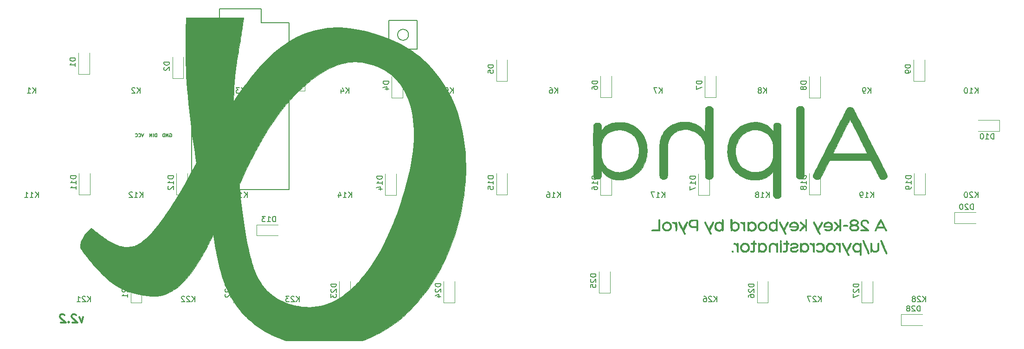
<source format=gbo>
G04 #@! TF.GenerationSoftware,KiCad,Pcbnew,(5.1.6)-1*
G04 #@! TF.CreationDate,2020-11-12T16:25:46-05:00*
G04 #@! TF.ProjectId,alpha_pro_micro,616c7068-615f-4707-926f-5f6d6963726f,rev?*
G04 #@! TF.SameCoordinates,Original*
G04 #@! TF.FileFunction,Legend,Bot*
G04 #@! TF.FilePolarity,Positive*
%FSLAX46Y46*%
G04 Gerber Fmt 4.6, Leading zero omitted, Abs format (unit mm)*
G04 Created by KiCad (PCBNEW (5.1.6)-1) date 2020-11-12 16:25:46*
%MOMM*%
%LPD*%
G01*
G04 APERTURE LIST*
%ADD10C,0.150000*%
%ADD11C,0.300000*%
%ADD12C,0.120000*%
%ADD13C,0.010000*%
G04 APERTURE END LIST*
D10*
X101384439Y-120560344D02*
X101441582Y-120531772D01*
X101527297Y-120531772D01*
X101613011Y-120560344D01*
X101670154Y-120617486D01*
X101698725Y-120674629D01*
X101727297Y-120788915D01*
X101727297Y-120874629D01*
X101698725Y-120988915D01*
X101670154Y-121046058D01*
X101613011Y-121103201D01*
X101527297Y-121131772D01*
X101470154Y-121131772D01*
X101384439Y-121103201D01*
X101355868Y-121074629D01*
X101355868Y-120874629D01*
X101470154Y-120874629D01*
X101098725Y-121131772D02*
X101098725Y-120531772D01*
X100755868Y-121131772D01*
X100755868Y-120531772D01*
X100470154Y-121131772D02*
X100470154Y-120531772D01*
X100327297Y-120531772D01*
X100241582Y-120560344D01*
X100184439Y-120617486D01*
X100155868Y-120674629D01*
X100127297Y-120788915D01*
X100127297Y-120874629D01*
X100155868Y-120988915D01*
X100184439Y-121046058D01*
X100241582Y-121103201D01*
X100327297Y-121131772D01*
X100470154Y-121131772D01*
X99001582Y-121131772D02*
X99001582Y-120531772D01*
X98858725Y-120531772D01*
X98773011Y-120560344D01*
X98715868Y-120617486D01*
X98687297Y-120674629D01*
X98658725Y-120788915D01*
X98658725Y-120874629D01*
X98687297Y-120988915D01*
X98715868Y-121046058D01*
X98773011Y-121103201D01*
X98858725Y-121131772D01*
X99001582Y-121131772D01*
X98401582Y-121131772D02*
X98401582Y-120531772D01*
X98115868Y-121131772D02*
X98115868Y-120531772D01*
X97773011Y-121131772D01*
X97773011Y-120531772D01*
X96647297Y-120531772D02*
X96447297Y-121131772D01*
X96247297Y-120531772D01*
X95704439Y-121074629D02*
X95733011Y-121103201D01*
X95818725Y-121131772D01*
X95875868Y-121131772D01*
X95961582Y-121103201D01*
X96018725Y-121046058D01*
X96047297Y-120988915D01*
X96075868Y-120874629D01*
X96075868Y-120788915D01*
X96047297Y-120674629D01*
X96018725Y-120617486D01*
X95961582Y-120560344D01*
X95875868Y-120531772D01*
X95818725Y-120531772D01*
X95733011Y-120560344D01*
X95704439Y-120588915D01*
X95104439Y-121074629D02*
X95133011Y-121103201D01*
X95218725Y-121131772D01*
X95275868Y-121131772D01*
X95361582Y-121103201D01*
X95418725Y-121046058D01*
X95447297Y-120988915D01*
X95475868Y-120874629D01*
X95475868Y-120788915D01*
X95447297Y-120674629D01*
X95418725Y-120617486D01*
X95361582Y-120560344D01*
X95275868Y-120531772D01*
X95218725Y-120531772D01*
X95133011Y-120560344D01*
X95104439Y-120588915D01*
D11*
X85565065Y-154071995D02*
X85332922Y-155071995D01*
X84850779Y-154071995D01*
X84306137Y-153714852D02*
X84225779Y-153643424D01*
X84073994Y-153571995D01*
X83716851Y-153571995D01*
X83582922Y-153643424D01*
X83520422Y-153714852D01*
X83466851Y-153857709D01*
X83484708Y-154000566D01*
X83582922Y-154214852D01*
X84547208Y-155071995D01*
X83618637Y-155071995D01*
X82957922Y-154929138D02*
X82895422Y-155000566D01*
X82975779Y-155071995D01*
X83038279Y-155000566D01*
X82957922Y-154929138D01*
X82975779Y-155071995D01*
X82163279Y-153714852D02*
X82082922Y-153643424D01*
X81931137Y-153571995D01*
X81573994Y-153571995D01*
X81440065Y-153643424D01*
X81377565Y-153714852D01*
X81323994Y-153857709D01*
X81341851Y-154000566D01*
X81440065Y-154214852D01*
X82404351Y-155071995D01*
X81475779Y-155071995D01*
D10*
X123190000Y-100250625D02*
X123190000Y-130730625D01*
X118110000Y-100250625D02*
X123190000Y-100250625D01*
X118110000Y-97710625D02*
X118110000Y-100250625D01*
X110490000Y-97710625D02*
X118110000Y-97710625D01*
X110490000Y-100250625D02*
X110490000Y-97710625D01*
X105410000Y-100250625D02*
X110490000Y-100250625D01*
X105410000Y-130730625D02*
X105410000Y-100250625D01*
X123190000Y-130730625D02*
X105410000Y-130730625D01*
D12*
X86712300Y-109704700D02*
X84712300Y-109704700D01*
X84712300Y-109704700D02*
X84712300Y-105804700D01*
X86712300Y-109704700D02*
X86712300Y-105804700D01*
X103870397Y-110448444D02*
X101870397Y-110448444D01*
X101870397Y-110448444D02*
X101870397Y-106548444D01*
X103870397Y-110448444D02*
X103870397Y-106548444D01*
X126006497Y-112734444D02*
X124006497Y-112734444D01*
X124006497Y-112734444D02*
X124006497Y-108834444D01*
X126006497Y-112734444D02*
X126006497Y-108834444D01*
X117231997Y-139183144D02*
X117231997Y-137183144D01*
X117231997Y-137183144D02*
X121131997Y-137183144D01*
X117231997Y-139183144D02*
X121131997Y-139183144D01*
X142706997Y-131784444D02*
X140706997Y-131784444D01*
X140706997Y-131784444D02*
X140706997Y-127884444D01*
X142706997Y-131784444D02*
X142706997Y-127884444D01*
X143888097Y-113966344D02*
X141888097Y-113966344D01*
X141888097Y-113966344D02*
X141888097Y-110066344D01*
X143888097Y-113966344D02*
X143888097Y-110066344D01*
X162988897Y-110969144D02*
X160988897Y-110969144D01*
X160988897Y-110969144D02*
X160988897Y-107069144D01*
X162988897Y-110969144D02*
X162988897Y-107069144D01*
X162988897Y-131720944D02*
X160988897Y-131720944D01*
X160988897Y-131720944D02*
X160988897Y-127820944D01*
X162988897Y-131720944D02*
X162988897Y-127820944D01*
X181975397Y-131784444D02*
X179975397Y-131784444D01*
X179975397Y-131784444D02*
X179975397Y-127884444D01*
X181975397Y-131784444D02*
X181975397Y-127884444D01*
X181975397Y-113915544D02*
X179975397Y-113915544D01*
X179975397Y-113915544D02*
X179975397Y-110015544D01*
X181975397Y-113915544D02*
X181975397Y-110015544D01*
X201025397Y-113915544D02*
X199025397Y-113915544D01*
X199025397Y-113915544D02*
X199025397Y-110015544D01*
X201025397Y-113915544D02*
X201025397Y-110015544D01*
X199844297Y-131784444D02*
X197844297Y-131784444D01*
X197844297Y-131784444D02*
X197844297Y-127884444D01*
X199844297Y-131784444D02*
X199844297Y-127884444D01*
X220075397Y-131720944D02*
X218075397Y-131720944D01*
X218075397Y-131720944D02*
X218075397Y-127820944D01*
X220075397Y-131720944D02*
X220075397Y-127820944D01*
X220075397Y-113966344D02*
X218075397Y-113966344D01*
X218075397Y-113966344D02*
X218075397Y-110066344D01*
X220075397Y-113966344D02*
X220075397Y-110066344D01*
X86814297Y-131695544D02*
X84814297Y-131695544D01*
X84814297Y-131695544D02*
X84814297Y-127795544D01*
X86814297Y-131695544D02*
X86814297Y-127795544D01*
X104584375Y-131720944D02*
X102584375Y-131720944D01*
X102584375Y-131720944D02*
X102584375Y-127820944D01*
X104584375Y-131720944D02*
X104584375Y-127820944D01*
X96263097Y-151431344D02*
X94263097Y-151431344D01*
X94263097Y-151431344D02*
X94263097Y-147531344D01*
X96263097Y-151431344D02*
X96263097Y-147531344D01*
X115033697Y-151431344D02*
X113033697Y-151431344D01*
X113033697Y-151431344D02*
X113033697Y-147531344D01*
X115033697Y-151431344D02*
X115033697Y-147531344D01*
X134337697Y-151456744D02*
X132337697Y-151456744D01*
X132337697Y-151456744D02*
X132337697Y-147556744D01*
X134337697Y-151456744D02*
X134337697Y-147556744D01*
X153387697Y-151431344D02*
X151387697Y-151431344D01*
X151387697Y-151431344D02*
X151387697Y-147531344D01*
X153387697Y-151431344D02*
X153387697Y-147531344D01*
X181708697Y-149653344D02*
X179708697Y-149653344D01*
X179708697Y-149653344D02*
X179708697Y-145753344D01*
X181708697Y-149653344D02*
X181708697Y-145753344D01*
X210563097Y-151456744D02*
X208563097Y-151456744D01*
X208563097Y-151456744D02*
X208563097Y-147556744D01*
X210563097Y-151456744D02*
X210563097Y-147556744D01*
X229638497Y-151456744D02*
X227638497Y-151456744D01*
X227638497Y-151456744D02*
X227638497Y-147556744D01*
X229638497Y-151456744D02*
X229638497Y-147556744D01*
X234859000Y-155533600D02*
X234859000Y-153533600D01*
X234859000Y-153533600D02*
X238759000Y-153533600D01*
X234859000Y-155533600D02*
X238759000Y-155533600D01*
X239214297Y-131695544D02*
X237214297Y-131695544D01*
X237214297Y-131695544D02*
X237214297Y-127795544D01*
X239214297Y-131695544D02*
X239214297Y-127795544D01*
X244548497Y-136947944D02*
X244548497Y-134947944D01*
X244548497Y-134947944D02*
X248448497Y-134947944D01*
X244548497Y-136947944D02*
X248448497Y-136947944D01*
X252808697Y-118062602D02*
X252808697Y-120062602D01*
X252808697Y-120062602D02*
X248908697Y-120062602D01*
X252808697Y-118062602D02*
X248908697Y-118062602D01*
X239112697Y-110969144D02*
X237112697Y-110969144D01*
X237112697Y-110969144D02*
X237112697Y-107069144D01*
X239112697Y-110969144D02*
X239112697Y-107069144D01*
D13*
G36*
X137021182Y-158186425D02*
G01*
X137951080Y-157807216D01*
X138863225Y-157385121D01*
X139758397Y-156919657D01*
X140637375Y-156410340D01*
X141500939Y-155856686D01*
X142349869Y-155258212D01*
X143184943Y-154614433D01*
X144006941Y-153924866D01*
X144284508Y-153679064D01*
X144421916Y-153552936D01*
X144585959Y-153397733D01*
X144770606Y-153219507D01*
X144969822Y-153024312D01*
X145177577Y-152818198D01*
X145387836Y-152607218D01*
X145594568Y-152397425D01*
X145791740Y-152194870D01*
X145973319Y-152005606D01*
X146133273Y-151835684D01*
X146261817Y-151695338D01*
X146660270Y-151242202D01*
X147067719Y-150760609D01*
X147473355Y-150263874D01*
X147866366Y-149765317D01*
X148235942Y-149278253D01*
X148354832Y-149116962D01*
X148987845Y-148216509D01*
X149594485Y-147282409D01*
X150175396Y-146313425D01*
X150731221Y-145308323D01*
X151262607Y-144265867D01*
X151770196Y-143184822D01*
X152254632Y-142063951D01*
X152716562Y-140902021D01*
X152913939Y-140374469D01*
X153345993Y-139143735D01*
X153733843Y-137923598D01*
X154078576Y-136708858D01*
X154381281Y-135494313D01*
X154643047Y-134274764D01*
X154864962Y-133045009D01*
X155048115Y-131799847D01*
X155193596Y-130534079D01*
X155302491Y-129242503D01*
X155328889Y-128837736D01*
X155384877Y-127586877D01*
X155399100Y-126358006D01*
X155371356Y-125149164D01*
X155301442Y-123958389D01*
X155189157Y-122783720D01*
X155034298Y-121623195D01*
X154836663Y-120474854D01*
X154596050Y-119336736D01*
X154312257Y-118206879D01*
X154186576Y-117756716D01*
X153871388Y-116741097D01*
X153516166Y-115750386D01*
X153120306Y-114783495D01*
X152683204Y-113839336D01*
X152204256Y-112916822D01*
X151682859Y-112014864D01*
X151118408Y-111132373D01*
X150510299Y-110268263D01*
X149857929Y-109421445D01*
X149160693Y-108590832D01*
X148994114Y-108402186D01*
X148370206Y-107738034D01*
X147708008Y-107102556D01*
X147007802Y-106495907D01*
X146269870Y-105918245D01*
X145494493Y-105369726D01*
X144681956Y-104850506D01*
X143832539Y-104360740D01*
X142946525Y-103900587D01*
X142024196Y-103470202D01*
X141065836Y-103069741D01*
X140071725Y-102699361D01*
X139042146Y-102359219D01*
X137977382Y-102049469D01*
X137131968Y-101831346D01*
X136157829Y-101612257D01*
X135205067Y-101436056D01*
X134273584Y-101302736D01*
X133363285Y-101212287D01*
X132474075Y-101164701D01*
X131605857Y-101159972D01*
X130758537Y-101198090D01*
X130229362Y-101244737D01*
X129368028Y-101357432D01*
X128518027Y-101512282D01*
X127682391Y-101708340D01*
X126864154Y-101944659D01*
X126066350Y-102220293D01*
X125292011Y-102534295D01*
X124544172Y-102885720D01*
X123945320Y-103205395D01*
X123191813Y-103654752D01*
X122440724Y-104150121D01*
X121694557Y-104689544D01*
X120955814Y-105271063D01*
X120227001Y-105892720D01*
X119510621Y-106552557D01*
X118920486Y-107134705D01*
X118526457Y-107545442D01*
X118113644Y-107994454D01*
X117685426Y-108477477D01*
X117245183Y-108990245D01*
X116796297Y-109528491D01*
X116342146Y-110087949D01*
X115886111Y-110664354D01*
X115431572Y-111253440D01*
X114981909Y-111850940D01*
X114540502Y-112452590D01*
X114110732Y-113054122D01*
X113695978Y-113651272D01*
X113345285Y-114170975D01*
X113261939Y-114295719D01*
X113186584Y-114407427D01*
X113123602Y-114499688D01*
X113077375Y-114566093D01*
X113052286Y-114600232D01*
X113050112Y-114602703D01*
X113042447Y-114588292D01*
X113037089Y-114530098D01*
X113033919Y-114432246D01*
X113032821Y-114298861D01*
X113033678Y-114134070D01*
X113036373Y-113941998D01*
X113040789Y-113726769D01*
X113046809Y-113492510D01*
X113054315Y-113243345D01*
X113063192Y-112983401D01*
X113073321Y-112716803D01*
X113084586Y-112447675D01*
X113096870Y-112180145D01*
X113110056Y-111918336D01*
X113124026Y-111666374D01*
X113138665Y-111428385D01*
X113141270Y-111388728D01*
X113165532Y-111037314D01*
X113190713Y-110703368D01*
X113217447Y-110381835D01*
X113246369Y-110067660D01*
X113278115Y-109755785D01*
X113313319Y-109441155D01*
X113352617Y-109118713D01*
X113396644Y-108783405D01*
X113446034Y-108430173D01*
X113501423Y-108053963D01*
X113563446Y-107649717D01*
X113632738Y-107212381D01*
X113709934Y-106736897D01*
X113775442Y-106339908D01*
X113836923Y-105968147D01*
X113900230Y-105582874D01*
X113964911Y-105186963D01*
X114030516Y-104783290D01*
X114096593Y-104374728D01*
X114162691Y-103964151D01*
X114228358Y-103554435D01*
X114293144Y-103148453D01*
X114356598Y-102749081D01*
X114418267Y-102359192D01*
X114477702Y-101981660D01*
X114534450Y-101619361D01*
X114588061Y-101275169D01*
X114638083Y-100951957D01*
X114684065Y-100652601D01*
X114725557Y-100379975D01*
X114762106Y-100136953D01*
X114793261Y-99926409D01*
X114818572Y-99751219D01*
X114837587Y-99614256D01*
X114849855Y-99518395D01*
X114854924Y-99466510D01*
X114855038Y-99462240D01*
X114855046Y-99384290D01*
X104400573Y-99384290D01*
X104387589Y-99486225D01*
X104377041Y-99590622D01*
X104366109Y-99739483D01*
X104354912Y-99929306D01*
X104343569Y-100156588D01*
X104332200Y-100417826D01*
X104320925Y-100709518D01*
X104309862Y-101028161D01*
X104299131Y-101370252D01*
X104288851Y-101732288D01*
X104279141Y-102110767D01*
X104270121Y-102502186D01*
X104261910Y-102903042D01*
X104254627Y-103309833D01*
X104252182Y-103461721D01*
X104244276Y-104046670D01*
X104239539Y-104594048D01*
X104238037Y-105114152D01*
X104239839Y-105617280D01*
X104245013Y-106113730D01*
X104253625Y-106613800D01*
X104265743Y-107127788D01*
X104279341Y-107599115D01*
X104322522Y-108728480D01*
X104383299Y-109901980D01*
X104461625Y-111119145D01*
X104557449Y-112379504D01*
X104670722Y-113682586D01*
X104801395Y-115027921D01*
X104949419Y-116415038D01*
X105114745Y-117843466D01*
X105297323Y-119312734D01*
X105497105Y-120822371D01*
X105714041Y-122371907D01*
X105948082Y-123960872D01*
X106075558Y-124796282D01*
X106238452Y-125851617D01*
X106178379Y-125971542D01*
X106153203Y-126020220D01*
X106108254Y-126105456D01*
X106046548Y-126221600D01*
X105971099Y-126362998D01*
X105884923Y-126523998D01*
X105791036Y-126698950D01*
X105698499Y-126870975D01*
X105225724Y-127743409D01*
X104769716Y-128573690D01*
X104329125Y-129364083D01*
X104077018Y-129809027D01*
X114081426Y-129809027D01*
X114183386Y-129569227D01*
X114491023Y-128862210D01*
X114825462Y-128124228D01*
X115183381Y-127361650D01*
X115561456Y-126580842D01*
X115956368Y-125788173D01*
X116364793Y-124990010D01*
X116783409Y-124192720D01*
X117208894Y-123402671D01*
X117637927Y-122626230D01*
X118067185Y-121869766D01*
X118493346Y-121139645D01*
X118913088Y-120442235D01*
X119119857Y-120107236D01*
X119768359Y-119094490D01*
X120434187Y-118110629D01*
X121115294Y-117158260D01*
X121809637Y-116239989D01*
X122515171Y-115358424D01*
X123229851Y-114516171D01*
X123951632Y-113715837D01*
X124678469Y-112960029D01*
X124895702Y-112743834D01*
X125660408Y-112020237D01*
X126439089Y-111342216D01*
X127232471Y-110709242D01*
X128041283Y-110120787D01*
X128866254Y-109576321D01*
X129708112Y-109075316D01*
X130567585Y-108617243D01*
X130604124Y-108598913D01*
X131179107Y-108326846D01*
X131738729Y-108094665D01*
X132290352Y-107900013D01*
X132841339Y-107740531D01*
X133399053Y-107613859D01*
X133970857Y-107517639D01*
X133986160Y-107515497D01*
X134489600Y-107458045D01*
X134974864Y-107429729D01*
X135461275Y-107429770D01*
X135769872Y-107443572D01*
X136464294Y-107508886D01*
X137152540Y-107619864D01*
X137831515Y-107775332D01*
X138498125Y-107974113D01*
X139149276Y-108215032D01*
X139781874Y-108496912D01*
X140392824Y-108818578D01*
X140979033Y-109178853D01*
X141537405Y-109576562D01*
X141684829Y-109691670D01*
X141796279Y-109785159D01*
X141932416Y-109906873D01*
X142086020Y-110049697D01*
X142249871Y-110206514D01*
X142416750Y-110370206D01*
X142579435Y-110533658D01*
X142730709Y-110689752D01*
X142863350Y-110831372D01*
X142970139Y-110951402D01*
X143004984Y-110992977D01*
X143446830Y-111571009D01*
X143849873Y-112176426D01*
X144212284Y-112806305D01*
X144489745Y-113364646D01*
X144798356Y-114084953D01*
X145069729Y-114829932D01*
X145303892Y-115600027D01*
X145500873Y-116395687D01*
X145660702Y-117217356D01*
X145783406Y-118065481D01*
X145869015Y-118940508D01*
X145917557Y-119842883D01*
X145929059Y-120773053D01*
X145903551Y-121731463D01*
X145841062Y-122718560D01*
X145741619Y-123734790D01*
X145605252Y-124780600D01*
X145431988Y-125856434D01*
X145325152Y-126439247D01*
X145143834Y-127331496D01*
X144934752Y-128255661D01*
X144699758Y-129205920D01*
X144440705Y-130176454D01*
X144159445Y-131161442D01*
X143857829Y-132155064D01*
X143537710Y-133151498D01*
X143200940Y-134144925D01*
X142849371Y-135129524D01*
X142484854Y-136099473D01*
X142109243Y-137048954D01*
X141724388Y-137972145D01*
X141469146Y-138557634D01*
X140954900Y-139677546D01*
X140426550Y-140752125D01*
X139883701Y-141782005D01*
X139325958Y-142767821D01*
X138752928Y-143710210D01*
X138164214Y-144609805D01*
X137559424Y-145467242D01*
X136938161Y-146283156D01*
X136300033Y-147058183D01*
X135919702Y-147491812D01*
X135746351Y-147680716D01*
X135549176Y-147888497D01*
X135335286Y-148108145D01*
X135111794Y-148332648D01*
X134885813Y-148554996D01*
X134664453Y-148768180D01*
X134454826Y-148965187D01*
X134264045Y-149139007D01*
X134126907Y-149259106D01*
X133501874Y-149767018D01*
X132870486Y-150227395D01*
X132232645Y-150640262D01*
X131588254Y-151005642D01*
X130937216Y-151323560D01*
X130279433Y-151594041D01*
X129614808Y-151817109D01*
X128943245Y-151992789D01*
X128264645Y-152121105D01*
X127578913Y-152202082D01*
X126885950Y-152235743D01*
X126185660Y-152222115D01*
X125477945Y-152161220D01*
X124762708Y-152053085D01*
X124039853Y-151897732D01*
X123849381Y-151849276D01*
X123149468Y-151643445D01*
X122481225Y-151401700D01*
X121844540Y-151123939D01*
X121239302Y-150810058D01*
X120665397Y-150459954D01*
X120122715Y-150073524D01*
X119611142Y-149650664D01*
X119130566Y-149191273D01*
X118680876Y-148695245D01*
X118261958Y-148162480D01*
X117873702Y-147592872D01*
X117515995Y-146986320D01*
X117188724Y-146342719D01*
X116891778Y-145661967D01*
X116764342Y-145333661D01*
X116655577Y-145030155D01*
X116540460Y-144685377D01*
X116420856Y-144305316D01*
X116298630Y-143895960D01*
X116175645Y-143463298D01*
X116127916Y-143289673D01*
X115898016Y-142403081D01*
X115678540Y-141470130D01*
X115469562Y-140491301D01*
X115271154Y-139467075D01*
X115083392Y-138397935D01*
X114906350Y-137284360D01*
X114740101Y-136126832D01*
X114584719Y-134925833D01*
X114440279Y-133681843D01*
X114306854Y-132395344D01*
X114184519Y-131066817D01*
X114110019Y-130168849D01*
X114081426Y-129809027D01*
X104077018Y-129809027D01*
X103902602Y-130116853D01*
X103488798Y-130834264D01*
X103086362Y-131518581D01*
X102693946Y-132172069D01*
X102310200Y-132796992D01*
X101933773Y-133395616D01*
X101563317Y-133970203D01*
X101197482Y-134523020D01*
X100834919Y-135056331D01*
X100731543Y-135205725D01*
X100261200Y-135873065D01*
X99807682Y-136496607D01*
X99370215Y-137077178D01*
X98948022Y-137615603D01*
X98540328Y-138112709D01*
X98146358Y-138569322D01*
X97765335Y-138986268D01*
X97396485Y-139364374D01*
X97039030Y-139704465D01*
X96692197Y-140007367D01*
X96355209Y-140273907D01*
X96027290Y-140504911D01*
X95707666Y-140701205D01*
X95439277Y-140842670D01*
X95182008Y-140958874D01*
X94934114Y-141051071D01*
X94685016Y-141121660D01*
X94424137Y-141173035D01*
X94140902Y-141207594D01*
X93824731Y-141227733D01*
X93724193Y-141231253D01*
X93388484Y-141233734D01*
X93081384Y-141218869D01*
X92788898Y-141184575D01*
X92497033Y-141128768D01*
X92191795Y-141049368D01*
X91909620Y-140961188D01*
X91378117Y-140764989D01*
X90877995Y-140538919D01*
X90399942Y-140278510D01*
X90110578Y-140097871D01*
X90029595Y-140042692D01*
X89916833Y-139962770D01*
X89778499Y-139862661D01*
X89620798Y-139746920D01*
X89449936Y-139620103D01*
X89272119Y-139486763D01*
X89093553Y-139351456D01*
X89091221Y-139349679D01*
X88889208Y-139195830D01*
X88667773Y-139027368D01*
X88437256Y-138852149D01*
X88207998Y-138678027D01*
X87990340Y-138512858D01*
X87794622Y-138364498D01*
X87697562Y-138291008D01*
X87055374Y-137805028D01*
X86858090Y-137959488D01*
X86597441Y-138184437D01*
X86338704Y-138447131D01*
X86088412Y-138738683D01*
X85853100Y-139050204D01*
X85639302Y-139372806D01*
X85453551Y-139697602D01*
X85302381Y-140015703D01*
X85250235Y-140146612D01*
X85184888Y-140339374D01*
X85126718Y-140545041D01*
X85078388Y-140751418D01*
X85042563Y-140946311D01*
X85021906Y-141117525D01*
X85017874Y-141210328D01*
X85019009Y-141256830D01*
X85024856Y-141298388D01*
X85039036Y-141342148D01*
X85065172Y-141395255D01*
X85106887Y-141464853D01*
X85167803Y-141558086D01*
X85251542Y-141682100D01*
X85273243Y-141714011D01*
X85594838Y-142174692D01*
X85938841Y-142645169D01*
X86301522Y-143121208D01*
X86679152Y-143598574D01*
X87067999Y-144073035D01*
X87464334Y-144540354D01*
X87864427Y-144996299D01*
X88264547Y-145436634D01*
X88660964Y-145857126D01*
X89049948Y-146253541D01*
X89427769Y-146621643D01*
X89790697Y-146957200D01*
X90135002Y-147255977D01*
X90210737Y-147318696D01*
X90805082Y-147780131D01*
X91407954Y-148195786D01*
X92022830Y-148567585D01*
X92653188Y-148897452D01*
X93302504Y-149187312D01*
X93974258Y-149439087D01*
X94148233Y-149496995D01*
X94960556Y-149739245D01*
X95762271Y-149935012D01*
X96554070Y-150084431D01*
X97336648Y-150187638D01*
X97928724Y-150235430D01*
X98484775Y-150247600D01*
X99021816Y-150217358D01*
X99544731Y-150143741D01*
X100058400Y-150025787D01*
X100567707Y-149862533D01*
X101077533Y-149653017D01*
X101219636Y-149586606D01*
X101667941Y-149353275D01*
X102111156Y-149085157D01*
X102550058Y-148781350D01*
X102985425Y-148440946D01*
X103418034Y-148063043D01*
X103848663Y-147646735D01*
X104278088Y-147191117D01*
X104707089Y-146695285D01*
X105136442Y-146158334D01*
X105566925Y-145579358D01*
X105999315Y-144957454D01*
X106434390Y-144291717D01*
X106872927Y-143581241D01*
X107315704Y-142825122D01*
X107763499Y-142022455D01*
X107838269Y-141884836D01*
X107898102Y-141772703D01*
X107972160Y-141631306D01*
X108058218Y-141465084D01*
X108154048Y-141278479D01*
X108257424Y-141075930D01*
X108366121Y-140861879D01*
X108477913Y-140640765D01*
X108590573Y-140417029D01*
X108701874Y-140195111D01*
X108809592Y-139979453D01*
X108911499Y-139774494D01*
X109005370Y-139584674D01*
X109088978Y-139414435D01*
X109160097Y-139268217D01*
X109216501Y-139150460D01*
X109255964Y-139065604D01*
X109276260Y-139018091D01*
X109277863Y-139013326D01*
X109295823Y-138969404D01*
X109312540Y-138966632D01*
X109328824Y-139006795D01*
X109345487Y-139091679D01*
X109359665Y-139193213D01*
X109431649Y-139727593D01*
X109517287Y-140298486D01*
X109614875Y-140896958D01*
X109722713Y-141514076D01*
X109839097Y-142140906D01*
X109962326Y-142768516D01*
X110090697Y-143387973D01*
X110222507Y-143990343D01*
X110356055Y-144566693D01*
X110478290Y-145063515D01*
X110687150Y-145844317D01*
X110907488Y-146584069D01*
X111141669Y-147288820D01*
X111392057Y-147964615D01*
X111661015Y-148617501D01*
X111950908Y-149253527D01*
X112264099Y-149878737D01*
X112602953Y-150499180D01*
X112603899Y-150500845D01*
X112971582Y-151119242D01*
X113352570Y-151702501D01*
X113753297Y-152259030D01*
X114180197Y-152797234D01*
X114639704Y-153325518D01*
X115138251Y-153852288D01*
X115272218Y-153987202D01*
X115732107Y-154433040D01*
X116181837Y-154841469D01*
X116629949Y-155219255D01*
X117084984Y-155573164D01*
X117555482Y-155909964D01*
X118049983Y-156236418D01*
X118335929Y-156414404D01*
X118858842Y-156718813D01*
X119421736Y-157018978D01*
X120016622Y-157311227D01*
X120635515Y-157591888D01*
X121270427Y-157857291D01*
X121913373Y-158103762D01*
X122337123Y-158253897D01*
X122656050Y-158363137D01*
X136557573Y-158363137D01*
X137021182Y-158186425D01*
G37*
X137021182Y-158186425D02*
X137951080Y-157807216D01*
X138863225Y-157385121D01*
X139758397Y-156919657D01*
X140637375Y-156410340D01*
X141500939Y-155856686D01*
X142349869Y-155258212D01*
X143184943Y-154614433D01*
X144006941Y-153924866D01*
X144284508Y-153679064D01*
X144421916Y-153552936D01*
X144585959Y-153397733D01*
X144770606Y-153219507D01*
X144969822Y-153024312D01*
X145177577Y-152818198D01*
X145387836Y-152607218D01*
X145594568Y-152397425D01*
X145791740Y-152194870D01*
X145973319Y-152005606D01*
X146133273Y-151835684D01*
X146261817Y-151695338D01*
X146660270Y-151242202D01*
X147067719Y-150760609D01*
X147473355Y-150263874D01*
X147866366Y-149765317D01*
X148235942Y-149278253D01*
X148354832Y-149116962D01*
X148987845Y-148216509D01*
X149594485Y-147282409D01*
X150175396Y-146313425D01*
X150731221Y-145308323D01*
X151262607Y-144265867D01*
X151770196Y-143184822D01*
X152254632Y-142063951D01*
X152716562Y-140902021D01*
X152913939Y-140374469D01*
X153345993Y-139143735D01*
X153733843Y-137923598D01*
X154078576Y-136708858D01*
X154381281Y-135494313D01*
X154643047Y-134274764D01*
X154864962Y-133045009D01*
X155048115Y-131799847D01*
X155193596Y-130534079D01*
X155302491Y-129242503D01*
X155328889Y-128837736D01*
X155384877Y-127586877D01*
X155399100Y-126358006D01*
X155371356Y-125149164D01*
X155301442Y-123958389D01*
X155189157Y-122783720D01*
X155034298Y-121623195D01*
X154836663Y-120474854D01*
X154596050Y-119336736D01*
X154312257Y-118206879D01*
X154186576Y-117756716D01*
X153871388Y-116741097D01*
X153516166Y-115750386D01*
X153120306Y-114783495D01*
X152683204Y-113839336D01*
X152204256Y-112916822D01*
X151682859Y-112014864D01*
X151118408Y-111132373D01*
X150510299Y-110268263D01*
X149857929Y-109421445D01*
X149160693Y-108590832D01*
X148994114Y-108402186D01*
X148370206Y-107738034D01*
X147708008Y-107102556D01*
X147007802Y-106495907D01*
X146269870Y-105918245D01*
X145494493Y-105369726D01*
X144681956Y-104850506D01*
X143832539Y-104360740D01*
X142946525Y-103900587D01*
X142024196Y-103470202D01*
X141065836Y-103069741D01*
X140071725Y-102699361D01*
X139042146Y-102359219D01*
X137977382Y-102049469D01*
X137131968Y-101831346D01*
X136157829Y-101612257D01*
X135205067Y-101436056D01*
X134273584Y-101302736D01*
X133363285Y-101212287D01*
X132474075Y-101164701D01*
X131605857Y-101159972D01*
X130758537Y-101198090D01*
X130229362Y-101244737D01*
X129368028Y-101357432D01*
X128518027Y-101512282D01*
X127682391Y-101708340D01*
X126864154Y-101944659D01*
X126066350Y-102220293D01*
X125292011Y-102534295D01*
X124544172Y-102885720D01*
X123945320Y-103205395D01*
X123191813Y-103654752D01*
X122440724Y-104150121D01*
X121694557Y-104689544D01*
X120955814Y-105271063D01*
X120227001Y-105892720D01*
X119510621Y-106552557D01*
X118920486Y-107134705D01*
X118526457Y-107545442D01*
X118113644Y-107994454D01*
X117685426Y-108477477D01*
X117245183Y-108990245D01*
X116796297Y-109528491D01*
X116342146Y-110087949D01*
X115886111Y-110664354D01*
X115431572Y-111253440D01*
X114981909Y-111850940D01*
X114540502Y-112452590D01*
X114110732Y-113054122D01*
X113695978Y-113651272D01*
X113345285Y-114170975D01*
X113261939Y-114295719D01*
X113186584Y-114407427D01*
X113123602Y-114499688D01*
X113077375Y-114566093D01*
X113052286Y-114600232D01*
X113050112Y-114602703D01*
X113042447Y-114588292D01*
X113037089Y-114530098D01*
X113033919Y-114432246D01*
X113032821Y-114298861D01*
X113033678Y-114134070D01*
X113036373Y-113941998D01*
X113040789Y-113726769D01*
X113046809Y-113492510D01*
X113054315Y-113243345D01*
X113063192Y-112983401D01*
X113073321Y-112716803D01*
X113084586Y-112447675D01*
X113096870Y-112180145D01*
X113110056Y-111918336D01*
X113124026Y-111666374D01*
X113138665Y-111428385D01*
X113141270Y-111388728D01*
X113165532Y-111037314D01*
X113190713Y-110703368D01*
X113217447Y-110381835D01*
X113246369Y-110067660D01*
X113278115Y-109755785D01*
X113313319Y-109441155D01*
X113352617Y-109118713D01*
X113396644Y-108783405D01*
X113446034Y-108430173D01*
X113501423Y-108053963D01*
X113563446Y-107649717D01*
X113632738Y-107212381D01*
X113709934Y-106736897D01*
X113775442Y-106339908D01*
X113836923Y-105968147D01*
X113900230Y-105582874D01*
X113964911Y-105186963D01*
X114030516Y-104783290D01*
X114096593Y-104374728D01*
X114162691Y-103964151D01*
X114228358Y-103554435D01*
X114293144Y-103148453D01*
X114356598Y-102749081D01*
X114418267Y-102359192D01*
X114477702Y-101981660D01*
X114534450Y-101619361D01*
X114588061Y-101275169D01*
X114638083Y-100951957D01*
X114684065Y-100652601D01*
X114725557Y-100379975D01*
X114762106Y-100136953D01*
X114793261Y-99926409D01*
X114818572Y-99751219D01*
X114837587Y-99614256D01*
X114849855Y-99518395D01*
X114854924Y-99466510D01*
X114855038Y-99462240D01*
X114855046Y-99384290D01*
X104400573Y-99384290D01*
X104387589Y-99486225D01*
X104377041Y-99590622D01*
X104366109Y-99739483D01*
X104354912Y-99929306D01*
X104343569Y-100156588D01*
X104332200Y-100417826D01*
X104320925Y-100709518D01*
X104309862Y-101028161D01*
X104299131Y-101370252D01*
X104288851Y-101732288D01*
X104279141Y-102110767D01*
X104270121Y-102502186D01*
X104261910Y-102903042D01*
X104254627Y-103309833D01*
X104252182Y-103461721D01*
X104244276Y-104046670D01*
X104239539Y-104594048D01*
X104238037Y-105114152D01*
X104239839Y-105617280D01*
X104245013Y-106113730D01*
X104253625Y-106613800D01*
X104265743Y-107127788D01*
X104279341Y-107599115D01*
X104322522Y-108728480D01*
X104383299Y-109901980D01*
X104461625Y-111119145D01*
X104557449Y-112379504D01*
X104670722Y-113682586D01*
X104801395Y-115027921D01*
X104949419Y-116415038D01*
X105114745Y-117843466D01*
X105297323Y-119312734D01*
X105497105Y-120822371D01*
X105714041Y-122371907D01*
X105948082Y-123960872D01*
X106075558Y-124796282D01*
X106238452Y-125851617D01*
X106178379Y-125971542D01*
X106153203Y-126020220D01*
X106108254Y-126105456D01*
X106046548Y-126221600D01*
X105971099Y-126362998D01*
X105884923Y-126523998D01*
X105791036Y-126698950D01*
X105698499Y-126870975D01*
X105225724Y-127743409D01*
X104769716Y-128573690D01*
X104329125Y-129364083D01*
X104077018Y-129809027D01*
X114081426Y-129809027D01*
X114183386Y-129569227D01*
X114491023Y-128862210D01*
X114825462Y-128124228D01*
X115183381Y-127361650D01*
X115561456Y-126580842D01*
X115956368Y-125788173D01*
X116364793Y-124990010D01*
X116783409Y-124192720D01*
X117208894Y-123402671D01*
X117637927Y-122626230D01*
X118067185Y-121869766D01*
X118493346Y-121139645D01*
X118913088Y-120442235D01*
X119119857Y-120107236D01*
X119768359Y-119094490D01*
X120434187Y-118110629D01*
X121115294Y-117158260D01*
X121809637Y-116239989D01*
X122515171Y-115358424D01*
X123229851Y-114516171D01*
X123951632Y-113715837D01*
X124678469Y-112960029D01*
X124895702Y-112743834D01*
X125660408Y-112020237D01*
X126439089Y-111342216D01*
X127232471Y-110709242D01*
X128041283Y-110120787D01*
X128866254Y-109576321D01*
X129708112Y-109075316D01*
X130567585Y-108617243D01*
X130604124Y-108598913D01*
X131179107Y-108326846D01*
X131738729Y-108094665D01*
X132290352Y-107900013D01*
X132841339Y-107740531D01*
X133399053Y-107613859D01*
X133970857Y-107517639D01*
X133986160Y-107515497D01*
X134489600Y-107458045D01*
X134974864Y-107429729D01*
X135461275Y-107429770D01*
X135769872Y-107443572D01*
X136464294Y-107508886D01*
X137152540Y-107619864D01*
X137831515Y-107775332D01*
X138498125Y-107974113D01*
X139149276Y-108215032D01*
X139781874Y-108496912D01*
X140392824Y-108818578D01*
X140979033Y-109178853D01*
X141537405Y-109576562D01*
X141684829Y-109691670D01*
X141796279Y-109785159D01*
X141932416Y-109906873D01*
X142086020Y-110049697D01*
X142249871Y-110206514D01*
X142416750Y-110370206D01*
X142579435Y-110533658D01*
X142730709Y-110689752D01*
X142863350Y-110831372D01*
X142970139Y-110951402D01*
X143004984Y-110992977D01*
X143446830Y-111571009D01*
X143849873Y-112176426D01*
X144212284Y-112806305D01*
X144489745Y-113364646D01*
X144798356Y-114084953D01*
X145069729Y-114829932D01*
X145303892Y-115600027D01*
X145500873Y-116395687D01*
X145660702Y-117217356D01*
X145783406Y-118065481D01*
X145869015Y-118940508D01*
X145917557Y-119842883D01*
X145929059Y-120773053D01*
X145903551Y-121731463D01*
X145841062Y-122718560D01*
X145741619Y-123734790D01*
X145605252Y-124780600D01*
X145431988Y-125856434D01*
X145325152Y-126439247D01*
X145143834Y-127331496D01*
X144934752Y-128255661D01*
X144699758Y-129205920D01*
X144440705Y-130176454D01*
X144159445Y-131161442D01*
X143857829Y-132155064D01*
X143537710Y-133151498D01*
X143200940Y-134144925D01*
X142849371Y-135129524D01*
X142484854Y-136099473D01*
X142109243Y-137048954D01*
X141724388Y-137972145D01*
X141469146Y-138557634D01*
X140954900Y-139677546D01*
X140426550Y-140752125D01*
X139883701Y-141782005D01*
X139325958Y-142767821D01*
X138752928Y-143710210D01*
X138164214Y-144609805D01*
X137559424Y-145467242D01*
X136938161Y-146283156D01*
X136300033Y-147058183D01*
X135919702Y-147491812D01*
X135746351Y-147680716D01*
X135549176Y-147888497D01*
X135335286Y-148108145D01*
X135111794Y-148332648D01*
X134885813Y-148554996D01*
X134664453Y-148768180D01*
X134454826Y-148965187D01*
X134264045Y-149139007D01*
X134126907Y-149259106D01*
X133501874Y-149767018D01*
X132870486Y-150227395D01*
X132232645Y-150640262D01*
X131588254Y-151005642D01*
X130937216Y-151323560D01*
X130279433Y-151594041D01*
X129614808Y-151817109D01*
X128943245Y-151992789D01*
X128264645Y-152121105D01*
X127578913Y-152202082D01*
X126885950Y-152235743D01*
X126185660Y-152222115D01*
X125477945Y-152161220D01*
X124762708Y-152053085D01*
X124039853Y-151897732D01*
X123849381Y-151849276D01*
X123149468Y-151643445D01*
X122481225Y-151401700D01*
X121844540Y-151123939D01*
X121239302Y-150810058D01*
X120665397Y-150459954D01*
X120122715Y-150073524D01*
X119611142Y-149650664D01*
X119130566Y-149191273D01*
X118680876Y-148695245D01*
X118261958Y-148162480D01*
X117873702Y-147592872D01*
X117515995Y-146986320D01*
X117188724Y-146342719D01*
X116891778Y-145661967D01*
X116764342Y-145333661D01*
X116655577Y-145030155D01*
X116540460Y-144685377D01*
X116420856Y-144305316D01*
X116298630Y-143895960D01*
X116175645Y-143463298D01*
X116127916Y-143289673D01*
X115898016Y-142403081D01*
X115678540Y-141470130D01*
X115469562Y-140491301D01*
X115271154Y-139467075D01*
X115083392Y-138397935D01*
X114906350Y-137284360D01*
X114740101Y-136126832D01*
X114584719Y-134925833D01*
X114440279Y-133681843D01*
X114306854Y-132395344D01*
X114184519Y-131066817D01*
X114110019Y-130168849D01*
X114081426Y-129809027D01*
X104077018Y-129809027D01*
X103902602Y-130116853D01*
X103488798Y-130834264D01*
X103086362Y-131518581D01*
X102693946Y-132172069D01*
X102310200Y-132796992D01*
X101933773Y-133395616D01*
X101563317Y-133970203D01*
X101197482Y-134523020D01*
X100834919Y-135056331D01*
X100731543Y-135205725D01*
X100261200Y-135873065D01*
X99807682Y-136496607D01*
X99370215Y-137077178D01*
X98948022Y-137615603D01*
X98540328Y-138112709D01*
X98146358Y-138569322D01*
X97765335Y-138986268D01*
X97396485Y-139364374D01*
X97039030Y-139704465D01*
X96692197Y-140007367D01*
X96355209Y-140273907D01*
X96027290Y-140504911D01*
X95707666Y-140701205D01*
X95439277Y-140842670D01*
X95182008Y-140958874D01*
X94934114Y-141051071D01*
X94685016Y-141121660D01*
X94424137Y-141173035D01*
X94140902Y-141207594D01*
X93824731Y-141227733D01*
X93724193Y-141231253D01*
X93388484Y-141233734D01*
X93081384Y-141218869D01*
X92788898Y-141184575D01*
X92497033Y-141128768D01*
X92191795Y-141049368D01*
X91909620Y-140961188D01*
X91378117Y-140764989D01*
X90877995Y-140538919D01*
X90399942Y-140278510D01*
X90110578Y-140097871D01*
X90029595Y-140042692D01*
X89916833Y-139962770D01*
X89778499Y-139862661D01*
X89620798Y-139746920D01*
X89449936Y-139620103D01*
X89272119Y-139486763D01*
X89093553Y-139351456D01*
X89091221Y-139349679D01*
X88889208Y-139195830D01*
X88667773Y-139027368D01*
X88437256Y-138852149D01*
X88207998Y-138678027D01*
X87990340Y-138512858D01*
X87794622Y-138364498D01*
X87697562Y-138291008D01*
X87055374Y-137805028D01*
X86858090Y-137959488D01*
X86597441Y-138184437D01*
X86338704Y-138447131D01*
X86088412Y-138738683D01*
X85853100Y-139050204D01*
X85639302Y-139372806D01*
X85453551Y-139697602D01*
X85302381Y-140015703D01*
X85250235Y-140146612D01*
X85184888Y-140339374D01*
X85126718Y-140545041D01*
X85078388Y-140751418D01*
X85042563Y-140946311D01*
X85021906Y-141117525D01*
X85017874Y-141210328D01*
X85019009Y-141256830D01*
X85024856Y-141298388D01*
X85039036Y-141342148D01*
X85065172Y-141395255D01*
X85106887Y-141464853D01*
X85167803Y-141558086D01*
X85251542Y-141682100D01*
X85273243Y-141714011D01*
X85594838Y-142174692D01*
X85938841Y-142645169D01*
X86301522Y-143121208D01*
X86679152Y-143598574D01*
X87067999Y-144073035D01*
X87464334Y-144540354D01*
X87864427Y-144996299D01*
X88264547Y-145436634D01*
X88660964Y-145857126D01*
X89049948Y-146253541D01*
X89427769Y-146621643D01*
X89790697Y-146957200D01*
X90135002Y-147255977D01*
X90210737Y-147318696D01*
X90805082Y-147780131D01*
X91407954Y-148195786D01*
X92022830Y-148567585D01*
X92653188Y-148897452D01*
X93302504Y-149187312D01*
X93974258Y-149439087D01*
X94148233Y-149496995D01*
X94960556Y-149739245D01*
X95762271Y-149935012D01*
X96554070Y-150084431D01*
X97336648Y-150187638D01*
X97928724Y-150235430D01*
X98484775Y-150247600D01*
X99021816Y-150217358D01*
X99544731Y-150143741D01*
X100058400Y-150025787D01*
X100567707Y-149862533D01*
X101077533Y-149653017D01*
X101219636Y-149586606D01*
X101667941Y-149353275D01*
X102111156Y-149085157D01*
X102550058Y-148781350D01*
X102985425Y-148440946D01*
X103418034Y-148063043D01*
X103848663Y-147646735D01*
X104278088Y-147191117D01*
X104707089Y-146695285D01*
X105136442Y-146158334D01*
X105566925Y-145579358D01*
X105999315Y-144957454D01*
X106434390Y-144291717D01*
X106872927Y-143581241D01*
X107315704Y-142825122D01*
X107763499Y-142022455D01*
X107838269Y-141884836D01*
X107898102Y-141772703D01*
X107972160Y-141631306D01*
X108058218Y-141465084D01*
X108154048Y-141278479D01*
X108257424Y-141075930D01*
X108366121Y-140861879D01*
X108477913Y-140640765D01*
X108590573Y-140417029D01*
X108701874Y-140195111D01*
X108809592Y-139979453D01*
X108911499Y-139774494D01*
X109005370Y-139584674D01*
X109088978Y-139414435D01*
X109160097Y-139268217D01*
X109216501Y-139150460D01*
X109255964Y-139065604D01*
X109276260Y-139018091D01*
X109277863Y-139013326D01*
X109295823Y-138969404D01*
X109312540Y-138966632D01*
X109328824Y-139006795D01*
X109345487Y-139091679D01*
X109359665Y-139193213D01*
X109431649Y-139727593D01*
X109517287Y-140298486D01*
X109614875Y-140896958D01*
X109722713Y-141514076D01*
X109839097Y-142140906D01*
X109962326Y-142768516D01*
X110090697Y-143387973D01*
X110222507Y-143990343D01*
X110356055Y-144566693D01*
X110478290Y-145063515D01*
X110687150Y-145844317D01*
X110907488Y-146584069D01*
X111141669Y-147288820D01*
X111392057Y-147964615D01*
X111661015Y-148617501D01*
X111950908Y-149253527D01*
X112264099Y-149878737D01*
X112602953Y-150499180D01*
X112603899Y-150500845D01*
X112971582Y-151119242D01*
X113352570Y-151702501D01*
X113753297Y-152259030D01*
X114180197Y-152797234D01*
X114639704Y-153325518D01*
X115138251Y-153852288D01*
X115272218Y-153987202D01*
X115732107Y-154433040D01*
X116181837Y-154841469D01*
X116629949Y-155219255D01*
X117084984Y-155573164D01*
X117555482Y-155909964D01*
X118049983Y-156236418D01*
X118335929Y-156414404D01*
X118858842Y-156718813D01*
X119421736Y-157018978D01*
X120016622Y-157311227D01*
X120635515Y-157591888D01*
X121270427Y-157857291D01*
X121913373Y-158103762D01*
X122337123Y-158253897D01*
X122656050Y-158363137D01*
X136557573Y-158363137D01*
X137021182Y-158186425D01*
G36*
X216578552Y-128827564D02*
G01*
X216690341Y-128803272D01*
X216813631Y-128743352D01*
X216934727Y-128651983D01*
X217036796Y-128543398D01*
X217085653Y-128469046D01*
X217138616Y-128370031D01*
X217144795Y-122206656D01*
X217145485Y-121555708D01*
X217146175Y-120950991D01*
X217146824Y-120390765D01*
X217147390Y-119873293D01*
X217147833Y-119396834D01*
X217148111Y-118959650D01*
X217148184Y-118560002D01*
X217148009Y-118196152D01*
X217147546Y-117866359D01*
X217146754Y-117568886D01*
X217145591Y-117301992D01*
X217144016Y-117063940D01*
X217141989Y-116852990D01*
X217139467Y-116667403D01*
X217136410Y-116505441D01*
X217132776Y-116365364D01*
X217128525Y-116245433D01*
X217123615Y-116143910D01*
X217118005Y-116059056D01*
X217111654Y-115989130D01*
X217104520Y-115932396D01*
X217096563Y-115887113D01*
X217087741Y-115851542D01*
X217078014Y-115823945D01*
X217067339Y-115802583D01*
X217055676Y-115785717D01*
X217042984Y-115771607D01*
X217029221Y-115758516D01*
X217014346Y-115744703D01*
X216998318Y-115728430D01*
X216991210Y-115720416D01*
X216879413Y-115614082D01*
X216751598Y-115542086D01*
X216598648Y-115500536D01*
X216443054Y-115486281D01*
X216296603Y-115486694D01*
X216186434Y-115499598D01*
X216124854Y-115516790D01*
X216020714Y-115571476D01*
X215913236Y-115654902D01*
X215816100Y-115753984D01*
X215742986Y-115855639D01*
X215719146Y-115904795D01*
X215714592Y-115918007D01*
X215710365Y-115934334D01*
X215706454Y-115955534D01*
X215702847Y-115983365D01*
X215699531Y-116019584D01*
X215696494Y-116065950D01*
X215693724Y-116124220D01*
X215691209Y-116196151D01*
X215688937Y-116283501D01*
X215686894Y-116388029D01*
X215685070Y-116511492D01*
X215683451Y-116655647D01*
X215682026Y-116822252D01*
X215680782Y-117013066D01*
X215679707Y-117229845D01*
X215678789Y-117474348D01*
X215678015Y-117748331D01*
X215677374Y-118053554D01*
X215676853Y-118391773D01*
X215676440Y-118764747D01*
X215676122Y-119174233D01*
X215675888Y-119621988D01*
X215675725Y-120109771D01*
X215675620Y-120639339D01*
X215675563Y-121212450D01*
X215675540Y-121830862D01*
X215675537Y-122169936D01*
X215675537Y-128322061D01*
X215726451Y-128432137D01*
X215811820Y-128567555D01*
X215930296Y-128687446D01*
X216053936Y-128769915D01*
X216158968Y-128806918D01*
X216292854Y-128829460D01*
X216438435Y-128836641D01*
X216578552Y-128827564D01*
G37*
X216578552Y-128827564D02*
X216690341Y-128803272D01*
X216813631Y-128743352D01*
X216934727Y-128651983D01*
X217036796Y-128543398D01*
X217085653Y-128469046D01*
X217138616Y-128370031D01*
X217144795Y-122206656D01*
X217145485Y-121555708D01*
X217146175Y-120950991D01*
X217146824Y-120390765D01*
X217147390Y-119873293D01*
X217147833Y-119396834D01*
X217148111Y-118959650D01*
X217148184Y-118560002D01*
X217148009Y-118196152D01*
X217147546Y-117866359D01*
X217146754Y-117568886D01*
X217145591Y-117301992D01*
X217144016Y-117063940D01*
X217141989Y-116852990D01*
X217139467Y-116667403D01*
X217136410Y-116505441D01*
X217132776Y-116365364D01*
X217128525Y-116245433D01*
X217123615Y-116143910D01*
X217118005Y-116059056D01*
X217111654Y-115989130D01*
X217104520Y-115932396D01*
X217096563Y-115887113D01*
X217087741Y-115851542D01*
X217078014Y-115823945D01*
X217067339Y-115802583D01*
X217055676Y-115785717D01*
X217042984Y-115771607D01*
X217029221Y-115758516D01*
X217014346Y-115744703D01*
X216998318Y-115728430D01*
X216991210Y-115720416D01*
X216879413Y-115614082D01*
X216751598Y-115542086D01*
X216598648Y-115500536D01*
X216443054Y-115486281D01*
X216296603Y-115486694D01*
X216186434Y-115499598D01*
X216124854Y-115516790D01*
X216020714Y-115571476D01*
X215913236Y-115654902D01*
X215816100Y-115753984D01*
X215742986Y-115855639D01*
X215719146Y-115904795D01*
X215714592Y-115918007D01*
X215710365Y-115934334D01*
X215706454Y-115955534D01*
X215702847Y-115983365D01*
X215699531Y-116019584D01*
X215696494Y-116065950D01*
X215693724Y-116124220D01*
X215691209Y-116196151D01*
X215688937Y-116283501D01*
X215686894Y-116388029D01*
X215685070Y-116511492D01*
X215683451Y-116655647D01*
X215682026Y-116822252D01*
X215680782Y-117013066D01*
X215679707Y-117229845D01*
X215678789Y-117474348D01*
X215678015Y-117748331D01*
X215677374Y-118053554D01*
X215676853Y-118391773D01*
X215676440Y-118764747D01*
X215676122Y-119174233D01*
X215675888Y-119621988D01*
X215675725Y-120109771D01*
X215675620Y-120639339D01*
X215675563Y-121212450D01*
X215675540Y-121830862D01*
X215675537Y-122169936D01*
X215675537Y-128322061D01*
X215726451Y-128432137D01*
X215811820Y-128567555D01*
X215930296Y-128687446D01*
X216053936Y-128769915D01*
X216158968Y-128806918D01*
X216292854Y-128829460D01*
X216438435Y-128836641D01*
X216578552Y-128827564D01*
G36*
X199855463Y-128880634D02*
G01*
X200055872Y-128849241D01*
X200226994Y-128780981D01*
X200367567Y-128676584D01*
X200476328Y-128536781D01*
X200489207Y-128513940D01*
X200541071Y-128418001D01*
X200547248Y-122214994D01*
X200553425Y-116011988D01*
X200486404Y-115882983D01*
X200394848Y-115756839D01*
X200268416Y-115655989D01*
X200114703Y-115583431D01*
X199941305Y-115542162D01*
X199755818Y-115535179D01*
X199639997Y-115549033D01*
X199484352Y-115595583D01*
X199341648Y-115672749D01*
X199221281Y-115773145D01*
X199132644Y-115889384D01*
X199093836Y-115978439D01*
X199088524Y-116011559D01*
X199083815Y-116074624D01*
X199079685Y-116169482D01*
X199076108Y-116297977D01*
X199073061Y-116461957D01*
X199070519Y-116663268D01*
X199068458Y-116903755D01*
X199066853Y-117185266D01*
X199065680Y-117509645D01*
X199064914Y-117878739D01*
X199064590Y-118191227D01*
X199064202Y-118573433D01*
X199063557Y-118909964D01*
X199062621Y-119203117D01*
X199061361Y-119455185D01*
X199059745Y-119668465D01*
X199057738Y-119845250D01*
X199055308Y-119987837D01*
X199052422Y-120098519D01*
X199049046Y-120179593D01*
X199045148Y-120233354D01*
X199040694Y-120262095D01*
X199035650Y-120268114D01*
X199034609Y-120266855D01*
X198937952Y-120118385D01*
X198860080Y-120002144D01*
X198794742Y-119909443D01*
X198735690Y-119831590D01*
X198676672Y-119759896D01*
X198638318Y-119715813D01*
X198351893Y-119427899D01*
X198032418Y-119174251D01*
X197680829Y-118955279D01*
X197298061Y-118771393D01*
X196885051Y-118623004D01*
X196442732Y-118510522D01*
X195972042Y-118434358D01*
X195650531Y-118404469D01*
X195154825Y-118393813D01*
X194671312Y-118429436D01*
X194200292Y-118511279D01*
X193742068Y-118639288D01*
X193296942Y-118813406D01*
X193189702Y-118863194D01*
X192783371Y-119082984D01*
X192411006Y-119336177D01*
X192073560Y-119621374D01*
X191771985Y-119937175D01*
X191507236Y-120282181D01*
X191280264Y-120654991D01*
X191092022Y-121054207D01*
X190943464Y-121478428D01*
X190835542Y-121926256D01*
X190769209Y-122396290D01*
X190766873Y-122421778D01*
X190762278Y-122500560D01*
X190758274Y-122627068D01*
X190754863Y-122801058D01*
X190752047Y-123022290D01*
X190749826Y-123290521D01*
X190748203Y-123605510D01*
X190747178Y-123967016D01*
X190746754Y-124374797D01*
X190746931Y-124828611D01*
X190747712Y-125328217D01*
X190748220Y-125551806D01*
X190749286Y-125980494D01*
X190750286Y-126363853D01*
X190751272Y-126704524D01*
X190752295Y-127005148D01*
X190753408Y-127268366D01*
X190754663Y-127496819D01*
X190756111Y-127693147D01*
X190757805Y-127859992D01*
X190759795Y-127999994D01*
X190762135Y-128115794D01*
X190764875Y-128210033D01*
X190768069Y-128285353D01*
X190771767Y-128344393D01*
X190776022Y-128389794D01*
X190780885Y-128424198D01*
X190786409Y-128450246D01*
X190792645Y-128470578D01*
X190799645Y-128487835D01*
X190806183Y-128501948D01*
X190898967Y-128646043D01*
X191024663Y-128763152D01*
X191127001Y-128823461D01*
X191190993Y-128848433D01*
X191261448Y-128863809D01*
X191352172Y-128871574D01*
X191476478Y-128873714D01*
X191591419Y-128872478D01*
X191673331Y-128866897D01*
X191737133Y-128854155D01*
X191797739Y-128831438D01*
X191859206Y-128801510D01*
X191978814Y-128724917D01*
X192072470Y-128634578D01*
X192078755Y-128626561D01*
X192101217Y-128597739D01*
X192121348Y-128571575D01*
X192139273Y-128545424D01*
X192155121Y-128516636D01*
X192169021Y-128482565D01*
X192181098Y-128440563D01*
X192191480Y-128387982D01*
X192200297Y-128322176D01*
X192207673Y-128240495D01*
X192213738Y-128140294D01*
X192218619Y-128018924D01*
X192222444Y-127873739D01*
X192225339Y-127702089D01*
X192227433Y-127501329D01*
X192228853Y-127268809D01*
X192229726Y-127001884D01*
X192230181Y-126697905D01*
X192230344Y-126354225D01*
X192230343Y-125968196D01*
X192230307Y-125537171D01*
X192230306Y-125480865D01*
X192230529Y-125010822D01*
X192231191Y-124576693D01*
X192232283Y-124179689D01*
X192233794Y-123821019D01*
X192235713Y-123501894D01*
X192238033Y-123223523D01*
X192240741Y-122987116D01*
X192243828Y-122793884D01*
X192247285Y-122645037D01*
X192251100Y-122541785D01*
X192255100Y-122486620D01*
X192324976Y-122113243D01*
X192436809Y-121759127D01*
X192587693Y-121426545D01*
X192774722Y-121117771D01*
X192994993Y-120835077D01*
X193245599Y-120580738D01*
X193523636Y-120357027D01*
X193826198Y-120166217D01*
X194150381Y-120010582D01*
X194493279Y-119892396D01*
X194851988Y-119813931D01*
X195223601Y-119777461D01*
X195605214Y-119785260D01*
X195696123Y-119793773D01*
X196128832Y-119861496D01*
X196542547Y-119968464D01*
X196934610Y-120112957D01*
X197302363Y-120293253D01*
X197643147Y-120507632D01*
X197954304Y-120754374D01*
X198233175Y-121031757D01*
X198477102Y-121338061D01*
X198683428Y-121671566D01*
X198727128Y-121755609D01*
X198856432Y-122052472D01*
X198961289Y-122380523D01*
X199001547Y-122541702D01*
X199009081Y-122575487D01*
X199015834Y-122609734D01*
X199021862Y-122647194D01*
X199027223Y-122690615D01*
X199031973Y-122742748D01*
X199036169Y-122806342D01*
X199039868Y-122884147D01*
X199043127Y-122978913D01*
X199046004Y-123093388D01*
X199048554Y-123230324D01*
X199050836Y-123392470D01*
X199052906Y-123582575D01*
X199054820Y-123803388D01*
X199056637Y-124057661D01*
X199058412Y-124348142D01*
X199060203Y-124677580D01*
X199062067Y-125048727D01*
X199064061Y-125464331D01*
X199064644Y-125587783D01*
X199077993Y-128418001D01*
X199144469Y-128544146D01*
X199241978Y-128680038D01*
X199372139Y-128782333D01*
X199532082Y-128849672D01*
X199718941Y-128880699D01*
X199855463Y-128880634D01*
G37*
X199855463Y-128880634D02*
X200055872Y-128849241D01*
X200226994Y-128780981D01*
X200367567Y-128676584D01*
X200476328Y-128536781D01*
X200489207Y-128513940D01*
X200541071Y-128418001D01*
X200547248Y-122214994D01*
X200553425Y-116011988D01*
X200486404Y-115882983D01*
X200394848Y-115756839D01*
X200268416Y-115655989D01*
X200114703Y-115583431D01*
X199941305Y-115542162D01*
X199755818Y-115535179D01*
X199639997Y-115549033D01*
X199484352Y-115595583D01*
X199341648Y-115672749D01*
X199221281Y-115773145D01*
X199132644Y-115889384D01*
X199093836Y-115978439D01*
X199088524Y-116011559D01*
X199083815Y-116074624D01*
X199079685Y-116169482D01*
X199076108Y-116297977D01*
X199073061Y-116461957D01*
X199070519Y-116663268D01*
X199068458Y-116903755D01*
X199066853Y-117185266D01*
X199065680Y-117509645D01*
X199064914Y-117878739D01*
X199064590Y-118191227D01*
X199064202Y-118573433D01*
X199063557Y-118909964D01*
X199062621Y-119203117D01*
X199061361Y-119455185D01*
X199059745Y-119668465D01*
X199057738Y-119845250D01*
X199055308Y-119987837D01*
X199052422Y-120098519D01*
X199049046Y-120179593D01*
X199045148Y-120233354D01*
X199040694Y-120262095D01*
X199035650Y-120268114D01*
X199034609Y-120266855D01*
X198937952Y-120118385D01*
X198860080Y-120002144D01*
X198794742Y-119909443D01*
X198735690Y-119831590D01*
X198676672Y-119759896D01*
X198638318Y-119715813D01*
X198351893Y-119427899D01*
X198032418Y-119174251D01*
X197680829Y-118955279D01*
X197298061Y-118771393D01*
X196885051Y-118623004D01*
X196442732Y-118510522D01*
X195972042Y-118434358D01*
X195650531Y-118404469D01*
X195154825Y-118393813D01*
X194671312Y-118429436D01*
X194200292Y-118511279D01*
X193742068Y-118639288D01*
X193296942Y-118813406D01*
X193189702Y-118863194D01*
X192783371Y-119082984D01*
X192411006Y-119336177D01*
X192073560Y-119621374D01*
X191771985Y-119937175D01*
X191507236Y-120282181D01*
X191280264Y-120654991D01*
X191092022Y-121054207D01*
X190943464Y-121478428D01*
X190835542Y-121926256D01*
X190769209Y-122396290D01*
X190766873Y-122421778D01*
X190762278Y-122500560D01*
X190758274Y-122627068D01*
X190754863Y-122801058D01*
X190752047Y-123022290D01*
X190749826Y-123290521D01*
X190748203Y-123605510D01*
X190747178Y-123967016D01*
X190746754Y-124374797D01*
X190746931Y-124828611D01*
X190747712Y-125328217D01*
X190748220Y-125551806D01*
X190749286Y-125980494D01*
X190750286Y-126363853D01*
X190751272Y-126704524D01*
X190752295Y-127005148D01*
X190753408Y-127268366D01*
X190754663Y-127496819D01*
X190756111Y-127693147D01*
X190757805Y-127859992D01*
X190759795Y-127999994D01*
X190762135Y-128115794D01*
X190764875Y-128210033D01*
X190768069Y-128285353D01*
X190771767Y-128344393D01*
X190776022Y-128389794D01*
X190780885Y-128424198D01*
X190786409Y-128450246D01*
X190792645Y-128470578D01*
X190799645Y-128487835D01*
X190806183Y-128501948D01*
X190898967Y-128646043D01*
X191024663Y-128763152D01*
X191127001Y-128823461D01*
X191190993Y-128848433D01*
X191261448Y-128863809D01*
X191352172Y-128871574D01*
X191476478Y-128873714D01*
X191591419Y-128872478D01*
X191673331Y-128866897D01*
X191737133Y-128854155D01*
X191797739Y-128831438D01*
X191859206Y-128801510D01*
X191978814Y-128724917D01*
X192072470Y-128634578D01*
X192078755Y-128626561D01*
X192101217Y-128597739D01*
X192121348Y-128571575D01*
X192139273Y-128545424D01*
X192155121Y-128516636D01*
X192169021Y-128482565D01*
X192181098Y-128440563D01*
X192191480Y-128387982D01*
X192200297Y-128322176D01*
X192207673Y-128240495D01*
X192213738Y-128140294D01*
X192218619Y-128018924D01*
X192222444Y-127873739D01*
X192225339Y-127702089D01*
X192227433Y-127501329D01*
X192228853Y-127268809D01*
X192229726Y-127001884D01*
X192230181Y-126697905D01*
X192230344Y-126354225D01*
X192230343Y-125968196D01*
X192230307Y-125537171D01*
X192230306Y-125480865D01*
X192230529Y-125010822D01*
X192231191Y-124576693D01*
X192232283Y-124179689D01*
X192233794Y-123821019D01*
X192235713Y-123501894D01*
X192238033Y-123223523D01*
X192240741Y-122987116D01*
X192243828Y-122793884D01*
X192247285Y-122645037D01*
X192251100Y-122541785D01*
X192255100Y-122486620D01*
X192324976Y-122113243D01*
X192436809Y-121759127D01*
X192587693Y-121426545D01*
X192774722Y-121117771D01*
X192994993Y-120835077D01*
X193245599Y-120580738D01*
X193523636Y-120357027D01*
X193826198Y-120166217D01*
X194150381Y-120010582D01*
X194493279Y-119892396D01*
X194851988Y-119813931D01*
X195223601Y-119777461D01*
X195605214Y-119785260D01*
X195696123Y-119793773D01*
X196128832Y-119861496D01*
X196542547Y-119968464D01*
X196934610Y-120112957D01*
X197302363Y-120293253D01*
X197643147Y-120507632D01*
X197954304Y-120754374D01*
X198233175Y-121031757D01*
X198477102Y-121338061D01*
X198683428Y-121671566D01*
X198727128Y-121755609D01*
X198856432Y-122052472D01*
X198961289Y-122380523D01*
X199001547Y-122541702D01*
X199009081Y-122575487D01*
X199015834Y-122609734D01*
X199021862Y-122647194D01*
X199027223Y-122690615D01*
X199031973Y-122742748D01*
X199036169Y-122806342D01*
X199039868Y-122884147D01*
X199043127Y-122978913D01*
X199046004Y-123093388D01*
X199048554Y-123230324D01*
X199050836Y-123392470D01*
X199052906Y-123582575D01*
X199054820Y-123803388D01*
X199056637Y-124057661D01*
X199058412Y-124348142D01*
X199060203Y-124677580D01*
X199062067Y-125048727D01*
X199064061Y-125464331D01*
X199064644Y-125587783D01*
X199077993Y-128418001D01*
X199144469Y-128544146D01*
X199241978Y-128680038D01*
X199372139Y-128782333D01*
X199532082Y-128849672D01*
X199718941Y-128880699D01*
X199855463Y-128880634D01*
G36*
X231709290Y-128890807D02*
G01*
X231870945Y-128832897D01*
X232017992Y-128743987D01*
X232064793Y-128705236D01*
X232182244Y-128574022D01*
X232253786Y-128431499D01*
X232280802Y-128274392D01*
X232278837Y-128198510D01*
X232276894Y-128182131D01*
X232273045Y-128162859D01*
X232266544Y-128139191D01*
X232256641Y-128109622D01*
X232242591Y-128072651D01*
X232223645Y-128026774D01*
X232199057Y-127970488D01*
X232168080Y-127902290D01*
X232129966Y-127820677D01*
X232083967Y-127724146D01*
X232029337Y-127611194D01*
X231965328Y-127480317D01*
X231891193Y-127330013D01*
X231806184Y-127158778D01*
X231709555Y-126965110D01*
X231600559Y-126747505D01*
X231478446Y-126504460D01*
X231342472Y-126234472D01*
X231191888Y-125936039D01*
X231025946Y-125607656D01*
X230843901Y-125247821D01*
X230645004Y-124855031D01*
X230428508Y-124427783D01*
X230193665Y-123964573D01*
X229939730Y-123463898D01*
X229665954Y-122924256D01*
X229371589Y-122344144D01*
X229207871Y-122021531D01*
X228858271Y-121332884D01*
X228530043Y-120686827D01*
X228223040Y-120083076D01*
X227937119Y-119521349D01*
X227672132Y-119001362D01*
X227427936Y-118522832D01*
X227204383Y-118085476D01*
X227001329Y-117689010D01*
X226818629Y-117333151D01*
X226656136Y-117017616D01*
X226513705Y-116742122D01*
X226391191Y-116506385D01*
X226288449Y-116310122D01*
X226205332Y-116153050D01*
X226141696Y-116034886D01*
X226097394Y-115955346D01*
X226072282Y-115914147D01*
X226068283Y-115909023D01*
X225942005Y-115805877D01*
X225791495Y-115738957D01*
X225611432Y-115706115D01*
X225557313Y-115702821D01*
X225457989Y-115701671D01*
X225370567Y-115705441D01*
X225311592Y-115713327D01*
X225305471Y-115715056D01*
X225161553Y-115777859D01*
X225036176Y-115862146D01*
X224967917Y-115928960D01*
X224951098Y-115957346D01*
X224913445Y-116026808D01*
X224855828Y-116135646D01*
X224779116Y-116282157D01*
X224684179Y-116464639D01*
X224571888Y-116681390D01*
X224443113Y-116930709D01*
X224298722Y-117210894D01*
X224139587Y-117520242D01*
X223966576Y-117857052D01*
X223780561Y-118219623D01*
X223582411Y-118606251D01*
X223372995Y-119015235D01*
X223153184Y-119444874D01*
X222923848Y-119893466D01*
X222685857Y-120359308D01*
X222440080Y-120840698D01*
X222187387Y-121335936D01*
X221928649Y-121843318D01*
X221664735Y-122361143D01*
X221396516Y-122887710D01*
X221124860Y-123421316D01*
X220850639Y-123960259D01*
X220767001Y-124124730D01*
X222403299Y-124124730D01*
X222413833Y-124102267D01*
X222444638Y-124039304D01*
X222494519Y-123938239D01*
X222562282Y-123801470D01*
X222646733Y-123631397D01*
X222746677Y-123430417D01*
X222860919Y-123200929D01*
X222988265Y-122945332D01*
X223127520Y-122666024D01*
X223277490Y-122365404D01*
X223436980Y-122045870D01*
X223604796Y-121709821D01*
X223779742Y-121359656D01*
X223956321Y-121006383D01*
X224171227Y-120576647D01*
X224365788Y-120187900D01*
X224541017Y-119838180D01*
X224697931Y-119525523D01*
X224837545Y-119247967D01*
X224960873Y-119003549D01*
X225068931Y-118790308D01*
X225162735Y-118606280D01*
X225243298Y-118449503D01*
X225311637Y-118318015D01*
X225368767Y-118209852D01*
X225415703Y-118123054D01*
X225453459Y-118055656D01*
X225483052Y-118005696D01*
X225505496Y-117971213D01*
X225521807Y-117950242D01*
X225532999Y-117940823D01*
X225540089Y-117940992D01*
X225541328Y-117942288D01*
X225555649Y-117968369D01*
X225590173Y-118034915D01*
X225643669Y-118139477D01*
X225714902Y-118279606D01*
X225802639Y-118452855D01*
X225905646Y-118656775D01*
X226022689Y-118888918D01*
X226152535Y-119146835D01*
X226293951Y-119428078D01*
X226445702Y-119730198D01*
X226606555Y-120050748D01*
X226775277Y-120387279D01*
X226950634Y-120737342D01*
X227106342Y-121048423D01*
X227285976Y-121407515D01*
X227459632Y-121754824D01*
X227626108Y-122087933D01*
X227784200Y-122404429D01*
X227932704Y-122701896D01*
X228070418Y-122977920D01*
X228196136Y-123230086D01*
X228308657Y-123455978D01*
X228406775Y-123653182D01*
X228489289Y-123819283D01*
X228554994Y-123951866D01*
X228602686Y-124048515D01*
X228631163Y-124106817D01*
X228639371Y-124124486D01*
X228615856Y-124125984D01*
X228547187Y-124127429D01*
X228436181Y-124128811D01*
X228285654Y-124130118D01*
X228098423Y-124131339D01*
X227877304Y-124132463D01*
X227625113Y-124133479D01*
X227344666Y-124134376D01*
X227038781Y-124135143D01*
X226710272Y-124135770D01*
X226361958Y-124136244D01*
X225996653Y-124136555D01*
X225617175Y-124136692D01*
X225521335Y-124136697D01*
X225138782Y-124136607D01*
X224769705Y-124136344D01*
X224416920Y-124135918D01*
X224083245Y-124135340D01*
X223771495Y-124134621D01*
X223484486Y-124133772D01*
X223225035Y-124132804D01*
X222995959Y-124131728D01*
X222800073Y-124130554D01*
X222640194Y-124129293D01*
X222519139Y-124127956D01*
X222439723Y-124126554D01*
X222404763Y-124125097D01*
X222403299Y-124124730D01*
X220767001Y-124124730D01*
X220574721Y-124502838D01*
X220297978Y-125047350D01*
X220021278Y-125592094D01*
X219745492Y-126135368D01*
X219471489Y-126675470D01*
X219200140Y-127210698D01*
X219074522Y-127458605D01*
X218981486Y-127642536D01*
X218907934Y-127789328D01*
X218851575Y-127904582D01*
X218810120Y-127993904D01*
X218781279Y-128062897D01*
X218762762Y-128117164D01*
X218752279Y-128162309D01*
X218747541Y-128203937D01*
X218746258Y-128247650D01*
X218746204Y-128262099D01*
X218767474Y-128424993D01*
X218831756Y-128566686D01*
X218938999Y-128687116D01*
X219089156Y-128786221D01*
X219206538Y-128837971D01*
X219332069Y-128870080D01*
X219479209Y-128884347D01*
X219631821Y-128881232D01*
X219773767Y-128861195D01*
X219888912Y-128824696D01*
X219902238Y-128818162D01*
X219942013Y-128796801D01*
X219978526Y-128774432D01*
X220013523Y-128748084D01*
X220048752Y-128714789D01*
X220085957Y-128671575D01*
X220126887Y-128615474D01*
X220173286Y-128543515D01*
X220226903Y-128452729D01*
X220289483Y-128340146D01*
X220362773Y-128202796D01*
X220448519Y-128037710D01*
X220548468Y-127841917D01*
X220664366Y-127612448D01*
X220797959Y-127346333D01*
X220950996Y-127040602D01*
X220970347Y-127001915D01*
X221767700Y-125407832D01*
X225517061Y-125413861D01*
X229266422Y-125419889D01*
X230089794Y-127025409D01*
X230223579Y-127285681D01*
X230352344Y-127535029D01*
X230474231Y-127769925D01*
X230587380Y-127986838D01*
X230689931Y-128182238D01*
X230780025Y-128352595D01*
X230855803Y-128494379D01*
X230915406Y-128604059D01*
X230956973Y-128678107D01*
X230978645Y-128712990D01*
X230978792Y-128713176D01*
X231086246Y-128811199D01*
X231221505Y-128877912D01*
X231376087Y-128913376D01*
X231541510Y-128917654D01*
X231709290Y-128890807D01*
G37*
X231709290Y-128890807D02*
X231870945Y-128832897D01*
X232017992Y-128743987D01*
X232064793Y-128705236D01*
X232182244Y-128574022D01*
X232253786Y-128431499D01*
X232280802Y-128274392D01*
X232278837Y-128198510D01*
X232276894Y-128182131D01*
X232273045Y-128162859D01*
X232266544Y-128139191D01*
X232256641Y-128109622D01*
X232242591Y-128072651D01*
X232223645Y-128026774D01*
X232199057Y-127970488D01*
X232168080Y-127902290D01*
X232129966Y-127820677D01*
X232083967Y-127724146D01*
X232029337Y-127611194D01*
X231965328Y-127480317D01*
X231891193Y-127330013D01*
X231806184Y-127158778D01*
X231709555Y-126965110D01*
X231600559Y-126747505D01*
X231478446Y-126504460D01*
X231342472Y-126234472D01*
X231191888Y-125936039D01*
X231025946Y-125607656D01*
X230843901Y-125247821D01*
X230645004Y-124855031D01*
X230428508Y-124427783D01*
X230193665Y-123964573D01*
X229939730Y-123463898D01*
X229665954Y-122924256D01*
X229371589Y-122344144D01*
X229207871Y-122021531D01*
X228858271Y-121332884D01*
X228530043Y-120686827D01*
X228223040Y-120083076D01*
X227937119Y-119521349D01*
X227672132Y-119001362D01*
X227427936Y-118522832D01*
X227204383Y-118085476D01*
X227001329Y-117689010D01*
X226818629Y-117333151D01*
X226656136Y-117017616D01*
X226513705Y-116742122D01*
X226391191Y-116506385D01*
X226288449Y-116310122D01*
X226205332Y-116153050D01*
X226141696Y-116034886D01*
X226097394Y-115955346D01*
X226072282Y-115914147D01*
X226068283Y-115909023D01*
X225942005Y-115805877D01*
X225791495Y-115738957D01*
X225611432Y-115706115D01*
X225557313Y-115702821D01*
X225457989Y-115701671D01*
X225370567Y-115705441D01*
X225311592Y-115713327D01*
X225305471Y-115715056D01*
X225161553Y-115777859D01*
X225036176Y-115862146D01*
X224967917Y-115928960D01*
X224951098Y-115957346D01*
X224913445Y-116026808D01*
X224855828Y-116135646D01*
X224779116Y-116282157D01*
X224684179Y-116464639D01*
X224571888Y-116681390D01*
X224443113Y-116930709D01*
X224298722Y-117210894D01*
X224139587Y-117520242D01*
X223966576Y-117857052D01*
X223780561Y-118219623D01*
X223582411Y-118606251D01*
X223372995Y-119015235D01*
X223153184Y-119444874D01*
X222923848Y-119893466D01*
X222685857Y-120359308D01*
X222440080Y-120840698D01*
X222187387Y-121335936D01*
X221928649Y-121843318D01*
X221664735Y-122361143D01*
X221396516Y-122887710D01*
X221124860Y-123421316D01*
X220850639Y-123960259D01*
X220767001Y-124124730D01*
X222403299Y-124124730D01*
X222413833Y-124102267D01*
X222444638Y-124039304D01*
X222494519Y-123938239D01*
X222562282Y-123801470D01*
X222646733Y-123631397D01*
X222746677Y-123430417D01*
X222860919Y-123200929D01*
X222988265Y-122945332D01*
X223127520Y-122666024D01*
X223277490Y-122365404D01*
X223436980Y-122045870D01*
X223604796Y-121709821D01*
X223779742Y-121359656D01*
X223956321Y-121006383D01*
X224171227Y-120576647D01*
X224365788Y-120187900D01*
X224541017Y-119838180D01*
X224697931Y-119525523D01*
X224837545Y-119247967D01*
X224960873Y-119003549D01*
X225068931Y-118790308D01*
X225162735Y-118606280D01*
X225243298Y-118449503D01*
X225311637Y-118318015D01*
X225368767Y-118209852D01*
X225415703Y-118123054D01*
X225453459Y-118055656D01*
X225483052Y-118005696D01*
X225505496Y-117971213D01*
X225521807Y-117950242D01*
X225532999Y-117940823D01*
X225540089Y-117940992D01*
X225541328Y-117942288D01*
X225555649Y-117968369D01*
X225590173Y-118034915D01*
X225643669Y-118139477D01*
X225714902Y-118279606D01*
X225802639Y-118452855D01*
X225905646Y-118656775D01*
X226022689Y-118888918D01*
X226152535Y-119146835D01*
X226293951Y-119428078D01*
X226445702Y-119730198D01*
X226606555Y-120050748D01*
X226775277Y-120387279D01*
X226950634Y-120737342D01*
X227106342Y-121048423D01*
X227285976Y-121407515D01*
X227459632Y-121754824D01*
X227626108Y-122087933D01*
X227784200Y-122404429D01*
X227932704Y-122701896D01*
X228070418Y-122977920D01*
X228196136Y-123230086D01*
X228308657Y-123455978D01*
X228406775Y-123653182D01*
X228489289Y-123819283D01*
X228554994Y-123951866D01*
X228602686Y-124048515D01*
X228631163Y-124106817D01*
X228639371Y-124124486D01*
X228615856Y-124125984D01*
X228547187Y-124127429D01*
X228436181Y-124128811D01*
X228285654Y-124130118D01*
X228098423Y-124131339D01*
X227877304Y-124132463D01*
X227625113Y-124133479D01*
X227344666Y-124134376D01*
X227038781Y-124135143D01*
X226710272Y-124135770D01*
X226361958Y-124136244D01*
X225996653Y-124136555D01*
X225617175Y-124136692D01*
X225521335Y-124136697D01*
X225138782Y-124136607D01*
X224769705Y-124136344D01*
X224416920Y-124135918D01*
X224083245Y-124135340D01*
X223771495Y-124134621D01*
X223484486Y-124133772D01*
X223225035Y-124132804D01*
X222995959Y-124131728D01*
X222800073Y-124130554D01*
X222640194Y-124129293D01*
X222519139Y-124127956D01*
X222439723Y-124126554D01*
X222404763Y-124125097D01*
X222403299Y-124124730D01*
X220767001Y-124124730D01*
X220574721Y-124502838D01*
X220297978Y-125047350D01*
X220021278Y-125592094D01*
X219745492Y-126135368D01*
X219471489Y-126675470D01*
X219200140Y-127210698D01*
X219074522Y-127458605D01*
X218981486Y-127642536D01*
X218907934Y-127789328D01*
X218851575Y-127904582D01*
X218810120Y-127993904D01*
X218781279Y-128062897D01*
X218762762Y-128117164D01*
X218752279Y-128162309D01*
X218747541Y-128203937D01*
X218746258Y-128247650D01*
X218746204Y-128262099D01*
X218767474Y-128424993D01*
X218831756Y-128566686D01*
X218938999Y-128687116D01*
X219089156Y-128786221D01*
X219206538Y-128837971D01*
X219332069Y-128870080D01*
X219479209Y-128884347D01*
X219631821Y-128881232D01*
X219773767Y-128861195D01*
X219888912Y-128824696D01*
X219902238Y-128818162D01*
X219942013Y-128796801D01*
X219978526Y-128774432D01*
X220013523Y-128748084D01*
X220048752Y-128714789D01*
X220085957Y-128671575D01*
X220126887Y-128615474D01*
X220173286Y-128543515D01*
X220226903Y-128452729D01*
X220289483Y-128340146D01*
X220362773Y-128202796D01*
X220448519Y-128037710D01*
X220548468Y-127841917D01*
X220664366Y-127612448D01*
X220797959Y-127346333D01*
X220950996Y-127040602D01*
X220970347Y-127001915D01*
X221767700Y-125407832D01*
X225517061Y-125413861D01*
X229266422Y-125419889D01*
X230089794Y-127025409D01*
X230223579Y-127285681D01*
X230352344Y-127535029D01*
X230474231Y-127769925D01*
X230587380Y-127986838D01*
X230689931Y-128182238D01*
X230780025Y-128352595D01*
X230855803Y-128494379D01*
X230915406Y-128604059D01*
X230956973Y-128678107D01*
X230978645Y-128712990D01*
X230978792Y-128713176D01*
X231086246Y-128811199D01*
X231221505Y-128877912D01*
X231376087Y-128913376D01*
X231541510Y-128917654D01*
X231709290Y-128890807D01*
G36*
X212417061Y-132346848D02*
G01*
X212590657Y-132287213D01*
X212736427Y-132189717D01*
X212852387Y-132055459D01*
X212887495Y-131996396D01*
X212941260Y-131895810D01*
X212941260Y-119015923D01*
X212870210Y-118887652D01*
X212799484Y-118785714D01*
X212715566Y-118702745D01*
X212697839Y-118689669D01*
X212557722Y-118616014D01*
X212399878Y-118570808D01*
X212233786Y-118553300D01*
X212068925Y-118562741D01*
X211914776Y-118598380D01*
X211780818Y-118659467D01*
X211676531Y-118745252D01*
X211654942Y-118772203D01*
X211611743Y-118837393D01*
X211578208Y-118904003D01*
X211553167Y-118979131D01*
X211535448Y-119069873D01*
X211523877Y-119183329D01*
X211517283Y-119326595D01*
X211514495Y-119506770D01*
X211514159Y-119624785D01*
X211514159Y-120140992D01*
X211389748Y-119950223D01*
X211279876Y-119801008D01*
X211138838Y-119638625D01*
X210977237Y-119473495D01*
X210805677Y-119316037D01*
X210634762Y-119176670D01*
X210517005Y-119092680D01*
X210155361Y-118881596D01*
X209768835Y-118709809D01*
X209361269Y-118578194D01*
X208936504Y-118487627D01*
X208498384Y-118438986D01*
X208050749Y-118433147D01*
X207725761Y-118455829D01*
X207446032Y-118495388D01*
X207146716Y-118556114D01*
X206840890Y-118634276D01*
X206541634Y-118726145D01*
X206262024Y-118827992D01*
X206015140Y-118936085D01*
X205978954Y-118954011D01*
X205534109Y-119203681D01*
X205125030Y-119485188D01*
X204752147Y-119797928D01*
X204415889Y-120141298D01*
X204116686Y-120514695D01*
X203854967Y-120917513D01*
X203631163Y-121349150D01*
X203445702Y-121809001D01*
X203299014Y-122296464D01*
X203191529Y-122810933D01*
X203178955Y-122889483D01*
X203156602Y-123074262D01*
X203139921Y-123293617D01*
X203129128Y-123534463D01*
X203124440Y-123783718D01*
X203124504Y-123793346D01*
X204608583Y-123793346D01*
X204626479Y-123410072D01*
X204641432Y-123273241D01*
X204719248Y-122823646D01*
X204835254Y-122402286D01*
X204990417Y-122007134D01*
X205185706Y-121636166D01*
X205422088Y-121287356D01*
X205700533Y-120958677D01*
X205793762Y-120862343D01*
X206074704Y-120608149D01*
X206374357Y-120391800D01*
X206697077Y-120211098D01*
X207047218Y-120063839D01*
X207429135Y-119947825D01*
X207736538Y-119880463D01*
X207880259Y-119862114D01*
X208057669Y-119852721D01*
X208255404Y-119851910D01*
X208460101Y-119859305D01*
X208658394Y-119874529D01*
X208836920Y-119897208D01*
X208927594Y-119913939D01*
X209326617Y-120020705D01*
X209696576Y-120163654D01*
X210036060Y-120341434D01*
X210343657Y-120552696D01*
X210617954Y-120796086D01*
X210857541Y-121070256D01*
X211061005Y-121373853D01*
X211226934Y-121705527D01*
X211353917Y-122063927D01*
X211410532Y-122289861D01*
X211420324Y-122339436D01*
X211428545Y-122391962D01*
X211435327Y-122451918D01*
X211440802Y-122523780D01*
X211445101Y-122612026D01*
X211448356Y-122721133D01*
X211450699Y-122855578D01*
X211452261Y-123019839D01*
X211453175Y-123218392D01*
X211453571Y-123455716D01*
X211453582Y-123736287D01*
X211453574Y-123752939D01*
X211452952Y-125012146D01*
X211390378Y-125240002D01*
X211270718Y-125607411D01*
X211122420Y-125938399D01*
X210942722Y-126236938D01*
X210728862Y-126506999D01*
X210478079Y-126752555D01*
X210187610Y-126977577D01*
X210176918Y-126984973D01*
X209848628Y-127182176D01*
X209491451Y-127341250D01*
X209105800Y-127462053D01*
X208692087Y-127544440D01*
X208517943Y-127566703D01*
X208212158Y-127580418D01*
X207884631Y-127559491D01*
X207544684Y-127505835D01*
X207201639Y-127421361D01*
X206864820Y-127307979D01*
X206543548Y-127167602D01*
X206524023Y-127157889D01*
X206215418Y-126980413D01*
X205920612Y-126766508D01*
X205646161Y-126522720D01*
X205398621Y-126255592D01*
X205184546Y-125971671D01*
X205010493Y-125677499D01*
X204980563Y-125616966D01*
X204849145Y-125295748D01*
X204744886Y-124943435D01*
X204669138Y-124569369D01*
X204623254Y-124182893D01*
X204608583Y-123793346D01*
X203124504Y-123793346D01*
X203126076Y-124028298D01*
X203134252Y-124255120D01*
X203149186Y-124451100D01*
X203152521Y-124481341D01*
X203230297Y-124978412D01*
X203345090Y-125448068D01*
X203498218Y-125894939D01*
X203659033Y-126259360D01*
X203840054Y-126600997D01*
X204034535Y-126908241D01*
X204252026Y-127194265D01*
X204502077Y-127472243D01*
X204633968Y-127604252D01*
X204991352Y-127918548D01*
X205375732Y-128193354D01*
X205786206Y-128428203D01*
X206221870Y-128622625D01*
X206681822Y-128776153D01*
X207079116Y-128871735D01*
X207531156Y-128944492D01*
X207977004Y-128980873D01*
X208413483Y-128981783D01*
X208837415Y-128948128D01*
X209245622Y-128880814D01*
X209634927Y-128780745D01*
X210002150Y-128648828D01*
X210344115Y-128485968D01*
X210657643Y-128293072D01*
X210939557Y-128071044D01*
X211186679Y-127820791D01*
X211310850Y-127665732D01*
X211454197Y-127471699D01*
X211478181Y-131871825D01*
X211535019Y-131986242D01*
X211618884Y-132110910D01*
X211733724Y-132221235D01*
X211864181Y-132303738D01*
X211925062Y-132328587D01*
X212020330Y-132350746D01*
X212137344Y-132364607D01*
X212217619Y-132367524D01*
X212417061Y-132346848D01*
G37*
X212417061Y-132346848D02*
X212590657Y-132287213D01*
X212736427Y-132189717D01*
X212852387Y-132055459D01*
X212887495Y-131996396D01*
X212941260Y-131895810D01*
X212941260Y-119015923D01*
X212870210Y-118887652D01*
X212799484Y-118785714D01*
X212715566Y-118702745D01*
X212697839Y-118689669D01*
X212557722Y-118616014D01*
X212399878Y-118570808D01*
X212233786Y-118553300D01*
X212068925Y-118562741D01*
X211914776Y-118598380D01*
X211780818Y-118659467D01*
X211676531Y-118745252D01*
X211654942Y-118772203D01*
X211611743Y-118837393D01*
X211578208Y-118904003D01*
X211553167Y-118979131D01*
X211535448Y-119069873D01*
X211523877Y-119183329D01*
X211517283Y-119326595D01*
X211514495Y-119506770D01*
X211514159Y-119624785D01*
X211514159Y-120140992D01*
X211389748Y-119950223D01*
X211279876Y-119801008D01*
X211138838Y-119638625D01*
X210977237Y-119473495D01*
X210805677Y-119316037D01*
X210634762Y-119176670D01*
X210517005Y-119092680D01*
X210155361Y-118881596D01*
X209768835Y-118709809D01*
X209361269Y-118578194D01*
X208936504Y-118487627D01*
X208498384Y-118438986D01*
X208050749Y-118433147D01*
X207725761Y-118455829D01*
X207446032Y-118495388D01*
X207146716Y-118556114D01*
X206840890Y-118634276D01*
X206541634Y-118726145D01*
X206262024Y-118827992D01*
X206015140Y-118936085D01*
X205978954Y-118954011D01*
X205534109Y-119203681D01*
X205125030Y-119485188D01*
X204752147Y-119797928D01*
X204415889Y-120141298D01*
X204116686Y-120514695D01*
X203854967Y-120917513D01*
X203631163Y-121349150D01*
X203445702Y-121809001D01*
X203299014Y-122296464D01*
X203191529Y-122810933D01*
X203178955Y-122889483D01*
X203156602Y-123074262D01*
X203139921Y-123293617D01*
X203129128Y-123534463D01*
X203124440Y-123783718D01*
X203124504Y-123793346D01*
X204608583Y-123793346D01*
X204626479Y-123410072D01*
X204641432Y-123273241D01*
X204719248Y-122823646D01*
X204835254Y-122402286D01*
X204990417Y-122007134D01*
X205185706Y-121636166D01*
X205422088Y-121287356D01*
X205700533Y-120958677D01*
X205793762Y-120862343D01*
X206074704Y-120608149D01*
X206374357Y-120391800D01*
X206697077Y-120211098D01*
X207047218Y-120063839D01*
X207429135Y-119947825D01*
X207736538Y-119880463D01*
X207880259Y-119862114D01*
X208057669Y-119852721D01*
X208255404Y-119851910D01*
X208460101Y-119859305D01*
X208658394Y-119874529D01*
X208836920Y-119897208D01*
X208927594Y-119913939D01*
X209326617Y-120020705D01*
X209696576Y-120163654D01*
X210036060Y-120341434D01*
X210343657Y-120552696D01*
X210617954Y-120796086D01*
X210857541Y-121070256D01*
X211061005Y-121373853D01*
X211226934Y-121705527D01*
X211353917Y-122063927D01*
X211410532Y-122289861D01*
X211420324Y-122339436D01*
X211428545Y-122391962D01*
X211435327Y-122451918D01*
X211440802Y-122523780D01*
X211445101Y-122612026D01*
X211448356Y-122721133D01*
X211450699Y-122855578D01*
X211452261Y-123019839D01*
X211453175Y-123218392D01*
X211453571Y-123455716D01*
X211453582Y-123736287D01*
X211453574Y-123752939D01*
X211452952Y-125012146D01*
X211390378Y-125240002D01*
X211270718Y-125607411D01*
X211122420Y-125938399D01*
X210942722Y-126236938D01*
X210728862Y-126506999D01*
X210478079Y-126752555D01*
X210187610Y-126977577D01*
X210176918Y-126984973D01*
X209848628Y-127182176D01*
X209491451Y-127341250D01*
X209105800Y-127462053D01*
X208692087Y-127544440D01*
X208517943Y-127566703D01*
X208212158Y-127580418D01*
X207884631Y-127559491D01*
X207544684Y-127505835D01*
X207201639Y-127421361D01*
X206864820Y-127307979D01*
X206543548Y-127167602D01*
X206524023Y-127157889D01*
X206215418Y-126980413D01*
X205920612Y-126766508D01*
X205646161Y-126522720D01*
X205398621Y-126255592D01*
X205184546Y-125971671D01*
X205010493Y-125677499D01*
X204980563Y-125616966D01*
X204849145Y-125295748D01*
X204744886Y-124943435D01*
X204669138Y-124569369D01*
X204623254Y-124182893D01*
X204608583Y-123793346D01*
X203124504Y-123793346D01*
X203126076Y-124028298D01*
X203134252Y-124255120D01*
X203149186Y-124451100D01*
X203152521Y-124481341D01*
X203230297Y-124978412D01*
X203345090Y-125448068D01*
X203498218Y-125894939D01*
X203659033Y-126259360D01*
X203840054Y-126600997D01*
X204034535Y-126908241D01*
X204252026Y-127194265D01*
X204502077Y-127472243D01*
X204633968Y-127604252D01*
X204991352Y-127918548D01*
X205375732Y-128193354D01*
X205786206Y-128428203D01*
X206221870Y-128622625D01*
X206681822Y-128776153D01*
X207079116Y-128871735D01*
X207531156Y-128944492D01*
X207977004Y-128980873D01*
X208413483Y-128981783D01*
X208837415Y-128948128D01*
X209245622Y-128880814D01*
X209634927Y-128780745D01*
X210002150Y-128648828D01*
X210344115Y-128485968D01*
X210657643Y-128293072D01*
X210939557Y-128071044D01*
X211186679Y-127820791D01*
X211310850Y-127665732D01*
X211454197Y-127471699D01*
X211478181Y-131871825D01*
X211535019Y-131986242D01*
X211618884Y-132110910D01*
X211733724Y-132221235D01*
X211864181Y-132303738D01*
X211925062Y-132328587D01*
X212020330Y-132350746D01*
X212137344Y-132364607D01*
X212217619Y-132367524D01*
X212417061Y-132346848D01*
G36*
X183427851Y-128992558D02*
G01*
X183642178Y-128990546D01*
X183822313Y-128984581D01*
X183981968Y-128973213D01*
X184134853Y-128954995D01*
X184294682Y-128928476D01*
X184475167Y-128892207D01*
X184567875Y-128872077D01*
X184989421Y-128761791D01*
X185381621Y-128621862D01*
X185754227Y-128447792D01*
X186116990Y-128235083D01*
X186442628Y-128007260D01*
X186820613Y-127694108D01*
X187161928Y-127350437D01*
X187465978Y-126977348D01*
X187732165Y-126575945D01*
X187959892Y-126147329D01*
X188148562Y-125692602D01*
X188297579Y-125212866D01*
X188406346Y-124709223D01*
X188465844Y-124271696D01*
X188478864Y-124092524D01*
X188485699Y-123882460D01*
X188486677Y-123653034D01*
X188482124Y-123415775D01*
X188472369Y-123182212D01*
X188457740Y-122963875D01*
X188438564Y-122772292D01*
X188419529Y-122642415D01*
X188350181Y-122297237D01*
X188269608Y-121985036D01*
X188173257Y-121691287D01*
X188056575Y-121401464D01*
X187974494Y-121222533D01*
X187743349Y-120788902D01*
X187481516Y-120391813D01*
X187187978Y-120030114D01*
X186861719Y-119702652D01*
X186501720Y-119408276D01*
X186179405Y-119190008D01*
X185895685Y-119030743D01*
X185569477Y-118878563D01*
X185288873Y-118766373D01*
X185040963Y-118678463D01*
X184811683Y-118608606D01*
X184590086Y-118554895D01*
X184365224Y-118515425D01*
X184126150Y-118488290D01*
X183861916Y-118471582D01*
X183561575Y-118463397D01*
X183547775Y-118463208D01*
X183373896Y-118462018D01*
X183203160Y-118462859D01*
X183045742Y-118465531D01*
X182911814Y-118469833D01*
X182811547Y-118475566D01*
X182782828Y-118478251D01*
X182438445Y-118530545D01*
X182093878Y-118608949D01*
X181764058Y-118709449D01*
X181463917Y-118828030D01*
X181438566Y-118839593D01*
X181205700Y-118962105D01*
X180972419Y-119112475D01*
X180748489Y-119282776D01*
X180543674Y-119465079D01*
X180367737Y-119651458D01*
X180249853Y-119804717D01*
X180153913Y-119945508D01*
X180141921Y-119492708D01*
X180137412Y-119333516D01*
X180132758Y-119213848D01*
X180126827Y-119125272D01*
X180118487Y-119059351D01*
X180106603Y-119007653D01*
X180090045Y-118961742D01*
X180067678Y-118913183D01*
X180062745Y-118903096D01*
X179972692Y-118759298D01*
X179860364Y-118653503D01*
X179721505Y-118583333D01*
X179551858Y-118546416D01*
X179410382Y-118539088D01*
X179233610Y-118550067D01*
X179089446Y-118585488D01*
X178966912Y-118649748D01*
X178855036Y-118747244D01*
X178833914Y-118770071D01*
X178812720Y-118792266D01*
X178793248Y-118811080D01*
X178775428Y-118828532D01*
X178759191Y-118846640D01*
X178744465Y-118867420D01*
X178731182Y-118892891D01*
X178719270Y-118925071D01*
X178708660Y-118965977D01*
X178699281Y-119017627D01*
X178691063Y-119082038D01*
X178683936Y-119161229D01*
X178677830Y-119257217D01*
X178672675Y-119372019D01*
X178668401Y-119507655D01*
X178664936Y-119666140D01*
X178662212Y-119849494D01*
X178660158Y-120059733D01*
X178658704Y-120298876D01*
X178657780Y-120568939D01*
X178657316Y-120871942D01*
X178657240Y-121209901D01*
X178657484Y-121584835D01*
X178657977Y-121998761D01*
X178658649Y-122453696D01*
X178659430Y-122951659D01*
X178660250Y-123494667D01*
X178660459Y-123645007D01*
X180153913Y-123645007D01*
X180154069Y-123368109D01*
X180154630Y-123134563D01*
X180155738Y-122939752D01*
X180157534Y-122779060D01*
X180160161Y-122647870D01*
X180163758Y-122541565D01*
X180168468Y-122455529D01*
X180174433Y-122385144D01*
X180181793Y-122325794D01*
X180190691Y-122272862D01*
X180196904Y-122241891D01*
X180297801Y-121865534D01*
X180435180Y-121520308D01*
X180609001Y-121206262D01*
X180819222Y-120923447D01*
X181065802Y-120671913D01*
X181348699Y-120451711D01*
X181667872Y-120262891D01*
X181909492Y-120150820D01*
X182149571Y-120061140D01*
X182403760Y-119988000D01*
X182681104Y-119929375D01*
X182990648Y-119883239D01*
X183211987Y-119859123D01*
X183279556Y-119852609D01*
X183329717Y-119847706D01*
X183331911Y-119847488D01*
X183368919Y-119848089D01*
X183442883Y-119852392D01*
X183542994Y-119859680D01*
X183655707Y-119868996D01*
X184074640Y-119926910D01*
X184476368Y-120025023D01*
X184857999Y-120161486D01*
X185216644Y-120334449D01*
X185549411Y-120542064D01*
X185853409Y-120782482D01*
X186125747Y-121053853D01*
X186363535Y-121354329D01*
X186563881Y-121682060D01*
X186599913Y-121752139D01*
X186745693Y-122084357D01*
X186857171Y-122429426D01*
X186935471Y-122793075D01*
X186981719Y-123181033D01*
X186997039Y-123599030D01*
X186995034Y-123764932D01*
X186976922Y-124121954D01*
X186939265Y-124445237D01*
X186879613Y-124745860D01*
X186795514Y-125034904D01*
X186684517Y-125323449D01*
X186617234Y-125472981D01*
X186414591Y-125851656D01*
X186178895Y-126196976D01*
X185911576Y-126507628D01*
X185614064Y-126782297D01*
X185287788Y-127019671D01*
X184934178Y-127218434D01*
X184554664Y-127377273D01*
X184538921Y-127382792D01*
X184172423Y-127493566D01*
X183821340Y-127563657D01*
X183476602Y-127593633D01*
X183129142Y-127584061D01*
X182769890Y-127535510D01*
X182612365Y-127503422D01*
X182224476Y-127394707D01*
X181864413Y-127247432D01*
X181532797Y-127061927D01*
X181230251Y-126838525D01*
X181042382Y-126666076D01*
X180805494Y-126398603D01*
X180604035Y-126104490D01*
X180436506Y-125780882D01*
X180301406Y-125424924D01*
X180206745Y-125076492D01*
X180194772Y-125022112D01*
X180184756Y-124970204D01*
X180176524Y-124916045D01*
X180169901Y-124854911D01*
X180164712Y-124782079D01*
X180160784Y-124692827D01*
X180157941Y-124582431D01*
X180156010Y-124446168D01*
X180154817Y-124279316D01*
X180154186Y-124077152D01*
X180153945Y-123834951D01*
X180153913Y-123645007D01*
X178660459Y-123645007D01*
X178660612Y-123753914D01*
X178666850Y-128370031D01*
X178723455Y-128477963D01*
X178811410Y-128614782D01*
X178918676Y-128718259D01*
X179026623Y-128786007D01*
X179084770Y-128814598D01*
X179138563Y-128833123D01*
X179200906Y-128843724D01*
X179284702Y-128848545D01*
X179402855Y-128849727D01*
X179410382Y-128849729D01*
X179529228Y-128848845D01*
X179613043Y-128844651D01*
X179674755Y-128834830D01*
X179727292Y-128817068D01*
X179783582Y-128789049D01*
X179800240Y-128779902D01*
X179882642Y-128725731D01*
X179957162Y-128662622D01*
X179990234Y-128626207D01*
X180031610Y-128568047D01*
X180063955Y-128510332D01*
X180088575Y-128445987D01*
X180106776Y-128367941D01*
X180119866Y-128269122D01*
X180129150Y-128142457D01*
X180135936Y-127980874D01*
X180140690Y-127811795D01*
X180153913Y-127277543D01*
X180284903Y-127476006D01*
X180475077Y-127725597D01*
X180706777Y-127964211D01*
X180974033Y-128187577D01*
X181270873Y-128391428D01*
X181591326Y-128571494D01*
X181929420Y-128723507D01*
X182134444Y-128798205D01*
X182352002Y-128866175D01*
X182550500Y-128917268D01*
X182743154Y-128953469D01*
X182943177Y-128976763D01*
X183163783Y-128989137D01*
X183418187Y-128992575D01*
X183427851Y-128992558D01*
G37*
X183427851Y-128992558D02*
X183642178Y-128990546D01*
X183822313Y-128984581D01*
X183981968Y-128973213D01*
X184134853Y-128954995D01*
X184294682Y-128928476D01*
X184475167Y-128892207D01*
X184567875Y-128872077D01*
X184989421Y-128761791D01*
X185381621Y-128621862D01*
X185754227Y-128447792D01*
X186116990Y-128235083D01*
X186442628Y-128007260D01*
X186820613Y-127694108D01*
X187161928Y-127350437D01*
X187465978Y-126977348D01*
X187732165Y-126575945D01*
X187959892Y-126147329D01*
X188148562Y-125692602D01*
X188297579Y-125212866D01*
X188406346Y-124709223D01*
X188465844Y-124271696D01*
X188478864Y-124092524D01*
X188485699Y-123882460D01*
X188486677Y-123653034D01*
X188482124Y-123415775D01*
X188472369Y-123182212D01*
X188457740Y-122963875D01*
X188438564Y-122772292D01*
X188419529Y-122642415D01*
X188350181Y-122297237D01*
X188269608Y-121985036D01*
X188173257Y-121691287D01*
X188056575Y-121401464D01*
X187974494Y-121222533D01*
X187743349Y-120788902D01*
X187481516Y-120391813D01*
X187187978Y-120030114D01*
X186861719Y-119702652D01*
X186501720Y-119408276D01*
X186179405Y-119190008D01*
X185895685Y-119030743D01*
X185569477Y-118878563D01*
X185288873Y-118766373D01*
X185040963Y-118678463D01*
X184811683Y-118608606D01*
X184590086Y-118554895D01*
X184365224Y-118515425D01*
X184126150Y-118488290D01*
X183861916Y-118471582D01*
X183561575Y-118463397D01*
X183547775Y-118463208D01*
X183373896Y-118462018D01*
X183203160Y-118462859D01*
X183045742Y-118465531D01*
X182911814Y-118469833D01*
X182811547Y-118475566D01*
X182782828Y-118478251D01*
X182438445Y-118530545D01*
X182093878Y-118608949D01*
X181764058Y-118709449D01*
X181463917Y-118828030D01*
X181438566Y-118839593D01*
X181205700Y-118962105D01*
X180972419Y-119112475D01*
X180748489Y-119282776D01*
X180543674Y-119465079D01*
X180367737Y-119651458D01*
X180249853Y-119804717D01*
X180153913Y-119945508D01*
X180141921Y-119492708D01*
X180137412Y-119333516D01*
X180132758Y-119213848D01*
X180126827Y-119125272D01*
X180118487Y-119059351D01*
X180106603Y-119007653D01*
X180090045Y-118961742D01*
X180067678Y-118913183D01*
X180062745Y-118903096D01*
X179972692Y-118759298D01*
X179860364Y-118653503D01*
X179721505Y-118583333D01*
X179551858Y-118546416D01*
X179410382Y-118539088D01*
X179233610Y-118550067D01*
X179089446Y-118585488D01*
X178966912Y-118649748D01*
X178855036Y-118747244D01*
X178833914Y-118770071D01*
X178812720Y-118792266D01*
X178793248Y-118811080D01*
X178775428Y-118828532D01*
X178759191Y-118846640D01*
X178744465Y-118867420D01*
X178731182Y-118892891D01*
X178719270Y-118925071D01*
X178708660Y-118965977D01*
X178699281Y-119017627D01*
X178691063Y-119082038D01*
X178683936Y-119161229D01*
X178677830Y-119257217D01*
X178672675Y-119372019D01*
X178668401Y-119507655D01*
X178664936Y-119666140D01*
X178662212Y-119849494D01*
X178660158Y-120059733D01*
X178658704Y-120298876D01*
X178657780Y-120568939D01*
X178657316Y-120871942D01*
X178657240Y-121209901D01*
X178657484Y-121584835D01*
X178657977Y-121998761D01*
X178658649Y-122453696D01*
X178659430Y-122951659D01*
X178660250Y-123494667D01*
X178660459Y-123645007D01*
X180153913Y-123645007D01*
X180154069Y-123368109D01*
X180154630Y-123134563D01*
X180155738Y-122939752D01*
X180157534Y-122779060D01*
X180160161Y-122647870D01*
X180163758Y-122541565D01*
X180168468Y-122455529D01*
X180174433Y-122385144D01*
X180181793Y-122325794D01*
X180190691Y-122272862D01*
X180196904Y-122241891D01*
X180297801Y-121865534D01*
X180435180Y-121520308D01*
X180609001Y-121206262D01*
X180819222Y-120923447D01*
X181065802Y-120671913D01*
X181348699Y-120451711D01*
X181667872Y-120262891D01*
X181909492Y-120150820D01*
X182149571Y-120061140D01*
X182403760Y-119988000D01*
X182681104Y-119929375D01*
X182990648Y-119883239D01*
X183211987Y-119859123D01*
X183279556Y-119852609D01*
X183329717Y-119847706D01*
X183331911Y-119847488D01*
X183368919Y-119848089D01*
X183442883Y-119852392D01*
X183542994Y-119859680D01*
X183655707Y-119868996D01*
X184074640Y-119926910D01*
X184476368Y-120025023D01*
X184857999Y-120161486D01*
X185216644Y-120334449D01*
X185549411Y-120542064D01*
X185853409Y-120782482D01*
X186125747Y-121053853D01*
X186363535Y-121354329D01*
X186563881Y-121682060D01*
X186599913Y-121752139D01*
X186745693Y-122084357D01*
X186857171Y-122429426D01*
X186935471Y-122793075D01*
X186981719Y-123181033D01*
X186997039Y-123599030D01*
X186995034Y-123764932D01*
X186976922Y-124121954D01*
X186939265Y-124445237D01*
X186879613Y-124745860D01*
X186795514Y-125034904D01*
X186684517Y-125323449D01*
X186617234Y-125472981D01*
X186414591Y-125851656D01*
X186178895Y-126196976D01*
X185911576Y-126507628D01*
X185614064Y-126782297D01*
X185287788Y-127019671D01*
X184934178Y-127218434D01*
X184554664Y-127377273D01*
X184538921Y-127382792D01*
X184172423Y-127493566D01*
X183821340Y-127563657D01*
X183476602Y-127593633D01*
X183129142Y-127584061D01*
X182769890Y-127535510D01*
X182612365Y-127503422D01*
X182224476Y-127394707D01*
X181864413Y-127247432D01*
X181532797Y-127061927D01*
X181230251Y-126838525D01*
X181042382Y-126666076D01*
X180805494Y-126398603D01*
X180604035Y-126104490D01*
X180436506Y-125780882D01*
X180301406Y-125424924D01*
X180206745Y-125076492D01*
X180194772Y-125022112D01*
X180184756Y-124970204D01*
X180176524Y-124916045D01*
X180169901Y-124854911D01*
X180164712Y-124782079D01*
X180160784Y-124692827D01*
X180157941Y-124582431D01*
X180156010Y-124446168D01*
X180154817Y-124279316D01*
X180154186Y-124077152D01*
X180153945Y-123834951D01*
X180153913Y-123645007D01*
X178660459Y-123645007D01*
X178660612Y-123753914D01*
X178666850Y-128370031D01*
X178723455Y-128477963D01*
X178811410Y-128614782D01*
X178918676Y-128718259D01*
X179026623Y-128786007D01*
X179084770Y-128814598D01*
X179138563Y-128833123D01*
X179200906Y-128843724D01*
X179284702Y-128848545D01*
X179402855Y-128849727D01*
X179410382Y-128849729D01*
X179529228Y-128848845D01*
X179613043Y-128844651D01*
X179674755Y-128834830D01*
X179727292Y-128817068D01*
X179783582Y-128789049D01*
X179800240Y-128779902D01*
X179882642Y-128725731D01*
X179957162Y-128662622D01*
X179990234Y-128626207D01*
X180031610Y-128568047D01*
X180063955Y-128510332D01*
X180088575Y-128445987D01*
X180106776Y-128367941D01*
X180119866Y-128269122D01*
X180129150Y-128142457D01*
X180135936Y-127980874D01*
X180140690Y-127811795D01*
X180153913Y-127277543D01*
X180284903Y-127476006D01*
X180475077Y-127725597D01*
X180706777Y-127964211D01*
X180974033Y-128187577D01*
X181270873Y-128391428D01*
X181591326Y-128571494D01*
X181929420Y-128723507D01*
X182134444Y-128798205D01*
X182352002Y-128866175D01*
X182550500Y-128917268D01*
X182743154Y-128953469D01*
X182943177Y-128976763D01*
X183163783Y-128989137D01*
X183418187Y-128992575D01*
X183427851Y-128992558D01*
G36*
X201716950Y-138342689D02*
G01*
X201874472Y-138297360D01*
X202009657Y-138219117D01*
X202055340Y-138178811D01*
X202112081Y-138122070D01*
X202112081Y-138200130D01*
X202125933Y-138280229D01*
X202169747Y-138324120D01*
X202235443Y-138335753D01*
X202268340Y-138334898D01*
X202295653Y-138329613D01*
X202317901Y-138315816D01*
X202335604Y-138289424D01*
X202349281Y-138246357D01*
X202359451Y-138182532D01*
X202366634Y-138093868D01*
X202371349Y-137976282D01*
X202374116Y-137825694D01*
X202375453Y-137638022D01*
X202375880Y-137409183D01*
X202375915Y-137231696D01*
X202375569Y-136970919D01*
X202374465Y-136754631D01*
X202372502Y-136579359D01*
X202369579Y-136441624D01*
X202365595Y-136337953D01*
X202360451Y-136264870D01*
X202354045Y-136218899D01*
X202346276Y-136196565D01*
X202345934Y-136196111D01*
X202282594Y-136151106D01*
X202202465Y-136144053D01*
X202166047Y-136154099D01*
X202144834Y-136164490D01*
X202130061Y-136181127D01*
X202120565Y-136211828D01*
X202115183Y-136264412D01*
X202112750Y-136346698D01*
X202112102Y-136466504D01*
X202112081Y-136516616D01*
X202112081Y-136857665D01*
X202046123Y-136795953D01*
X201963133Y-136727268D01*
X201880503Y-136682338D01*
X201784674Y-136656725D01*
X201662089Y-136645992D01*
X201584414Y-136644818D01*
X201467766Y-136646753D01*
X201382777Y-136654434D01*
X201313223Y-136670680D01*
X201242885Y-136698306D01*
X201222566Y-136707654D01*
X201057624Y-136810425D01*
X200924549Y-136949036D01*
X200848346Y-137071352D01*
X200805392Y-137189297D01*
X200778229Y-137335836D01*
X200769313Y-137472857D01*
X201026565Y-137472857D01*
X201045689Y-137297669D01*
X201101223Y-137153447D01*
X201193557Y-137039479D01*
X201303981Y-136964458D01*
X201427135Y-136908720D01*
X201531053Y-136882423D01*
X201632666Y-136883494D01*
X201748905Y-136909864D01*
X201749276Y-136909974D01*
X201887475Y-136971111D01*
X201991724Y-137063162D01*
X202062802Y-137187560D01*
X202101491Y-137345739D01*
X202108573Y-137539135D01*
X202107188Y-137567357D01*
X202085485Y-137728973D01*
X202038617Y-137855075D01*
X201962353Y-137953310D01*
X201852464Y-138031324D01*
X201849646Y-138032866D01*
X201702863Y-138088775D01*
X201557106Y-138100866D01*
X201418133Y-138073057D01*
X201291702Y-138009265D01*
X201183572Y-137913408D01*
X201099501Y-137789404D01*
X201045246Y-137641170D01*
X201026565Y-137472857D01*
X200769313Y-137472857D01*
X200767943Y-137493901D01*
X200775618Y-137646425D01*
X200802340Y-137776343D01*
X200803335Y-137779374D01*
X200887735Y-137962966D01*
X201007564Y-138114581D01*
X201161086Y-138232575D01*
X201346563Y-138315301D01*
X201378885Y-138325096D01*
X201548089Y-138352727D01*
X201716950Y-138342689D01*
G37*
X201716950Y-138342689D02*
X201874472Y-138297360D01*
X202009657Y-138219117D01*
X202055340Y-138178811D01*
X202112081Y-138122070D01*
X202112081Y-138200130D01*
X202125933Y-138280229D01*
X202169747Y-138324120D01*
X202235443Y-138335753D01*
X202268340Y-138334898D01*
X202295653Y-138329613D01*
X202317901Y-138315816D01*
X202335604Y-138289424D01*
X202349281Y-138246357D01*
X202359451Y-138182532D01*
X202366634Y-138093868D01*
X202371349Y-137976282D01*
X202374116Y-137825694D01*
X202375453Y-137638022D01*
X202375880Y-137409183D01*
X202375915Y-137231696D01*
X202375569Y-136970919D01*
X202374465Y-136754631D01*
X202372502Y-136579359D01*
X202369579Y-136441624D01*
X202365595Y-136337953D01*
X202360451Y-136264870D01*
X202354045Y-136218899D01*
X202346276Y-136196565D01*
X202345934Y-136196111D01*
X202282594Y-136151106D01*
X202202465Y-136144053D01*
X202166047Y-136154099D01*
X202144834Y-136164490D01*
X202130061Y-136181127D01*
X202120565Y-136211828D01*
X202115183Y-136264412D01*
X202112750Y-136346698D01*
X202112102Y-136466504D01*
X202112081Y-136516616D01*
X202112081Y-136857665D01*
X202046123Y-136795953D01*
X201963133Y-136727268D01*
X201880503Y-136682338D01*
X201784674Y-136656725D01*
X201662089Y-136645992D01*
X201584414Y-136644818D01*
X201467766Y-136646753D01*
X201382777Y-136654434D01*
X201313223Y-136670680D01*
X201242885Y-136698306D01*
X201222566Y-136707654D01*
X201057624Y-136810425D01*
X200924549Y-136949036D01*
X200848346Y-137071352D01*
X200805392Y-137189297D01*
X200778229Y-137335836D01*
X200769313Y-137472857D01*
X201026565Y-137472857D01*
X201045689Y-137297669D01*
X201101223Y-137153447D01*
X201193557Y-137039479D01*
X201303981Y-136964458D01*
X201427135Y-136908720D01*
X201531053Y-136882423D01*
X201632666Y-136883494D01*
X201748905Y-136909864D01*
X201749276Y-136909974D01*
X201887475Y-136971111D01*
X201991724Y-137063162D01*
X202062802Y-137187560D01*
X202101491Y-137345739D01*
X202108573Y-137539135D01*
X202107188Y-137567357D01*
X202085485Y-137728973D01*
X202038617Y-137855075D01*
X201962353Y-137953310D01*
X201852464Y-138031324D01*
X201849646Y-138032866D01*
X201702863Y-138088775D01*
X201557106Y-138100866D01*
X201418133Y-138073057D01*
X201291702Y-138009265D01*
X201183572Y-137913408D01*
X201099501Y-137789404D01*
X201045246Y-137641170D01*
X201026565Y-137472857D01*
X200769313Y-137472857D01*
X200767943Y-137493901D01*
X200775618Y-137646425D01*
X200802340Y-137776343D01*
X200803335Y-137779374D01*
X200887735Y-137962966D01*
X201007564Y-138114581D01*
X201161086Y-138232575D01*
X201346563Y-138315301D01*
X201378885Y-138325096D01*
X201548089Y-138352727D01*
X201716950Y-138342689D01*
G36*
X204722910Y-138321342D02*
G01*
X204880295Y-138256265D01*
X205023351Y-138160716D01*
X205145137Y-138037285D01*
X205238708Y-137888564D01*
X205280841Y-137780452D01*
X205314804Y-137614106D01*
X205322771Y-137436848D01*
X205305302Y-137265658D01*
X205262961Y-137117519D01*
X205258552Y-137107254D01*
X205173172Y-136964710D01*
X205054623Y-136836102D01*
X204917406Y-136736323D01*
X204876881Y-136715231D01*
X204723329Y-136661846D01*
X204559037Y-136637764D01*
X204395348Y-136642165D01*
X204243602Y-136674222D01*
X204115143Y-136733114D01*
X204060854Y-136774488D01*
X203982903Y-136845986D01*
X203982903Y-136524902D01*
X203982463Y-136394744D01*
X203980302Y-136304060D01*
X203975156Y-136244355D01*
X203965761Y-136207138D01*
X203950856Y-136183912D01*
X203929596Y-136166481D01*
X203880999Y-136138475D01*
X203850986Y-136129143D01*
X203813860Y-136141854D01*
X203772376Y-136166481D01*
X203719069Y-136203818D01*
X203719069Y-137232095D01*
X203719085Y-137479789D01*
X203981762Y-137479789D01*
X203987627Y-137349533D01*
X204004648Y-137239128D01*
X204020025Y-137190032D01*
X204098815Y-137060342D01*
X204212187Y-136963203D01*
X204357801Y-136900538D01*
X204378654Y-136895102D01*
X204450863Y-136880158D01*
X204509931Y-136877768D01*
X204576149Y-136889116D01*
X204656123Y-136911313D01*
X204773327Y-136964318D01*
X204882920Y-137046201D01*
X204972454Y-137145241D01*
X205029480Y-137249716D01*
X205035396Y-137268426D01*
X205061815Y-137437914D01*
X205049247Y-137600696D01*
X205001781Y-137750570D01*
X204923507Y-137881336D01*
X204818514Y-137986793D01*
X204690893Y-138060739D01*
X204544733Y-138096974D01*
X204487213Y-138099585D01*
X204335643Y-138077697D01*
X204201802Y-138017875D01*
X204094138Y-137925219D01*
X204028789Y-137822862D01*
X204002574Y-137733132D01*
X203986821Y-137613214D01*
X203981762Y-137479789D01*
X203719085Y-137479789D01*
X203719086Y-137490671D01*
X203719493Y-137705358D01*
X203720826Y-137880233D01*
X203723619Y-138019378D01*
X203728409Y-138126871D01*
X203735729Y-138206792D01*
X203746116Y-138263220D01*
X203760103Y-138300235D01*
X203778228Y-138321917D01*
X203801023Y-138332344D01*
X203829026Y-138335596D01*
X203862771Y-138335754D01*
X203863848Y-138335753D01*
X203931911Y-138315479D01*
X203972857Y-138258458D01*
X203982903Y-138193579D01*
X203986336Y-138168176D01*
X204002546Y-138165737D01*
X204040401Y-138188903D01*
X204088944Y-138225134D01*
X204234214Y-138307844D01*
X204392927Y-138349722D01*
X204558140Y-138353358D01*
X204722910Y-138321342D01*
G37*
X204722910Y-138321342D02*
X204880295Y-138256265D01*
X205023351Y-138160716D01*
X205145137Y-138037285D01*
X205238708Y-137888564D01*
X205280841Y-137780452D01*
X205314804Y-137614106D01*
X205322771Y-137436848D01*
X205305302Y-137265658D01*
X205262961Y-137117519D01*
X205258552Y-137107254D01*
X205173172Y-136964710D01*
X205054623Y-136836102D01*
X204917406Y-136736323D01*
X204876881Y-136715231D01*
X204723329Y-136661846D01*
X204559037Y-136637764D01*
X204395348Y-136642165D01*
X204243602Y-136674222D01*
X204115143Y-136733114D01*
X204060854Y-136774488D01*
X203982903Y-136845986D01*
X203982903Y-136524902D01*
X203982463Y-136394744D01*
X203980302Y-136304060D01*
X203975156Y-136244355D01*
X203965761Y-136207138D01*
X203950856Y-136183912D01*
X203929596Y-136166481D01*
X203880999Y-136138475D01*
X203850986Y-136129143D01*
X203813860Y-136141854D01*
X203772376Y-136166481D01*
X203719069Y-136203818D01*
X203719069Y-137232095D01*
X203719085Y-137479789D01*
X203981762Y-137479789D01*
X203987627Y-137349533D01*
X204004648Y-137239128D01*
X204020025Y-137190032D01*
X204098815Y-137060342D01*
X204212187Y-136963203D01*
X204357801Y-136900538D01*
X204378654Y-136895102D01*
X204450863Y-136880158D01*
X204509931Y-136877768D01*
X204576149Y-136889116D01*
X204656123Y-136911313D01*
X204773327Y-136964318D01*
X204882920Y-137046201D01*
X204972454Y-137145241D01*
X205029480Y-137249716D01*
X205035396Y-137268426D01*
X205061815Y-137437914D01*
X205049247Y-137600696D01*
X205001781Y-137750570D01*
X204923507Y-137881336D01*
X204818514Y-137986793D01*
X204690893Y-138060739D01*
X204544733Y-138096974D01*
X204487213Y-138099585D01*
X204335643Y-138077697D01*
X204201802Y-138017875D01*
X204094138Y-137925219D01*
X204028789Y-137822862D01*
X204002574Y-137733132D01*
X203986821Y-137613214D01*
X203981762Y-137479789D01*
X203719085Y-137479789D01*
X203719086Y-137490671D01*
X203719493Y-137705358D01*
X203720826Y-137880233D01*
X203723619Y-138019378D01*
X203728409Y-138126871D01*
X203735729Y-138206792D01*
X203746116Y-138263220D01*
X203760103Y-138300235D01*
X203778228Y-138321917D01*
X203801023Y-138332344D01*
X203829026Y-138335596D01*
X203862771Y-138335754D01*
X203863848Y-138335753D01*
X203931911Y-138315479D01*
X203972857Y-138258458D01*
X203982903Y-138193579D01*
X203986336Y-138168176D01*
X204002546Y-138165737D01*
X204040401Y-138188903D01*
X204088944Y-138225134D01*
X204234214Y-138307844D01*
X204392927Y-138349722D01*
X204558140Y-138353358D01*
X204722910Y-138321342D01*
G36*
X211675825Y-138330878D02*
G01*
X211824293Y-138271059D01*
X211922894Y-138200087D01*
X212017842Y-138114307D01*
X212017842Y-138196248D01*
X212031177Y-138278285D01*
X212073320Y-138323484D01*
X212137766Y-138335753D01*
X212196257Y-138325282D01*
X212228909Y-138306971D01*
X212236314Y-138286649D01*
X212242468Y-138239763D01*
X212247454Y-138163258D01*
X212251351Y-138054082D01*
X212254242Y-137909181D01*
X212256208Y-137725502D01*
X212257330Y-137499992D01*
X212257690Y-137229596D01*
X212257690Y-136175926D01*
X212196167Y-136152534D01*
X212149837Y-136136342D01*
X212130208Y-136131925D01*
X212106615Y-136139411D01*
X212082438Y-136145939D01*
X212047335Y-136166140D01*
X212022231Y-136209724D01*
X212005821Y-136282676D01*
X211996801Y-136390984D01*
X211993868Y-136540634D01*
X211993857Y-136552572D01*
X211993857Y-136828969D01*
X211922646Y-136769050D01*
X211793979Y-136690560D01*
X211642434Y-136646192D01*
X211477441Y-136634607D01*
X211308430Y-136654468D01*
X211144828Y-136704437D01*
X210996066Y-136783175D01*
X210871573Y-136889344D01*
X210843641Y-136922164D01*
X210751905Y-137061935D01*
X210694715Y-137210504D01*
X210668182Y-137380391D01*
X210665340Y-137496282D01*
X210665583Y-137499148D01*
X210926903Y-137499148D01*
X210933779Y-137355731D01*
X210964602Y-137229546D01*
X210981059Y-137192795D01*
X211068252Y-137072538D01*
X211187173Y-136973833D01*
X211322280Y-136909530D01*
X211420712Y-136883272D01*
X211498976Y-136876580D01*
X211580586Y-136889188D01*
X211641015Y-136905929D01*
X211781663Y-136968195D01*
X211890242Y-137063057D01*
X211939768Y-137132333D01*
X211964349Y-137178375D01*
X211980186Y-137227625D01*
X211989126Y-137291954D01*
X211993017Y-137383231D01*
X211993734Y-137479064D01*
X211990317Y-137628843D01*
X211977976Y-137741286D01*
X211953814Y-137826647D01*
X211914938Y-137895179D01*
X211858897Y-137956719D01*
X211733096Y-138045001D01*
X211594568Y-138091561D01*
X211451014Y-138098079D01*
X211310134Y-138066237D01*
X211179627Y-137997715D01*
X211067193Y-137894194D01*
X210984553Y-137765830D01*
X210943864Y-137641836D01*
X210926903Y-137499148D01*
X210665583Y-137499148D01*
X210681898Y-137690954D01*
X210728500Y-137855534D01*
X210808836Y-138000009D01*
X210885725Y-138093047D01*
X211022630Y-138209367D01*
X211178337Y-138292161D01*
X211344602Y-138340578D01*
X211513180Y-138353768D01*
X211675825Y-138330878D01*
G37*
X211675825Y-138330878D02*
X211824293Y-138271059D01*
X211922894Y-138200087D01*
X212017842Y-138114307D01*
X212017842Y-138196248D01*
X212031177Y-138278285D01*
X212073320Y-138323484D01*
X212137766Y-138335753D01*
X212196257Y-138325282D01*
X212228909Y-138306971D01*
X212236314Y-138286649D01*
X212242468Y-138239763D01*
X212247454Y-138163258D01*
X212251351Y-138054082D01*
X212254242Y-137909181D01*
X212256208Y-137725502D01*
X212257330Y-137499992D01*
X212257690Y-137229596D01*
X212257690Y-136175926D01*
X212196167Y-136152534D01*
X212149837Y-136136342D01*
X212130208Y-136131925D01*
X212106615Y-136139411D01*
X212082438Y-136145939D01*
X212047335Y-136166140D01*
X212022231Y-136209724D01*
X212005821Y-136282676D01*
X211996801Y-136390984D01*
X211993868Y-136540634D01*
X211993857Y-136552572D01*
X211993857Y-136828969D01*
X211922646Y-136769050D01*
X211793979Y-136690560D01*
X211642434Y-136646192D01*
X211477441Y-136634607D01*
X211308430Y-136654468D01*
X211144828Y-136704437D01*
X210996066Y-136783175D01*
X210871573Y-136889344D01*
X210843641Y-136922164D01*
X210751905Y-137061935D01*
X210694715Y-137210504D01*
X210668182Y-137380391D01*
X210665340Y-137496282D01*
X210665583Y-137499148D01*
X210926903Y-137499148D01*
X210933779Y-137355731D01*
X210964602Y-137229546D01*
X210981059Y-137192795D01*
X211068252Y-137072538D01*
X211187173Y-136973833D01*
X211322280Y-136909530D01*
X211420712Y-136883272D01*
X211498976Y-136876580D01*
X211580586Y-136889188D01*
X211641015Y-136905929D01*
X211781663Y-136968195D01*
X211890242Y-137063057D01*
X211939768Y-137132333D01*
X211964349Y-137178375D01*
X211980186Y-137227625D01*
X211989126Y-137291954D01*
X211993017Y-137383231D01*
X211993734Y-137479064D01*
X211990317Y-137628843D01*
X211977976Y-137741286D01*
X211953814Y-137826647D01*
X211914938Y-137895179D01*
X211858897Y-137956719D01*
X211733096Y-138045001D01*
X211594568Y-138091561D01*
X211451014Y-138098079D01*
X211310134Y-138066237D01*
X211179627Y-137997715D01*
X211067193Y-137894194D01*
X210984553Y-137765830D01*
X210943864Y-137641836D01*
X210926903Y-137499148D01*
X210665583Y-137499148D01*
X210681898Y-137690954D01*
X210728500Y-137855534D01*
X210808836Y-138000009D01*
X210885725Y-138093047D01*
X211022630Y-138209367D01*
X211178337Y-138292161D01*
X211344602Y-138340578D01*
X211513180Y-138353768D01*
X211675825Y-138330878D01*
G36*
X217553621Y-138320226D02*
G01*
X217563419Y-138310920D01*
X217571517Y-138293681D01*
X217578076Y-138264270D01*
X217583255Y-138218453D01*
X217587214Y-138151994D01*
X217590113Y-138060655D01*
X217592112Y-137940201D01*
X217593371Y-137786397D01*
X217594049Y-137595005D01*
X217594307Y-137361789D01*
X217594329Y-137241827D01*
X217594329Y-136189105D01*
X217492174Y-136181719D01*
X217413709Y-136183865D01*
X217378775Y-136204661D01*
X217378357Y-136205704D01*
X217374850Y-136237646D01*
X217371253Y-136310537D01*
X217367770Y-136417355D01*
X217364606Y-136551080D01*
X217361964Y-136704691D01*
X217360588Y-136815389D01*
X217354480Y-137393702D01*
X216946737Y-137013450D01*
X216808047Y-136885239D01*
X216699189Y-136787464D01*
X216615967Y-136716750D01*
X216554184Y-136669723D01*
X216509642Y-136643009D01*
X216478146Y-136633233D01*
X216473588Y-136633012D01*
X216409839Y-136652302D01*
X216363530Y-136700244D01*
X216346411Y-136761358D01*
X216352609Y-136792372D01*
X216375717Y-136823487D01*
X216428135Y-136880501D01*
X216503648Y-136957076D01*
X216596042Y-137046873D01*
X216675869Y-137122053D01*
X216980638Y-137405222D01*
X216651884Y-137763852D01*
X216550290Y-137876291D01*
X216459185Y-137980173D01*
X216383927Y-138069143D01*
X216329869Y-138136847D01*
X216302369Y-138176931D01*
X216300766Y-138180421D01*
X216295624Y-138244962D01*
X216325923Y-138295515D01*
X216379785Y-138325956D01*
X216445330Y-138330163D01*
X216510678Y-138302013D01*
X216520678Y-138293780D01*
X216546311Y-138267293D01*
X216597376Y-138211868D01*
X216667578Y-138134549D01*
X216750622Y-138042378D01*
X216840216Y-137942397D01*
X216930065Y-137841649D01*
X217013874Y-137747178D01*
X217085349Y-137666025D01*
X217138196Y-137605234D01*
X217166121Y-137571847D01*
X217167418Y-137570127D01*
X217188436Y-137577798D01*
X217233735Y-137608612D01*
X217264645Y-137632639D01*
X217354480Y-137705254D01*
X217366472Y-138002001D01*
X217378465Y-138298748D01*
X217445689Y-138322326D01*
X217520240Y-138332629D01*
X217553621Y-138320226D01*
G37*
X217553621Y-138320226D02*
X217563419Y-138310920D01*
X217571517Y-138293681D01*
X217578076Y-138264270D01*
X217583255Y-138218453D01*
X217587214Y-138151994D01*
X217590113Y-138060655D01*
X217592112Y-137940201D01*
X217593371Y-137786397D01*
X217594049Y-137595005D01*
X217594307Y-137361789D01*
X217594329Y-137241827D01*
X217594329Y-136189105D01*
X217492174Y-136181719D01*
X217413709Y-136183865D01*
X217378775Y-136204661D01*
X217378357Y-136205704D01*
X217374850Y-136237646D01*
X217371253Y-136310537D01*
X217367770Y-136417355D01*
X217364606Y-136551080D01*
X217361964Y-136704691D01*
X217360588Y-136815389D01*
X217354480Y-137393702D01*
X216946737Y-137013450D01*
X216808047Y-136885239D01*
X216699189Y-136787464D01*
X216615967Y-136716750D01*
X216554184Y-136669723D01*
X216509642Y-136643009D01*
X216478146Y-136633233D01*
X216473588Y-136633012D01*
X216409839Y-136652302D01*
X216363530Y-136700244D01*
X216346411Y-136761358D01*
X216352609Y-136792372D01*
X216375717Y-136823487D01*
X216428135Y-136880501D01*
X216503648Y-136957076D01*
X216596042Y-137046873D01*
X216675869Y-137122053D01*
X216980638Y-137405222D01*
X216651884Y-137763852D01*
X216550290Y-137876291D01*
X216459185Y-137980173D01*
X216383927Y-138069143D01*
X216329869Y-138136847D01*
X216302369Y-138176931D01*
X216300766Y-138180421D01*
X216295624Y-138244962D01*
X216325923Y-138295515D01*
X216379785Y-138325956D01*
X216445330Y-138330163D01*
X216510678Y-138302013D01*
X216520678Y-138293780D01*
X216546311Y-138267293D01*
X216597376Y-138211868D01*
X216667578Y-138134549D01*
X216750622Y-138042378D01*
X216840216Y-137942397D01*
X216930065Y-137841649D01*
X217013874Y-137747178D01*
X217085349Y-137666025D01*
X217138196Y-137605234D01*
X217166121Y-137571847D01*
X217167418Y-137570127D01*
X217188436Y-137577798D01*
X217233735Y-137608612D01*
X217264645Y-137632639D01*
X217354480Y-137705254D01*
X217366472Y-138002001D01*
X217378465Y-138298748D01*
X217445689Y-138322326D01*
X217520240Y-138332629D01*
X217553621Y-138320226D01*
G36*
X222713214Y-138320748D02*
G01*
X222738642Y-138298661D01*
X222790135Y-138246753D01*
X222862039Y-138171187D01*
X222948698Y-138078126D01*
X223044455Y-137973734D01*
X223143655Y-137864173D01*
X223240643Y-137755606D01*
X223329762Y-137654197D01*
X223400937Y-137571341D01*
X223422132Y-137579771D01*
X223468354Y-137610998D01*
X223505498Y-137639315D01*
X223602544Y-137716177D01*
X223602544Y-138002494D01*
X223602900Y-138123628D01*
X223605090Y-138205589D01*
X223610794Y-138257174D01*
X223621696Y-138287179D01*
X223639476Y-138304401D01*
X223662506Y-138316132D01*
X223729483Y-138331209D01*
X223782683Y-138316017D01*
X223842898Y-138288582D01*
X223836649Y-137238844D01*
X223830401Y-136189105D01*
X223733591Y-136181981D01*
X223668435Y-136181361D01*
X223625302Y-136188587D01*
X223619663Y-136191974D01*
X223614964Y-136219729D01*
X223610758Y-136288775D01*
X223607231Y-136392437D01*
X223604568Y-136524038D01*
X223602954Y-136676901D01*
X223602544Y-136807390D01*
X223602544Y-137405688D01*
X223337082Y-137157170D01*
X223175306Y-137006442D01*
X223044224Y-136886155D01*
X222940177Y-136793269D01*
X222859505Y-136724746D01*
X222798547Y-136677548D01*
X222753642Y-136648637D01*
X222721132Y-136634973D01*
X222705446Y-136632826D01*
X222640523Y-136652503D01*
X222593414Y-136701237D01*
X222577131Y-136763584D01*
X222579969Y-136781765D01*
X222602002Y-136815714D01*
X222653785Y-136874747D01*
X222729019Y-136952303D01*
X222821406Y-137041816D01*
X222894615Y-137109629D01*
X222993694Y-137200817D01*
X223078989Y-137281428D01*
X223144660Y-137345771D01*
X223184867Y-137388155D01*
X223194801Y-137402187D01*
X223179415Y-137425213D01*
X223136522Y-137477893D01*
X223071021Y-137554512D01*
X222987808Y-137649354D01*
X222891783Y-137756702D01*
X222877001Y-137773061D01*
X222777973Y-137883159D01*
X222689456Y-137982798D01*
X222616754Y-138065908D01*
X222565170Y-138126419D01*
X222540008Y-138158263D01*
X222539049Y-138159813D01*
X222525487Y-138222849D01*
X222548777Y-138279613D01*
X222597959Y-138319976D01*
X222662070Y-138333808D01*
X222713214Y-138320748D01*
G37*
X222713214Y-138320748D02*
X222738642Y-138298661D01*
X222790135Y-138246753D01*
X222862039Y-138171187D01*
X222948698Y-138078126D01*
X223044455Y-137973734D01*
X223143655Y-137864173D01*
X223240643Y-137755606D01*
X223329762Y-137654197D01*
X223400937Y-137571341D01*
X223422132Y-137579771D01*
X223468354Y-137610998D01*
X223505498Y-137639315D01*
X223602544Y-137716177D01*
X223602544Y-138002494D01*
X223602900Y-138123628D01*
X223605090Y-138205589D01*
X223610794Y-138257174D01*
X223621696Y-138287179D01*
X223639476Y-138304401D01*
X223662506Y-138316132D01*
X223729483Y-138331209D01*
X223782683Y-138316017D01*
X223842898Y-138288582D01*
X223836649Y-137238844D01*
X223830401Y-136189105D01*
X223733591Y-136181981D01*
X223668435Y-136181361D01*
X223625302Y-136188587D01*
X223619663Y-136191974D01*
X223614964Y-136219729D01*
X223610758Y-136288775D01*
X223607231Y-136392437D01*
X223604568Y-136524038D01*
X223602954Y-136676901D01*
X223602544Y-136807390D01*
X223602544Y-137405688D01*
X223337082Y-137157170D01*
X223175306Y-137006442D01*
X223044224Y-136886155D01*
X222940177Y-136793269D01*
X222859505Y-136724746D01*
X222798547Y-136677548D01*
X222753642Y-136648637D01*
X222721132Y-136634973D01*
X222705446Y-136632826D01*
X222640523Y-136652503D01*
X222593414Y-136701237D01*
X222577131Y-136763584D01*
X222579969Y-136781765D01*
X222602002Y-136815714D01*
X222653785Y-136874747D01*
X222729019Y-136952303D01*
X222821406Y-137041816D01*
X222894615Y-137109629D01*
X222993694Y-137200817D01*
X223078989Y-137281428D01*
X223144660Y-137345771D01*
X223184867Y-137388155D01*
X223194801Y-137402187D01*
X223179415Y-137425213D01*
X223136522Y-137477893D01*
X223071021Y-137554512D01*
X222987808Y-137649354D01*
X222891783Y-137756702D01*
X222877001Y-137773061D01*
X222777973Y-137883159D01*
X222689456Y-137982798D01*
X222616754Y-138065908D01*
X222565170Y-138126419D01*
X222540008Y-138158263D01*
X222539049Y-138159813D01*
X222525487Y-138222849D01*
X222548777Y-138279613D01*
X222597959Y-138319976D01*
X222662070Y-138333808D01*
X222713214Y-138320748D01*
G36*
X230169594Y-138331236D02*
G01*
X230199555Y-138322943D01*
X230228315Y-138300837D01*
X230261024Y-138257898D01*
X230302833Y-138187110D01*
X230358892Y-138081453D01*
X230373084Y-138053931D01*
X230511802Y-137784101D01*
X231705546Y-137784101D01*
X231846918Y-138053931D01*
X231906301Y-138165835D01*
X231949748Y-138242028D01*
X231982900Y-138289644D01*
X232011396Y-138315814D01*
X232040876Y-138327672D01*
X232066294Y-138331393D01*
X232148153Y-138324106D01*
X232198835Y-138286109D01*
X232213120Y-138233000D01*
X232202444Y-138201250D01*
X232172195Y-138132271D01*
X232125044Y-138031335D01*
X232063663Y-137903712D01*
X231990722Y-137754676D01*
X231908891Y-137589498D01*
X231820843Y-137413449D01*
X231729247Y-137231801D01*
X231636774Y-137049827D01*
X231546095Y-136872797D01*
X231459882Y-136705984D01*
X231380804Y-136554660D01*
X231311533Y-136424095D01*
X231254739Y-136319563D01*
X231213094Y-136246334D01*
X231189268Y-136209681D01*
X231186740Y-136207094D01*
X231147263Y-136184255D01*
X231101461Y-136183371D01*
X231057681Y-136193293D01*
X231039273Y-136216122D01*
X231002269Y-136276830D01*
X230949309Y-136370282D01*
X230883030Y-136491344D01*
X230806069Y-136634879D01*
X230721065Y-136795753D01*
X230630656Y-136968830D01*
X230537479Y-137148975D01*
X230444174Y-137331054D01*
X230353376Y-137509930D01*
X230336139Y-137544252D01*
X230630276Y-137544252D01*
X230863764Y-137076546D01*
X230932522Y-136939917D01*
X230994414Y-136819024D01*
X231046191Y-136720043D01*
X231084604Y-136649150D01*
X231106403Y-136612522D01*
X231109815Y-136608841D01*
X231123710Y-136629322D01*
X231155576Y-136686648D01*
X231202163Y-136774643D01*
X231260224Y-136887132D01*
X231326508Y-137017937D01*
X231355866Y-137076546D01*
X231589354Y-137544252D01*
X230630276Y-137544252D01*
X230336139Y-137544252D01*
X230267725Y-137680468D01*
X230189858Y-137837534D01*
X230122413Y-137975992D01*
X230068028Y-138090706D01*
X230029342Y-138176542D01*
X230008991Y-138228365D01*
X230006510Y-138239608D01*
X230027849Y-138289298D01*
X230082879Y-138322702D01*
X230158119Y-138332246D01*
X230169594Y-138331236D01*
G37*
X230169594Y-138331236D02*
X230199555Y-138322943D01*
X230228315Y-138300837D01*
X230261024Y-138257898D01*
X230302833Y-138187110D01*
X230358892Y-138081453D01*
X230373084Y-138053931D01*
X230511802Y-137784101D01*
X231705546Y-137784101D01*
X231846918Y-138053931D01*
X231906301Y-138165835D01*
X231949748Y-138242028D01*
X231982900Y-138289644D01*
X232011396Y-138315814D01*
X232040876Y-138327672D01*
X232066294Y-138331393D01*
X232148153Y-138324106D01*
X232198835Y-138286109D01*
X232213120Y-138233000D01*
X232202444Y-138201250D01*
X232172195Y-138132271D01*
X232125044Y-138031335D01*
X232063663Y-137903712D01*
X231990722Y-137754676D01*
X231908891Y-137589498D01*
X231820843Y-137413449D01*
X231729247Y-137231801D01*
X231636774Y-137049827D01*
X231546095Y-136872797D01*
X231459882Y-136705984D01*
X231380804Y-136554660D01*
X231311533Y-136424095D01*
X231254739Y-136319563D01*
X231213094Y-136246334D01*
X231189268Y-136209681D01*
X231186740Y-136207094D01*
X231147263Y-136184255D01*
X231101461Y-136183371D01*
X231057681Y-136193293D01*
X231039273Y-136216122D01*
X231002269Y-136276830D01*
X230949309Y-136370282D01*
X230883030Y-136491344D01*
X230806069Y-136634879D01*
X230721065Y-136795753D01*
X230630656Y-136968830D01*
X230537479Y-137148975D01*
X230444174Y-137331054D01*
X230353376Y-137509930D01*
X230336139Y-137544252D01*
X230630276Y-137544252D01*
X230863764Y-137076546D01*
X230932522Y-136939917D01*
X230994414Y-136819024D01*
X231046191Y-136720043D01*
X231084604Y-136649150D01*
X231106403Y-136612522D01*
X231109815Y-136608841D01*
X231123710Y-136629322D01*
X231155576Y-136686648D01*
X231202163Y-136774643D01*
X231260224Y-136887132D01*
X231326508Y-137017937D01*
X231355866Y-137076546D01*
X231589354Y-137544252D01*
X230630276Y-137544252D01*
X230336139Y-137544252D01*
X230267725Y-137680468D01*
X230189858Y-137837534D01*
X230122413Y-137975992D01*
X230068028Y-138090706D01*
X230029342Y-138176542D01*
X230008991Y-138228365D01*
X230006510Y-138239608D01*
X230027849Y-138289298D01*
X230082879Y-138322702D01*
X230158119Y-138332246D01*
X230169594Y-138331236D01*
G36*
X190276052Y-138312508D02*
G01*
X190431085Y-138309866D01*
X190568906Y-138305818D01*
X190682273Y-138300362D01*
X190763948Y-138293500D01*
X190806690Y-138285230D01*
X190810401Y-138282986D01*
X190818037Y-138262210D01*
X190824342Y-138214462D01*
X190829403Y-138136622D01*
X190833309Y-138025567D01*
X190836149Y-137878175D01*
X190838011Y-137691325D01*
X190838983Y-137461894D01*
X190839182Y-137267346D01*
X190839075Y-137023142D01*
X190838624Y-136822430D01*
X190837639Y-136660732D01*
X190835929Y-136533569D01*
X190833302Y-136436463D01*
X190829566Y-136364936D01*
X190824531Y-136314510D01*
X190818005Y-136280708D01*
X190809797Y-136259050D01*
X190799715Y-136245060D01*
X190795320Y-136240793D01*
X190735179Y-136205344D01*
X190672734Y-136212946D01*
X190628655Y-136238435D01*
X190575349Y-136275773D01*
X190575349Y-138071919D01*
X189962157Y-138071919D01*
X189763153Y-138072910D01*
X189594310Y-138075779D01*
X189459752Y-138080370D01*
X189363603Y-138086529D01*
X189309987Y-138094099D01*
X189302573Y-138096748D01*
X189267652Y-138139079D01*
X189256210Y-138201927D01*
X189270369Y-138262858D01*
X189284961Y-138282986D01*
X189317048Y-138291601D01*
X189389843Y-138298809D01*
X189496107Y-138304610D01*
X189628600Y-138309004D01*
X189780081Y-138311990D01*
X189943310Y-138313570D01*
X190111047Y-138313742D01*
X190276052Y-138312508D01*
G37*
X190276052Y-138312508D02*
X190431085Y-138309866D01*
X190568906Y-138305818D01*
X190682273Y-138300362D01*
X190763948Y-138293500D01*
X190806690Y-138285230D01*
X190810401Y-138282986D01*
X190818037Y-138262210D01*
X190824342Y-138214462D01*
X190829403Y-138136622D01*
X190833309Y-138025567D01*
X190836149Y-137878175D01*
X190838011Y-137691325D01*
X190838983Y-137461894D01*
X190839182Y-137267346D01*
X190839075Y-137023142D01*
X190838624Y-136822430D01*
X190837639Y-136660732D01*
X190835929Y-136533569D01*
X190833302Y-136436463D01*
X190829566Y-136364936D01*
X190824531Y-136314510D01*
X190818005Y-136280708D01*
X190809797Y-136259050D01*
X190799715Y-136245060D01*
X190795320Y-136240793D01*
X190735179Y-136205344D01*
X190672734Y-136212946D01*
X190628655Y-136238435D01*
X190575349Y-136275773D01*
X190575349Y-138071919D01*
X189962157Y-138071919D01*
X189763153Y-138072910D01*
X189594310Y-138075779D01*
X189459752Y-138080370D01*
X189363603Y-138086529D01*
X189309987Y-138094099D01*
X189302573Y-138096748D01*
X189267652Y-138139079D01*
X189256210Y-138201927D01*
X189270369Y-138262858D01*
X189284961Y-138282986D01*
X189317048Y-138291601D01*
X189389843Y-138298809D01*
X189496107Y-138304610D01*
X189628600Y-138309004D01*
X189780081Y-138311990D01*
X189943310Y-138313570D01*
X190111047Y-138313742D01*
X190276052Y-138312508D01*
G36*
X226391434Y-138321798D02*
G01*
X226542280Y-138306121D01*
X226653028Y-138281580D01*
X226806342Y-138215559D01*
X226935564Y-138122898D01*
X227030636Y-138011322D01*
X227050372Y-137976549D01*
X227088592Y-137866481D01*
X227105413Y-137740801D01*
X227100558Y-137616751D01*
X227073751Y-137511575D01*
X227058321Y-137481071D01*
X226988166Y-137395041D01*
X226896230Y-137320555D01*
X226801264Y-137272198D01*
X226782775Y-137266748D01*
X226713053Y-137249344D01*
X226797861Y-137205835D01*
X226914606Y-137121579D01*
X226996391Y-137011803D01*
X227042102Y-136884978D01*
X227050624Y-136749577D01*
X227020845Y-136614072D01*
X226951649Y-136486936D01*
X226900211Y-136427436D01*
X226784840Y-136337251D01*
X226659425Y-136274666D01*
X226529405Y-136239364D01*
X226373952Y-136217133D01*
X226213785Y-136209567D01*
X226069618Y-136218264D01*
X226025018Y-136225809D01*
X225832360Y-136284035D01*
X225677464Y-136369751D01*
X225561432Y-136482274D01*
X225525932Y-136535004D01*
X225488011Y-136609722D01*
X225468649Y-136682113D01*
X225462704Y-136773879D01*
X225713214Y-136773879D01*
X225736111Y-136672213D01*
X225803186Y-136584559D01*
X225912017Y-136513554D01*
X225977264Y-136486554D01*
X226108832Y-136455457D01*
X226257489Y-136445208D01*
X226405861Y-136455201D01*
X226536576Y-136484825D01*
X226592392Y-136508091D01*
X226702231Y-136583625D01*
X226770218Y-136672331D01*
X226794894Y-136769087D01*
X226774799Y-136868769D01*
X226719462Y-136954231D01*
X226620197Y-137036280D01*
X226491751Y-137087467D01*
X226330400Y-137108908D01*
X226208093Y-137107533D01*
X226035646Y-137084443D01*
X225897173Y-137037119D01*
X225795442Y-136967427D01*
X225733217Y-136877231D01*
X225713214Y-136773879D01*
X225462704Y-136773879D01*
X225462684Y-136774179D01*
X225462693Y-136804466D01*
X225482041Y-136957008D01*
X225537626Y-137078479D01*
X225629931Y-137169788D01*
X225670090Y-137194299D01*
X225753600Y-137239272D01*
X225631471Y-137302980D01*
X225514945Y-137385502D01*
X225438278Y-137492243D01*
X225399623Y-137626473D01*
X225396684Y-137676740D01*
X225644971Y-137676740D01*
X225660732Y-137627679D01*
X225703273Y-137572021D01*
X225716669Y-137557201D01*
X225818673Y-137477918D01*
X225953948Y-137419875D01*
X226111911Y-137384872D01*
X226281981Y-137374709D01*
X226453573Y-137391186D01*
X226553668Y-137414848D01*
X226696871Y-137481285D01*
X226777003Y-137547062D01*
X226831477Y-137605750D01*
X226857210Y-137650697D01*
X226861859Y-137699412D01*
X226858343Y-137733109D01*
X226830143Y-137838483D01*
X226772530Y-137921315D01*
X226677757Y-137991170D01*
X226628278Y-138017343D01*
X226558963Y-138048819D01*
X226496757Y-138068522D01*
X226426596Y-138079118D01*
X226333416Y-138083273D01*
X226252875Y-138083783D01*
X226134563Y-138082079D01*
X226048832Y-138075383D01*
X225980348Y-138061096D01*
X225913782Y-138036619D01*
X225877144Y-138020082D01*
X225766793Y-137956309D01*
X225696269Y-137882769D01*
X225657429Y-137789489D01*
X225648296Y-137739744D01*
X225644971Y-137676740D01*
X225396684Y-137676740D01*
X225393927Y-137723878D01*
X225416339Y-137887462D01*
X225480339Y-138027285D01*
X225586025Y-138143479D01*
X225733497Y-138236176D01*
X225801192Y-138265533D01*
X225916536Y-138296876D01*
X226063440Y-138316891D01*
X226226780Y-138325293D01*
X226391434Y-138321798D01*
G37*
X226391434Y-138321798D02*
X226542280Y-138306121D01*
X226653028Y-138281580D01*
X226806342Y-138215559D01*
X226935564Y-138122898D01*
X227030636Y-138011322D01*
X227050372Y-137976549D01*
X227088592Y-137866481D01*
X227105413Y-137740801D01*
X227100558Y-137616751D01*
X227073751Y-137511575D01*
X227058321Y-137481071D01*
X226988166Y-137395041D01*
X226896230Y-137320555D01*
X226801264Y-137272198D01*
X226782775Y-137266748D01*
X226713053Y-137249344D01*
X226797861Y-137205835D01*
X226914606Y-137121579D01*
X226996391Y-137011803D01*
X227042102Y-136884978D01*
X227050624Y-136749577D01*
X227020845Y-136614072D01*
X226951649Y-136486936D01*
X226900211Y-136427436D01*
X226784840Y-136337251D01*
X226659425Y-136274666D01*
X226529405Y-136239364D01*
X226373952Y-136217133D01*
X226213785Y-136209567D01*
X226069618Y-136218264D01*
X226025018Y-136225809D01*
X225832360Y-136284035D01*
X225677464Y-136369751D01*
X225561432Y-136482274D01*
X225525932Y-136535004D01*
X225488011Y-136609722D01*
X225468649Y-136682113D01*
X225462704Y-136773879D01*
X225713214Y-136773879D01*
X225736111Y-136672213D01*
X225803186Y-136584559D01*
X225912017Y-136513554D01*
X225977264Y-136486554D01*
X226108832Y-136455457D01*
X226257489Y-136445208D01*
X226405861Y-136455201D01*
X226536576Y-136484825D01*
X226592392Y-136508091D01*
X226702231Y-136583625D01*
X226770218Y-136672331D01*
X226794894Y-136769087D01*
X226774799Y-136868769D01*
X226719462Y-136954231D01*
X226620197Y-137036280D01*
X226491751Y-137087467D01*
X226330400Y-137108908D01*
X226208093Y-137107533D01*
X226035646Y-137084443D01*
X225897173Y-137037119D01*
X225795442Y-136967427D01*
X225733217Y-136877231D01*
X225713214Y-136773879D01*
X225462704Y-136773879D01*
X225462684Y-136774179D01*
X225462693Y-136804466D01*
X225482041Y-136957008D01*
X225537626Y-137078479D01*
X225629931Y-137169788D01*
X225670090Y-137194299D01*
X225753600Y-137239272D01*
X225631471Y-137302980D01*
X225514945Y-137385502D01*
X225438278Y-137492243D01*
X225399623Y-137626473D01*
X225396684Y-137676740D01*
X225644971Y-137676740D01*
X225660732Y-137627679D01*
X225703273Y-137572021D01*
X225716669Y-137557201D01*
X225818673Y-137477918D01*
X225953948Y-137419875D01*
X226111911Y-137384872D01*
X226281981Y-137374709D01*
X226453573Y-137391186D01*
X226553668Y-137414848D01*
X226696871Y-137481285D01*
X226777003Y-137547062D01*
X226831477Y-137605750D01*
X226857210Y-137650697D01*
X226861859Y-137699412D01*
X226858343Y-137733109D01*
X226830143Y-137838483D01*
X226772530Y-137921315D01*
X226677757Y-137991170D01*
X226628278Y-138017343D01*
X226558963Y-138048819D01*
X226496757Y-138068522D01*
X226426596Y-138079118D01*
X226333416Y-138083273D01*
X226252875Y-138083783D01*
X226134563Y-138082079D01*
X226048832Y-138075383D01*
X225980348Y-138061096D01*
X225913782Y-138036619D01*
X225877144Y-138020082D01*
X225766793Y-137956309D01*
X225696269Y-137882769D01*
X225657429Y-137789489D01*
X225648296Y-137739744D01*
X225644971Y-137676740D01*
X225396684Y-137676740D01*
X225393927Y-137723878D01*
X225416339Y-137887462D01*
X225480339Y-138027285D01*
X225586025Y-138143479D01*
X225733497Y-138236176D01*
X225801192Y-138265533D01*
X225916536Y-138296876D01*
X226063440Y-138316891D01*
X226226780Y-138325293D01*
X226391434Y-138321798D01*
G36*
X228917942Y-138250983D02*
G01*
X228944140Y-138186990D01*
X228935891Y-138141163D01*
X228911450Y-138114059D01*
X228853742Y-138062719D01*
X228768053Y-137991452D01*
X228659668Y-137904567D01*
X228533871Y-137806374D01*
X228400033Y-137704262D01*
X228217786Y-137565291D01*
X228071077Y-137449554D01*
X227955973Y-137353023D01*
X227868542Y-137271672D01*
X227804850Y-137201475D01*
X227760964Y-137138405D01*
X227732952Y-137078434D01*
X227716879Y-137017538D01*
X227714353Y-137002282D01*
X227713639Y-136856137D01*
X227753736Y-136727097D01*
X227829114Y-136619871D01*
X227934246Y-136539166D01*
X228063601Y-136489691D01*
X228211651Y-136476155D01*
X228316884Y-136489188D01*
X228454683Y-136537087D01*
X228559023Y-136618227D01*
X228633311Y-136735727D01*
X228657664Y-136800720D01*
X228683912Y-136876081D01*
X228708287Y-136916779D01*
X228740803Y-136934624D01*
X228775808Y-136940043D01*
X228840385Y-136935307D01*
X228883759Y-136899005D01*
X228889547Y-136890575D01*
X228910245Y-136850189D01*
X228914364Y-136806142D01*
X228902416Y-136740591D01*
X228894747Y-136710090D01*
X228862430Y-136615733D01*
X228818531Y-136522691D01*
X228799967Y-136491708D01*
X228711052Y-136397324D01*
X228587405Y-136321738D01*
X228439556Y-136267855D01*
X228278032Y-136238581D01*
X228113363Y-136236820D01*
X227967794Y-136262094D01*
X227793673Y-136332703D01*
X227653399Y-136436378D01*
X227549258Y-136570162D01*
X227483538Y-136731099D01*
X227458522Y-136916235D01*
X227458444Y-136920725D01*
X227475562Y-137096281D01*
X227534869Y-137257136D01*
X227587676Y-137344953D01*
X227637534Y-137402907D01*
X227719870Y-137481523D01*
X227827302Y-137574773D01*
X227952448Y-137676630D01*
X228087927Y-137781066D01*
X228226358Y-137882055D01*
X228345556Y-137963815D01*
X228423449Y-138015944D01*
X228483306Y-138057052D01*
X228516005Y-138080829D01*
X228519447Y-138084132D01*
X228496643Y-138085127D01*
X228432921Y-138084957D01*
X228335318Y-138083717D01*
X228210868Y-138081504D01*
X228066607Y-138078412D01*
X228020334Y-138077323D01*
X227834030Y-138073563D01*
X227690222Y-138072999D01*
X227583490Y-138076621D01*
X227508409Y-138085423D01*
X227459559Y-138100396D01*
X227431517Y-138122534D01*
X227418860Y-138152828D01*
X227416142Y-138187891D01*
X227417145Y-138222237D01*
X227423436Y-138249565D01*
X227439933Y-138270676D01*
X227471559Y-138286372D01*
X227523233Y-138297456D01*
X227599875Y-138304730D01*
X227706406Y-138308996D01*
X227847746Y-138311056D01*
X228028815Y-138311714D01*
X228175910Y-138311768D01*
X228878114Y-138311768D01*
X228917942Y-138250983D01*
G37*
X228917942Y-138250983D02*
X228944140Y-138186990D01*
X228935891Y-138141163D01*
X228911450Y-138114059D01*
X228853742Y-138062719D01*
X228768053Y-137991452D01*
X228659668Y-137904567D01*
X228533871Y-137806374D01*
X228400033Y-137704262D01*
X228217786Y-137565291D01*
X228071077Y-137449554D01*
X227955973Y-137353023D01*
X227868542Y-137271672D01*
X227804850Y-137201475D01*
X227760964Y-137138405D01*
X227732952Y-137078434D01*
X227716879Y-137017538D01*
X227714353Y-137002282D01*
X227713639Y-136856137D01*
X227753736Y-136727097D01*
X227829114Y-136619871D01*
X227934246Y-136539166D01*
X228063601Y-136489691D01*
X228211651Y-136476155D01*
X228316884Y-136489188D01*
X228454683Y-136537087D01*
X228559023Y-136618227D01*
X228633311Y-136735727D01*
X228657664Y-136800720D01*
X228683912Y-136876081D01*
X228708287Y-136916779D01*
X228740803Y-136934624D01*
X228775808Y-136940043D01*
X228840385Y-136935307D01*
X228883759Y-136899005D01*
X228889547Y-136890575D01*
X228910245Y-136850189D01*
X228914364Y-136806142D01*
X228902416Y-136740591D01*
X228894747Y-136710090D01*
X228862430Y-136615733D01*
X228818531Y-136522691D01*
X228799967Y-136491708D01*
X228711052Y-136397324D01*
X228587405Y-136321738D01*
X228439556Y-136267855D01*
X228278032Y-136238581D01*
X228113363Y-136236820D01*
X227967794Y-136262094D01*
X227793673Y-136332703D01*
X227653399Y-136436378D01*
X227549258Y-136570162D01*
X227483538Y-136731099D01*
X227458522Y-136916235D01*
X227458444Y-136920725D01*
X227475562Y-137096281D01*
X227534869Y-137257136D01*
X227587676Y-137344953D01*
X227637534Y-137402907D01*
X227719870Y-137481523D01*
X227827302Y-137574773D01*
X227952448Y-137676630D01*
X228087927Y-137781066D01*
X228226358Y-137882055D01*
X228345556Y-137963815D01*
X228423449Y-138015944D01*
X228483306Y-138057052D01*
X228516005Y-138080829D01*
X228519447Y-138084132D01*
X228496643Y-138085127D01*
X228432921Y-138084957D01*
X228335318Y-138083717D01*
X228210868Y-138081504D01*
X228066607Y-138078412D01*
X228020334Y-138077323D01*
X227834030Y-138073563D01*
X227690222Y-138072999D01*
X227583490Y-138076621D01*
X227508409Y-138085423D01*
X227459559Y-138100396D01*
X227431517Y-138122534D01*
X227418860Y-138152828D01*
X227416142Y-138187891D01*
X227417145Y-138222237D01*
X227423436Y-138249565D01*
X227439933Y-138270676D01*
X227471559Y-138286372D01*
X227523233Y-138297456D01*
X227599875Y-138304730D01*
X227706406Y-138308996D01*
X227847746Y-138311056D01*
X228028815Y-138311714D01*
X228175910Y-138311768D01*
X228878114Y-138311768D01*
X228917942Y-138250983D01*
G36*
X197683240Y-138315710D02*
G01*
X197694064Y-138306971D01*
X197701582Y-138275989D01*
X197708059Y-138203261D01*
X197713494Y-138095001D01*
X197717887Y-137957422D01*
X197721239Y-137796736D01*
X197723550Y-137619156D01*
X197724820Y-137430896D01*
X197725048Y-137238169D01*
X197724235Y-137047188D01*
X197722380Y-136864165D01*
X197719484Y-136695314D01*
X197715547Y-136546847D01*
X197710568Y-136424978D01*
X197704547Y-136335920D01*
X197697486Y-136285886D01*
X197694064Y-136277849D01*
X197659610Y-136267183D01*
X197585818Y-136259011D01*
X197481251Y-136253283D01*
X197354474Y-136249951D01*
X197214050Y-136248964D01*
X197068543Y-136250274D01*
X196926517Y-136253830D01*
X196796536Y-136259583D01*
X196687165Y-136267485D01*
X196606966Y-136277484D01*
X196576934Y-136284306D01*
X196405654Y-136360838D01*
X196265160Y-136474110D01*
X196154703Y-136624744D01*
X196143718Y-136644818D01*
X196112879Y-136708771D01*
X196093877Y-136768599D01*
X196083956Y-136839373D01*
X196080356Y-136936165D01*
X196080312Y-136944712D01*
X196320708Y-136944712D01*
X196357972Y-136810877D01*
X196438910Y-136684978D01*
X196447083Y-136675732D01*
X196517082Y-136604930D01*
X196587101Y-136552111D01*
X196665776Y-136514681D01*
X196761744Y-136490049D01*
X196883641Y-136475622D01*
X197040104Y-136468807D01*
X197141213Y-136467387D01*
X197459012Y-136464932D01*
X197459012Y-137476424D01*
X197069258Y-137468089D01*
X196919710Y-137464267D01*
X196809283Y-137459424D01*
X196729127Y-137452456D01*
X196670394Y-137442259D01*
X196624235Y-137427728D01*
X196581801Y-137407761D01*
X196580585Y-137407115D01*
X196457055Y-137317685D01*
X196371639Y-137205731D01*
X196325727Y-137078869D01*
X196320708Y-136944712D01*
X196080312Y-136944712D01*
X196080063Y-136992599D01*
X196086240Y-137142259D01*
X196108355Y-137258924D01*
X196151675Y-137356369D01*
X196221466Y-137448367D01*
X196275690Y-137504211D01*
X196348961Y-137567731D01*
X196426494Y-137616370D01*
X196516177Y-137652207D01*
X196625897Y-137677321D01*
X196763542Y-137693788D01*
X196937000Y-137703688D01*
X197045273Y-137706962D01*
X197459012Y-137716893D01*
X197459012Y-137988632D01*
X197460436Y-138114689D01*
X197465396Y-138201330D01*
X197474926Y-138257042D01*
X197490060Y-138290316D01*
X197496703Y-138298063D01*
X197552876Y-138327792D01*
X197623096Y-138334038D01*
X197683240Y-138315710D01*
G37*
X197683240Y-138315710D02*
X197694064Y-138306971D01*
X197701582Y-138275989D01*
X197708059Y-138203261D01*
X197713494Y-138095001D01*
X197717887Y-137957422D01*
X197721239Y-137796736D01*
X197723550Y-137619156D01*
X197724820Y-137430896D01*
X197725048Y-137238169D01*
X197724235Y-137047188D01*
X197722380Y-136864165D01*
X197719484Y-136695314D01*
X197715547Y-136546847D01*
X197710568Y-136424978D01*
X197704547Y-136335920D01*
X197697486Y-136285886D01*
X197694064Y-136277849D01*
X197659610Y-136267183D01*
X197585818Y-136259011D01*
X197481251Y-136253283D01*
X197354474Y-136249951D01*
X197214050Y-136248964D01*
X197068543Y-136250274D01*
X196926517Y-136253830D01*
X196796536Y-136259583D01*
X196687165Y-136267485D01*
X196606966Y-136277484D01*
X196576934Y-136284306D01*
X196405654Y-136360838D01*
X196265160Y-136474110D01*
X196154703Y-136624744D01*
X196143718Y-136644818D01*
X196112879Y-136708771D01*
X196093877Y-136768599D01*
X196083956Y-136839373D01*
X196080356Y-136936165D01*
X196080312Y-136944712D01*
X196320708Y-136944712D01*
X196357972Y-136810877D01*
X196438910Y-136684978D01*
X196447083Y-136675732D01*
X196517082Y-136604930D01*
X196587101Y-136552111D01*
X196665776Y-136514681D01*
X196761744Y-136490049D01*
X196883641Y-136475622D01*
X197040104Y-136468807D01*
X197141213Y-136467387D01*
X197459012Y-136464932D01*
X197459012Y-137476424D01*
X197069258Y-137468089D01*
X196919710Y-137464267D01*
X196809283Y-137459424D01*
X196729127Y-137452456D01*
X196670394Y-137442259D01*
X196624235Y-137427728D01*
X196581801Y-137407761D01*
X196580585Y-137407115D01*
X196457055Y-137317685D01*
X196371639Y-137205731D01*
X196325727Y-137078869D01*
X196320708Y-136944712D01*
X196080312Y-136944712D01*
X196080063Y-136992599D01*
X196086240Y-137142259D01*
X196108355Y-137258924D01*
X196151675Y-137356369D01*
X196221466Y-137448367D01*
X196275690Y-137504211D01*
X196348961Y-137567731D01*
X196426494Y-137616370D01*
X196516177Y-137652207D01*
X196625897Y-137677321D01*
X196763542Y-137693788D01*
X196937000Y-137703688D01*
X197045273Y-137706962D01*
X197459012Y-137716893D01*
X197459012Y-137988632D01*
X197460436Y-138114689D01*
X197465396Y-138201330D01*
X197474926Y-138257042D01*
X197490060Y-138290316D01*
X197496703Y-138298063D01*
X197552876Y-138327792D01*
X197623096Y-138334038D01*
X197683240Y-138315710D01*
G36*
X192292507Y-138314711D02*
G01*
X192477029Y-138252989D01*
X192636351Y-138152693D01*
X192766918Y-138015930D01*
X192846709Y-137884900D01*
X192877630Y-137817281D01*
X192897335Y-137757021D01*
X192908295Y-137689825D01*
X192912980Y-137601398D01*
X192913875Y-137496282D01*
X192912584Y-137377247D01*
X192906980Y-137291175D01*
X192894471Y-137223088D01*
X192872463Y-137158009D01*
X192844098Y-137093324D01*
X192747588Y-136936551D01*
X192618035Y-136804495D01*
X192465501Y-136706648D01*
X192408133Y-136682085D01*
X192307358Y-136655988D01*
X192180494Y-136639400D01*
X192045560Y-136633148D01*
X191920577Y-136638057D01*
X191823563Y-136654952D01*
X191822563Y-136655255D01*
X191648952Y-136731591D01*
X191502371Y-136842462D01*
X191384972Y-136981393D01*
X191298904Y-137141906D01*
X191246318Y-137317524D01*
X191229363Y-137501770D01*
X191233226Y-137536348D01*
X191489861Y-137536348D01*
X191499420Y-137373742D01*
X191533794Y-137251214D01*
X191599315Y-137128570D01*
X191693108Y-137018965D01*
X191802408Y-136935460D01*
X191875691Y-136901376D01*
X191987989Y-136880700D01*
X192120281Y-136881977D01*
X192251990Y-136903178D01*
X192362539Y-136942275D01*
X192378417Y-136950947D01*
X192500327Y-137049173D01*
X192590247Y-137177828D01*
X192645624Y-137329468D01*
X192663905Y-137496646D01*
X192642537Y-137671918D01*
X192635285Y-137700154D01*
X192593372Y-137788209D01*
X192520839Y-137882656D01*
X192430862Y-137970319D01*
X192336618Y-138038020D01*
X192266283Y-138069155D01*
X192097400Y-138094079D01*
X191940126Y-138076711D01*
X191799090Y-138022219D01*
X191678917Y-137935769D01*
X191584237Y-137822529D01*
X191519676Y-137687667D01*
X191489861Y-137536348D01*
X191233226Y-137536348D01*
X191250191Y-137688167D01*
X191310951Y-137870239D01*
X191378732Y-137992157D01*
X191500667Y-138135754D01*
X191650859Y-138240688D01*
X191829432Y-138307018D01*
X192036511Y-138334806D01*
X192086335Y-138335753D01*
X192292507Y-138314711D01*
G37*
X192292507Y-138314711D02*
X192477029Y-138252989D01*
X192636351Y-138152693D01*
X192766918Y-138015930D01*
X192846709Y-137884900D01*
X192877630Y-137817281D01*
X192897335Y-137757021D01*
X192908295Y-137689825D01*
X192912980Y-137601398D01*
X192913875Y-137496282D01*
X192912584Y-137377247D01*
X192906980Y-137291175D01*
X192894471Y-137223088D01*
X192872463Y-137158009D01*
X192844098Y-137093324D01*
X192747588Y-136936551D01*
X192618035Y-136804495D01*
X192465501Y-136706648D01*
X192408133Y-136682085D01*
X192307358Y-136655988D01*
X192180494Y-136639400D01*
X192045560Y-136633148D01*
X191920577Y-136638057D01*
X191823563Y-136654952D01*
X191822563Y-136655255D01*
X191648952Y-136731591D01*
X191502371Y-136842462D01*
X191384972Y-136981393D01*
X191298904Y-137141906D01*
X191246318Y-137317524D01*
X191229363Y-137501770D01*
X191233226Y-137536348D01*
X191489861Y-137536348D01*
X191499420Y-137373742D01*
X191533794Y-137251214D01*
X191599315Y-137128570D01*
X191693108Y-137018965D01*
X191802408Y-136935460D01*
X191875691Y-136901376D01*
X191987989Y-136880700D01*
X192120281Y-136881977D01*
X192251990Y-136903178D01*
X192362539Y-136942275D01*
X192378417Y-136950947D01*
X192500327Y-137049173D01*
X192590247Y-137177828D01*
X192645624Y-137329468D01*
X192663905Y-137496646D01*
X192642537Y-137671918D01*
X192635285Y-137700154D01*
X192593372Y-137788209D01*
X192520839Y-137882656D01*
X192430862Y-137970319D01*
X192336618Y-138038020D01*
X192266283Y-138069155D01*
X192097400Y-138094079D01*
X191940126Y-138076711D01*
X191799090Y-138022219D01*
X191678917Y-137935769D01*
X191584237Y-137822529D01*
X191519676Y-137687667D01*
X191489861Y-137536348D01*
X191233226Y-137536348D01*
X191250191Y-137688167D01*
X191310951Y-137870239D01*
X191378732Y-137992157D01*
X191500667Y-138135754D01*
X191650859Y-138240688D01*
X191829432Y-138307018D01*
X192036511Y-138334806D01*
X192086335Y-138335753D01*
X192292507Y-138314711D01*
G36*
X195384567Y-138930355D02*
G01*
X195436385Y-138909425D01*
X195439485Y-138906594D01*
X195457825Y-138881652D01*
X195464288Y-138849477D01*
X195456946Y-138803127D01*
X195433873Y-138735662D01*
X195393142Y-138640143D01*
X195332828Y-138509629D01*
X195324258Y-138491445D01*
X195180250Y-138186297D01*
X195528359Y-137499505D01*
X195613409Y-137329837D01*
X195690925Y-137171595D01*
X195758287Y-137030416D01*
X195812872Y-136911938D01*
X195852059Y-136821799D01*
X195873224Y-136765636D01*
X195876239Y-136751551D01*
X195865379Y-136693404D01*
X195847228Y-136661608D01*
X195792442Y-136636202D01*
X195723242Y-136638215D01*
X195663392Y-136666022D01*
X195654401Y-136674799D01*
X195634217Y-136706715D01*
X195595958Y-136775662D01*
X195542765Y-136875648D01*
X195477782Y-137000683D01*
X195404154Y-137144776D01*
X195325024Y-137301937D01*
X195319112Y-137313768D01*
X195020988Y-137910764D01*
X194715720Y-137290433D01*
X194636454Y-137130704D01*
X194562857Y-136984954D01*
X194497858Y-136858783D01*
X194444389Y-136757795D01*
X194405379Y-136687593D01*
X194383759Y-136653780D01*
X194381711Y-136651831D01*
X194324590Y-136634951D01*
X194256705Y-136637807D01*
X194204757Y-136658946D01*
X194201864Y-136661608D01*
X194179234Y-136706933D01*
X194173082Y-136749508D01*
X194183641Y-136781070D01*
X194213618Y-136849997D01*
X194260467Y-136951216D01*
X194321642Y-137079652D01*
X194394596Y-137230232D01*
X194476782Y-137397880D01*
X194565654Y-137577523D01*
X194658665Y-137764087D01*
X194753268Y-137952497D01*
X194846918Y-138137679D01*
X194937066Y-138314559D01*
X195021167Y-138478063D01*
X195096675Y-138623116D01*
X195161041Y-138744645D01*
X195211720Y-138837575D01*
X195246166Y-138896832D01*
X195260905Y-138917020D01*
X195317084Y-138933411D01*
X195384567Y-138930355D01*
G37*
X195384567Y-138930355D02*
X195436385Y-138909425D01*
X195439485Y-138906594D01*
X195457825Y-138881652D01*
X195464288Y-138849477D01*
X195456946Y-138803127D01*
X195433873Y-138735662D01*
X195393142Y-138640143D01*
X195332828Y-138509629D01*
X195324258Y-138491445D01*
X195180250Y-138186297D01*
X195528359Y-137499505D01*
X195613409Y-137329837D01*
X195690925Y-137171595D01*
X195758287Y-137030416D01*
X195812872Y-136911938D01*
X195852059Y-136821799D01*
X195873224Y-136765636D01*
X195876239Y-136751551D01*
X195865379Y-136693404D01*
X195847228Y-136661608D01*
X195792442Y-136636202D01*
X195723242Y-136638215D01*
X195663392Y-136666022D01*
X195654401Y-136674799D01*
X195634217Y-136706715D01*
X195595958Y-136775662D01*
X195542765Y-136875648D01*
X195477782Y-137000683D01*
X195404154Y-137144776D01*
X195325024Y-137301937D01*
X195319112Y-137313768D01*
X195020988Y-137910764D01*
X194715720Y-137290433D01*
X194636454Y-137130704D01*
X194562857Y-136984954D01*
X194497858Y-136858783D01*
X194444389Y-136757795D01*
X194405379Y-136687593D01*
X194383759Y-136653780D01*
X194381711Y-136651831D01*
X194324590Y-136634951D01*
X194256705Y-136637807D01*
X194204757Y-136658946D01*
X194201864Y-136661608D01*
X194179234Y-136706933D01*
X194173082Y-136749508D01*
X194183641Y-136781070D01*
X194213618Y-136849997D01*
X194260467Y-136951216D01*
X194321642Y-137079652D01*
X194394596Y-137230232D01*
X194476782Y-137397880D01*
X194565654Y-137577523D01*
X194658665Y-137764087D01*
X194753268Y-137952497D01*
X194846918Y-138137679D01*
X194937066Y-138314559D01*
X195021167Y-138478063D01*
X195096675Y-138623116D01*
X195161041Y-138744645D01*
X195211720Y-138837575D01*
X195246166Y-138896832D01*
X195260905Y-138917020D01*
X195317084Y-138933411D01*
X195384567Y-138930355D01*
G36*
X200150865Y-138924001D02*
G01*
X200202413Y-138887622D01*
X200217275Y-138836743D01*
X200206956Y-138799569D01*
X200178682Y-138729072D01*
X200136482Y-138634565D01*
X200084382Y-138525361D01*
X200070544Y-138497380D01*
X199923813Y-138202806D01*
X200274415Y-137501923D01*
X200359288Y-137330606D01*
X200436757Y-137171059D01*
X200504256Y-137028821D01*
X200559216Y-136909427D01*
X200599073Y-136818413D01*
X200621257Y-136761318D01*
X200625018Y-136745715D01*
X200613205Y-136689285D01*
X200596236Y-136661608D01*
X200547329Y-136639094D01*
X200480299Y-136634257D01*
X200422216Y-136648681D01*
X200418036Y-136651182D01*
X200400732Y-136676421D01*
X200365112Y-136739117D01*
X200314114Y-136833720D01*
X200250674Y-136954682D01*
X200177728Y-137096454D01*
X200098214Y-137253486D01*
X200078688Y-137292410D01*
X199766436Y-137916018D01*
X199463343Y-137293304D01*
X199384684Y-137133081D01*
X199311604Y-136986852D01*
X199247013Y-136860228D01*
X199193816Y-136758822D01*
X199154923Y-136688244D01*
X199133240Y-136654109D01*
X199131114Y-136652075D01*
X199073731Y-136635012D01*
X199005725Y-136637785D01*
X198953717Y-136658986D01*
X198950873Y-136661608D01*
X198928975Y-136706557D01*
X198923211Y-136751551D01*
X198934002Y-136784614D01*
X198964523Y-136856006D01*
X199012675Y-136961338D01*
X199076362Y-137096222D01*
X199153485Y-137256269D01*
X199241948Y-137437093D01*
X199339653Y-137634303D01*
X199444502Y-137843514D01*
X199456875Y-137868048D01*
X199577807Y-138107607D01*
X199679176Y-138307886D01*
X199763025Y-138472432D01*
X199831397Y-138604793D01*
X199886334Y-138708517D01*
X199929881Y-138787152D01*
X199964078Y-138844245D01*
X199990970Y-138883345D01*
X200012599Y-138907998D01*
X200031009Y-138921754D01*
X200048241Y-138928160D01*
X200066339Y-138930764D01*
X200068936Y-138931016D01*
X200150865Y-138924001D01*
G37*
X200150865Y-138924001D02*
X200202413Y-138887622D01*
X200217275Y-138836743D01*
X200206956Y-138799569D01*
X200178682Y-138729072D01*
X200136482Y-138634565D01*
X200084382Y-138525361D01*
X200070544Y-138497380D01*
X199923813Y-138202806D01*
X200274415Y-137501923D01*
X200359288Y-137330606D01*
X200436757Y-137171059D01*
X200504256Y-137028821D01*
X200559216Y-136909427D01*
X200599073Y-136818413D01*
X200621257Y-136761318D01*
X200625018Y-136745715D01*
X200613205Y-136689285D01*
X200596236Y-136661608D01*
X200547329Y-136639094D01*
X200480299Y-136634257D01*
X200422216Y-136648681D01*
X200418036Y-136651182D01*
X200400732Y-136676421D01*
X200365112Y-136739117D01*
X200314114Y-136833720D01*
X200250674Y-136954682D01*
X200177728Y-137096454D01*
X200098214Y-137253486D01*
X200078688Y-137292410D01*
X199766436Y-137916018D01*
X199463343Y-137293304D01*
X199384684Y-137133081D01*
X199311604Y-136986852D01*
X199247013Y-136860228D01*
X199193816Y-136758822D01*
X199154923Y-136688244D01*
X199133240Y-136654109D01*
X199131114Y-136652075D01*
X199073731Y-136635012D01*
X199005725Y-136637785D01*
X198953717Y-136658986D01*
X198950873Y-136661608D01*
X198928975Y-136706557D01*
X198923211Y-136751551D01*
X198934002Y-136784614D01*
X198964523Y-136856006D01*
X199012675Y-136961338D01*
X199076362Y-137096222D01*
X199153485Y-137256269D01*
X199241948Y-137437093D01*
X199339653Y-137634303D01*
X199444502Y-137843514D01*
X199456875Y-137868048D01*
X199577807Y-138107607D01*
X199679176Y-138307886D01*
X199763025Y-138472432D01*
X199831397Y-138604793D01*
X199886334Y-138708517D01*
X199929881Y-138787152D01*
X199964078Y-138844245D01*
X199990970Y-138883345D01*
X200012599Y-138907998D01*
X200031009Y-138921754D01*
X200048241Y-138928160D01*
X200066339Y-138930764D01*
X200068936Y-138931016D01*
X200150865Y-138924001D01*
G36*
X207779363Y-138330154D02*
G01*
X207939398Y-138271972D01*
X208086315Y-138181691D01*
X208212805Y-138061259D01*
X208311557Y-137912630D01*
X208322050Y-137891181D01*
X208378739Y-137722424D01*
X208403690Y-137535084D01*
X208396817Y-137344665D01*
X208358032Y-137166670D01*
X208326551Y-137086974D01*
X208236131Y-136934410D01*
X208121357Y-136817188D01*
X207973244Y-136725428D01*
X207877322Y-136682547D01*
X207792197Y-136657429D01*
X207695460Y-136644692D01*
X207620320Y-136640672D01*
X207469653Y-136642610D01*
X207347906Y-136659647D01*
X207316803Y-136668213D01*
X207230731Y-136706420D01*
X207149881Y-136758457D01*
X207132217Y-136773335D01*
X207055562Y-136843617D01*
X207048269Y-136756210D01*
X207040551Y-136701126D01*
X207020065Y-136674605D01*
X206972411Y-136664158D01*
X206938973Y-136661425D01*
X206872743Y-136660160D01*
X206837236Y-136673863D01*
X206815815Y-136709870D01*
X206813052Y-136716952D01*
X206806409Y-136758509D01*
X206800635Y-136842654D01*
X206795893Y-136964012D01*
X206792346Y-137117206D01*
X206790158Y-137296861D01*
X206789489Y-137491847D01*
X206789507Y-137500469D01*
X207057468Y-137500469D01*
X207061018Y-137379490D01*
X207072459Y-137268621D01*
X207091106Y-137183200D01*
X207101459Y-137157549D01*
X207188914Y-137036927D01*
X207304797Y-136949726D01*
X207441101Y-136898160D01*
X207589822Y-136884444D01*
X207742956Y-136910791D01*
X207844249Y-136952068D01*
X207968493Y-137040030D01*
X208059395Y-137154384D01*
X208117434Y-137287503D01*
X208143090Y-137431762D01*
X208136841Y-137579533D01*
X208099166Y-137723191D01*
X208030546Y-137855110D01*
X207931459Y-137967662D01*
X207802385Y-138053222D01*
X207774260Y-138065902D01*
X207630880Y-138101956D01*
X207487266Y-138095163D01*
X207351919Y-138049845D01*
X207233341Y-137970322D01*
X207140034Y-137860916D01*
X207080499Y-137725949D01*
X207076773Y-137711391D01*
X207062491Y-137616216D01*
X207057468Y-137500469D01*
X206789507Y-137500469D01*
X206789957Y-137712874D01*
X206791602Y-137890719D01*
X206795153Y-138030169D01*
X206801336Y-138136009D01*
X206810878Y-138213026D01*
X206824507Y-138266005D01*
X206842949Y-138299732D01*
X206866933Y-138318994D01*
X206897184Y-138328576D01*
X206917062Y-138331490D01*
X206992993Y-138323700D01*
X207038235Y-138279093D01*
X207052969Y-138199030D01*
X207052969Y-138116151D01*
X207154261Y-138202853D01*
X207293660Y-138292584D01*
X207449184Y-138342411D01*
X207613522Y-138354284D01*
X207779363Y-138330154D01*
G37*
X207779363Y-138330154D02*
X207939398Y-138271972D01*
X208086315Y-138181691D01*
X208212805Y-138061259D01*
X208311557Y-137912630D01*
X208322050Y-137891181D01*
X208378739Y-137722424D01*
X208403690Y-137535084D01*
X208396817Y-137344665D01*
X208358032Y-137166670D01*
X208326551Y-137086974D01*
X208236131Y-136934410D01*
X208121357Y-136817188D01*
X207973244Y-136725428D01*
X207877322Y-136682547D01*
X207792197Y-136657429D01*
X207695460Y-136644692D01*
X207620320Y-136640672D01*
X207469653Y-136642610D01*
X207347906Y-136659647D01*
X207316803Y-136668213D01*
X207230731Y-136706420D01*
X207149881Y-136758457D01*
X207132217Y-136773335D01*
X207055562Y-136843617D01*
X207048269Y-136756210D01*
X207040551Y-136701126D01*
X207020065Y-136674605D01*
X206972411Y-136664158D01*
X206938973Y-136661425D01*
X206872743Y-136660160D01*
X206837236Y-136673863D01*
X206815815Y-136709870D01*
X206813052Y-136716952D01*
X206806409Y-136758509D01*
X206800635Y-136842654D01*
X206795893Y-136964012D01*
X206792346Y-137117206D01*
X206790158Y-137296861D01*
X206789489Y-137491847D01*
X206789507Y-137500469D01*
X207057468Y-137500469D01*
X207061018Y-137379490D01*
X207072459Y-137268621D01*
X207091106Y-137183200D01*
X207101459Y-137157549D01*
X207188914Y-137036927D01*
X207304797Y-136949726D01*
X207441101Y-136898160D01*
X207589822Y-136884444D01*
X207742956Y-136910791D01*
X207844249Y-136952068D01*
X207968493Y-137040030D01*
X208059395Y-137154384D01*
X208117434Y-137287503D01*
X208143090Y-137431762D01*
X208136841Y-137579533D01*
X208099166Y-137723191D01*
X208030546Y-137855110D01*
X207931459Y-137967662D01*
X207802385Y-138053222D01*
X207774260Y-138065902D01*
X207630880Y-138101956D01*
X207487266Y-138095163D01*
X207351919Y-138049845D01*
X207233341Y-137970322D01*
X207140034Y-137860916D01*
X207080499Y-137725949D01*
X207076773Y-137711391D01*
X207062491Y-137616216D01*
X207057468Y-137500469D01*
X206789507Y-137500469D01*
X206789957Y-137712874D01*
X206791602Y-137890719D01*
X206795153Y-138030169D01*
X206801336Y-138136009D01*
X206810878Y-138213026D01*
X206824507Y-138266005D01*
X206842949Y-138299732D01*
X206866933Y-138318994D01*
X206897184Y-138328576D01*
X206917062Y-138331490D01*
X206992993Y-138323700D01*
X207038235Y-138279093D01*
X207052969Y-138199030D01*
X207052969Y-138116151D01*
X207154261Y-138202853D01*
X207293660Y-138292584D01*
X207449184Y-138342411D01*
X207613522Y-138354284D01*
X207779363Y-138330154D01*
G36*
X209656636Y-138328505D02*
G01*
X209806049Y-138302423D01*
X209935605Y-138248017D01*
X210057226Y-138161015D01*
X210124954Y-138097823D01*
X210231668Y-137975493D01*
X210303448Y-137851768D01*
X210344565Y-137714726D01*
X210359291Y-137552445D01*
X210357697Y-137448312D01*
X210337559Y-137259223D01*
X210291994Y-137103041D01*
X210216636Y-136969572D01*
X210107115Y-136848622D01*
X210096689Y-136839129D01*
X209956496Y-136735328D01*
X209805027Y-136669720D01*
X209631739Y-136638596D01*
X209516517Y-136634887D01*
X209416023Y-136638062D01*
X209327534Y-136644611D01*
X209267285Y-136653247D01*
X209259579Y-136655255D01*
X209104252Y-136724680D01*
X208958121Y-136830421D01*
X208834697Y-136961017D01*
X208759612Y-137079220D01*
X208693706Y-137260489D01*
X208668036Y-137451978D01*
X208673591Y-137532536D01*
X208927970Y-137532536D01*
X208935518Y-137378359D01*
X208982098Y-137228103D01*
X209068901Y-137089501D01*
X209111478Y-137042694D01*
X209209305Y-136958123D01*
X209306346Y-136907004D01*
X209418012Y-136883755D01*
X209553850Y-136882504D01*
X209662157Y-136893008D01*
X209745869Y-136916481D01*
X209827919Y-136959389D01*
X209829042Y-136960082D01*
X209950343Y-137058407D01*
X210033746Y-137181788D01*
X210081570Y-137334400D01*
X210093847Y-137436825D01*
X210091903Y-137599669D01*
X210060377Y-137733435D01*
X209995603Y-137849413D01*
X209938137Y-137916310D01*
X209806894Y-138019757D01*
X209659691Y-138080192D01*
X209503428Y-138096411D01*
X209345003Y-138067212D01*
X209264251Y-138033778D01*
X209127594Y-137941255D01*
X209025200Y-137821718D01*
X208958262Y-137682900D01*
X208927970Y-137532536D01*
X208673591Y-137532536D01*
X208681301Y-137644326D01*
X208732203Y-137828174D01*
X208819442Y-137994162D01*
X208900457Y-138093711D01*
X209021534Y-138199151D01*
X209151841Y-138270628D01*
X209303093Y-138312967D01*
X209475443Y-138330535D01*
X209656636Y-138328505D01*
G37*
X209656636Y-138328505D02*
X209806049Y-138302423D01*
X209935605Y-138248017D01*
X210057226Y-138161015D01*
X210124954Y-138097823D01*
X210231668Y-137975493D01*
X210303448Y-137851768D01*
X210344565Y-137714726D01*
X210359291Y-137552445D01*
X210357697Y-137448312D01*
X210337559Y-137259223D01*
X210291994Y-137103041D01*
X210216636Y-136969572D01*
X210107115Y-136848622D01*
X210096689Y-136839129D01*
X209956496Y-136735328D01*
X209805027Y-136669720D01*
X209631739Y-136638596D01*
X209516517Y-136634887D01*
X209416023Y-136638062D01*
X209327534Y-136644611D01*
X209267285Y-136653247D01*
X209259579Y-136655255D01*
X209104252Y-136724680D01*
X208958121Y-136830421D01*
X208834697Y-136961017D01*
X208759612Y-137079220D01*
X208693706Y-137260489D01*
X208668036Y-137451978D01*
X208673591Y-137532536D01*
X208927970Y-137532536D01*
X208935518Y-137378359D01*
X208982098Y-137228103D01*
X209068901Y-137089501D01*
X209111478Y-137042694D01*
X209209305Y-136958123D01*
X209306346Y-136907004D01*
X209418012Y-136883755D01*
X209553850Y-136882504D01*
X209662157Y-136893008D01*
X209745869Y-136916481D01*
X209827919Y-136959389D01*
X209829042Y-136960082D01*
X209950343Y-137058407D01*
X210033746Y-137181788D01*
X210081570Y-137334400D01*
X210093847Y-137436825D01*
X210091903Y-137599669D01*
X210060377Y-137733435D01*
X209995603Y-137849413D01*
X209938137Y-137916310D01*
X209806894Y-138019757D01*
X209659691Y-138080192D01*
X209503428Y-138096411D01*
X209345003Y-138067212D01*
X209264251Y-138033778D01*
X209127594Y-137941255D01*
X209025200Y-137821718D01*
X208958262Y-137682900D01*
X208927970Y-137532536D01*
X208673591Y-137532536D01*
X208681301Y-137644326D01*
X208732203Y-137828174D01*
X208819442Y-137994162D01*
X208900457Y-138093711D01*
X209021534Y-138199151D01*
X209151841Y-138270628D01*
X209303093Y-138312967D01*
X209475443Y-138330535D01*
X209656636Y-138328505D01*
G36*
X213802976Y-138914142D02*
G01*
X213811911Y-138906594D01*
X213833003Y-138873334D01*
X213837171Y-138827278D01*
X213822698Y-138762068D01*
X213787869Y-138671345D01*
X213730965Y-138548750D01*
X213696486Y-138479069D01*
X213552279Y-138191394D01*
X213912350Y-137488019D01*
X213998961Y-137317765D01*
X214078085Y-137160177D01*
X214147139Y-137020561D01*
X214203538Y-136904228D01*
X214244698Y-136816484D01*
X214268034Y-136762639D01*
X214272421Y-136748430D01*
X214251214Y-136695453D01*
X214198704Y-136654203D01*
X214131556Y-136636299D01*
X214112644Y-136637024D01*
X214091817Y-136641815D01*
X214071009Y-136654256D01*
X214047451Y-136678927D01*
X214018373Y-136720404D01*
X213981004Y-136783267D01*
X213932575Y-136872093D01*
X213870315Y-136991461D01*
X213791453Y-137145948D01*
X213723621Y-137279949D01*
X213402676Y-137915079D01*
X213081937Y-137273953D01*
X212990383Y-137091280D01*
X212917393Y-136947043D01*
X212860202Y-136836709D01*
X212816048Y-136755746D01*
X212782166Y-136699620D01*
X212755793Y-136663800D01*
X212734166Y-136643752D01*
X212714522Y-136634944D01*
X212694095Y-136632843D01*
X212691044Y-136632826D01*
X212626490Y-136645319D01*
X212583200Y-136670516D01*
X212552564Y-136715563D01*
X212545509Y-136742580D01*
X212555984Y-136770909D01*
X212585719Y-136836895D01*
X212632183Y-136935465D01*
X212692840Y-137061542D01*
X212765159Y-137210052D01*
X212846606Y-137375920D01*
X212934648Y-137554070D01*
X213026751Y-137739427D01*
X213120383Y-137926917D01*
X213213010Y-138111463D01*
X213302100Y-138287992D01*
X213385119Y-138451427D01*
X213459533Y-138596694D01*
X213522810Y-138718717D01*
X213572417Y-138812422D01*
X213605820Y-138872734D01*
X213619060Y-138893402D01*
X213674056Y-138926318D01*
X213743281Y-138933773D01*
X213802976Y-138914142D01*
G37*
X213802976Y-138914142D02*
X213811911Y-138906594D01*
X213833003Y-138873334D01*
X213837171Y-138827278D01*
X213822698Y-138762068D01*
X213787869Y-138671345D01*
X213730965Y-138548750D01*
X213696486Y-138479069D01*
X213552279Y-138191394D01*
X213912350Y-137488019D01*
X213998961Y-137317765D01*
X214078085Y-137160177D01*
X214147139Y-137020561D01*
X214203538Y-136904228D01*
X214244698Y-136816484D01*
X214268034Y-136762639D01*
X214272421Y-136748430D01*
X214251214Y-136695453D01*
X214198704Y-136654203D01*
X214131556Y-136636299D01*
X214112644Y-136637024D01*
X214091817Y-136641815D01*
X214071009Y-136654256D01*
X214047451Y-136678927D01*
X214018373Y-136720404D01*
X213981004Y-136783267D01*
X213932575Y-136872093D01*
X213870315Y-136991461D01*
X213791453Y-137145948D01*
X213723621Y-137279949D01*
X213402676Y-137915079D01*
X213081937Y-137273953D01*
X212990383Y-137091280D01*
X212917393Y-136947043D01*
X212860202Y-136836709D01*
X212816048Y-136755746D01*
X212782166Y-136699620D01*
X212755793Y-136663800D01*
X212734166Y-136643752D01*
X212714522Y-136634944D01*
X212694095Y-136632843D01*
X212691044Y-136632826D01*
X212626490Y-136645319D01*
X212583200Y-136670516D01*
X212552564Y-136715563D01*
X212545509Y-136742580D01*
X212555984Y-136770909D01*
X212585719Y-136836895D01*
X212632183Y-136935465D01*
X212692840Y-137061542D01*
X212765159Y-137210052D01*
X212846606Y-137375920D01*
X212934648Y-137554070D01*
X213026751Y-137739427D01*
X213120383Y-137926917D01*
X213213010Y-138111463D01*
X213302100Y-138287992D01*
X213385119Y-138451427D01*
X213459533Y-138596694D01*
X213522810Y-138718717D01*
X213572417Y-138812422D01*
X213605820Y-138872734D01*
X213619060Y-138893402D01*
X213674056Y-138926318D01*
X213743281Y-138933773D01*
X213802976Y-138914142D01*
G36*
X215372951Y-138322740D02*
G01*
X215456445Y-138317786D01*
X215521653Y-138306062D01*
X215583409Y-138284727D01*
X215656549Y-138250946D01*
X215669067Y-138244803D01*
X215831384Y-138143416D01*
X215954675Y-138017184D01*
X216040293Y-137863743D01*
X216089589Y-137680727D01*
X216104024Y-137484290D01*
X216091376Y-137291374D01*
X216051018Y-137130158D01*
X215979334Y-136990860D01*
X215875602Y-136866584D01*
X215761932Y-136767451D01*
X215646037Y-136700552D01*
X215514350Y-136660386D01*
X215353302Y-136641455D01*
X215315764Y-136639711D01*
X215185619Y-136638490D01*
X215085806Y-136647297D01*
X214999397Y-136667937D01*
X214975521Y-136676003D01*
X214791191Y-136763394D01*
X214644051Y-136880993D01*
X214533895Y-137029068D01*
X214460518Y-137207887D01*
X214425687Y-137396036D01*
X214422840Y-137424327D01*
X214680164Y-137424327D01*
X214680691Y-137370361D01*
X214698532Y-137284791D01*
X214744889Y-137185044D01*
X214811151Y-137087322D01*
X214859530Y-137033810D01*
X214987548Y-136941634D01*
X215136939Y-136888341D01*
X215298626Y-136875749D01*
X215463536Y-136905672D01*
X215477294Y-136910194D01*
X215613586Y-136980810D01*
X215726646Y-137087228D01*
X215807975Y-137219598D01*
X215844045Y-137335213D01*
X215860763Y-137424327D01*
X214680164Y-137424327D01*
X214422840Y-137424327D01*
X214419272Y-137459779D01*
X214417247Y-137510621D01*
X214424356Y-137550115D01*
X214445342Y-137579817D01*
X214484949Y-137601281D01*
X214547920Y-137616063D01*
X214639000Y-137625717D01*
X214762931Y-137631798D01*
X214924457Y-137635861D01*
X215128323Y-137639461D01*
X215170559Y-137640191D01*
X215856761Y-137652184D01*
X215794958Y-137776152D01*
X215704359Y-137908148D01*
X215585275Y-138006232D01*
X215444943Y-138068509D01*
X215290600Y-138093081D01*
X215129487Y-138078051D01*
X214968840Y-138021522D01*
X214932337Y-138002236D01*
X214818660Y-137947869D01*
X214732983Y-137929659D01*
X214672361Y-137947115D01*
X214660977Y-137956792D01*
X214632331Y-138013794D01*
X214646336Y-138079397D01*
X214699578Y-138148827D01*
X214788639Y-138217310D01*
X214884036Y-138268509D01*
X214948711Y-138294751D01*
X215014048Y-138311292D01*
X215093950Y-138320197D01*
X215202320Y-138323527D01*
X215256335Y-138323761D01*
X215372951Y-138322740D01*
G37*
X215372951Y-138322740D02*
X215456445Y-138317786D01*
X215521653Y-138306062D01*
X215583409Y-138284727D01*
X215656549Y-138250946D01*
X215669067Y-138244803D01*
X215831384Y-138143416D01*
X215954675Y-138017184D01*
X216040293Y-137863743D01*
X216089589Y-137680727D01*
X216104024Y-137484290D01*
X216091376Y-137291374D01*
X216051018Y-137130158D01*
X215979334Y-136990860D01*
X215875602Y-136866584D01*
X215761932Y-136767451D01*
X215646037Y-136700552D01*
X215514350Y-136660386D01*
X215353302Y-136641455D01*
X215315764Y-136639711D01*
X215185619Y-136638490D01*
X215085806Y-136647297D01*
X214999397Y-136667937D01*
X214975521Y-136676003D01*
X214791191Y-136763394D01*
X214644051Y-136880993D01*
X214533895Y-137029068D01*
X214460518Y-137207887D01*
X214425687Y-137396036D01*
X214422840Y-137424327D01*
X214680164Y-137424327D01*
X214680691Y-137370361D01*
X214698532Y-137284791D01*
X214744889Y-137185044D01*
X214811151Y-137087322D01*
X214859530Y-137033810D01*
X214987548Y-136941634D01*
X215136939Y-136888341D01*
X215298626Y-136875749D01*
X215463536Y-136905672D01*
X215477294Y-136910194D01*
X215613586Y-136980810D01*
X215726646Y-137087228D01*
X215807975Y-137219598D01*
X215844045Y-137335213D01*
X215860763Y-137424327D01*
X214680164Y-137424327D01*
X214422840Y-137424327D01*
X214419272Y-137459779D01*
X214417247Y-137510621D01*
X214424356Y-137550115D01*
X214445342Y-137579817D01*
X214484949Y-137601281D01*
X214547920Y-137616063D01*
X214639000Y-137625717D01*
X214762931Y-137631798D01*
X214924457Y-137635861D01*
X215128323Y-137639461D01*
X215170559Y-137640191D01*
X215856761Y-137652184D01*
X215794958Y-137776152D01*
X215704359Y-137908148D01*
X215585275Y-138006232D01*
X215444943Y-138068509D01*
X215290600Y-138093081D01*
X215129487Y-138078051D01*
X214968840Y-138021522D01*
X214932337Y-138002236D01*
X214818660Y-137947869D01*
X214732983Y-137929659D01*
X214672361Y-137947115D01*
X214660977Y-137956792D01*
X214632331Y-138013794D01*
X214646336Y-138079397D01*
X214699578Y-138148827D01*
X214788639Y-138217310D01*
X214884036Y-138268509D01*
X214948711Y-138294751D01*
X215014048Y-138311292D01*
X215093950Y-138320197D01*
X215202320Y-138323527D01*
X215256335Y-138323761D01*
X215372951Y-138322740D01*
G36*
X219992204Y-138930497D02*
G01*
X220044276Y-138909924D01*
X220047983Y-138906594D01*
X220069052Y-138873398D01*
X220073245Y-138827443D01*
X220058845Y-138762376D01*
X220024133Y-138671845D01*
X219967390Y-138549497D01*
X219932043Y-138478042D01*
X219787321Y-138189340D01*
X220152392Y-137473680D01*
X220517463Y-136758021D01*
X220475524Y-136694014D01*
X220432521Y-136647555D01*
X220376334Y-136636117D01*
X220357111Y-136637413D01*
X220334567Y-136640890D01*
X220313734Y-136649671D01*
X220291768Y-136668352D01*
X220265827Y-136701530D01*
X220233066Y-136753802D01*
X220190643Y-136829765D01*
X220135714Y-136934016D01*
X220065437Y-137071151D01*
X219976967Y-137245767D01*
X219959692Y-137279949D01*
X219638748Y-137915079D01*
X219318009Y-137273953D01*
X219226280Y-137091017D01*
X219153073Y-136946569D01*
X219095660Y-136836092D01*
X219051314Y-136755066D01*
X219017307Y-136698973D01*
X218990911Y-136663296D01*
X218969398Y-136643516D01*
X218950041Y-136635115D01*
X218931399Y-136633555D01*
X218865638Y-136642951D01*
X218823554Y-136658732D01*
X218790708Y-136700027D01*
X218781581Y-136741625D01*
X218792128Y-136772727D01*
X218822078Y-136841298D01*
X218868888Y-136942267D01*
X218930019Y-137070560D01*
X219002930Y-137221108D01*
X219085080Y-137388837D01*
X219173931Y-137568677D01*
X219266940Y-137755556D01*
X219361567Y-137944401D01*
X219455272Y-138130142D01*
X219545515Y-138307706D01*
X219629755Y-138472022D01*
X219705452Y-138618018D01*
X219770065Y-138740623D01*
X219821054Y-138834764D01*
X219855878Y-138895371D01*
X219871250Y-138917020D01*
X219925381Y-138933401D01*
X219992204Y-138930497D01*
G37*
X219992204Y-138930497D02*
X220044276Y-138909924D01*
X220047983Y-138906594D01*
X220069052Y-138873398D01*
X220073245Y-138827443D01*
X220058845Y-138762376D01*
X220024133Y-138671845D01*
X219967390Y-138549497D01*
X219932043Y-138478042D01*
X219787321Y-138189340D01*
X220152392Y-137473680D01*
X220517463Y-136758021D01*
X220475524Y-136694014D01*
X220432521Y-136647555D01*
X220376334Y-136636117D01*
X220357111Y-136637413D01*
X220334567Y-136640890D01*
X220313734Y-136649671D01*
X220291768Y-136668352D01*
X220265827Y-136701530D01*
X220233066Y-136753802D01*
X220190643Y-136829765D01*
X220135714Y-136934016D01*
X220065437Y-137071151D01*
X219976967Y-137245767D01*
X219959692Y-137279949D01*
X219638748Y-137915079D01*
X219318009Y-137273953D01*
X219226280Y-137091017D01*
X219153073Y-136946569D01*
X219095660Y-136836092D01*
X219051314Y-136755066D01*
X219017307Y-136698973D01*
X218990911Y-136663296D01*
X218969398Y-136643516D01*
X218950041Y-136635115D01*
X218931399Y-136633555D01*
X218865638Y-136642951D01*
X218823554Y-136658732D01*
X218790708Y-136700027D01*
X218781581Y-136741625D01*
X218792128Y-136772727D01*
X218822078Y-136841298D01*
X218868888Y-136942267D01*
X218930019Y-137070560D01*
X219002930Y-137221108D01*
X219085080Y-137388837D01*
X219173931Y-137568677D01*
X219266940Y-137755556D01*
X219361567Y-137944401D01*
X219455272Y-138130142D01*
X219545515Y-138307706D01*
X219629755Y-138472022D01*
X219705452Y-138618018D01*
X219770065Y-138740623D01*
X219821054Y-138834764D01*
X219855878Y-138895371D01*
X219871250Y-138917020D01*
X219925381Y-138933401D01*
X219992204Y-138930497D01*
G36*
X221607137Y-138322773D02*
G01*
X221690930Y-138317945D01*
X221756128Y-138306484D01*
X221817416Y-138285595D01*
X221889475Y-138252482D01*
X221905292Y-138244727D01*
X222062725Y-138144929D01*
X222184386Y-138016853D01*
X222272291Y-137857512D01*
X222328452Y-137663919D01*
X222338991Y-137601620D01*
X222346400Y-137401584D01*
X222311550Y-137212099D01*
X222237948Y-137039177D01*
X222129099Y-136888832D01*
X221988509Y-136767076D01*
X221819684Y-136679922D01*
X221796843Y-136671784D01*
X221683013Y-136646647D01*
X221544053Y-136635520D01*
X221399661Y-136638387D01*
X221269533Y-136655233D01*
X221205952Y-136672235D01*
X221025944Y-136758611D01*
X220879130Y-136878749D01*
X220767575Y-137029912D01*
X220693345Y-137209362D01*
X220659903Y-137395786D01*
X220657571Y-137424327D01*
X220916236Y-137424327D01*
X220916236Y-137369074D01*
X220931681Y-137295163D01*
X220971853Y-137203778D01*
X221027508Y-137111316D01*
X221089401Y-137034171D01*
X221121364Y-137005260D01*
X221271306Y-136919685D01*
X221434796Y-136878662D01*
X221605132Y-136883256D01*
X221715176Y-136910811D01*
X221818596Y-136965487D01*
X221917157Y-137051480D01*
X222001552Y-137156762D01*
X222062474Y-137269307D01*
X222090619Y-137377089D01*
X222091496Y-137397129D01*
X222075518Y-137406387D01*
X222025584Y-137413565D01*
X221938695Y-137418801D01*
X221811851Y-137422234D01*
X221642053Y-137424004D01*
X221503866Y-137424327D01*
X220916236Y-137424327D01*
X220657571Y-137424327D01*
X220654406Y-137463046D01*
X220653584Y-137516684D01*
X220662185Y-137558241D01*
X220684953Y-137589257D01*
X220726636Y-137611270D01*
X220791978Y-137625821D01*
X220885726Y-137634449D01*
X221012626Y-137638694D01*
X221177423Y-137640096D01*
X221384865Y-137640194D01*
X221413263Y-137640191D01*
X221616923Y-137640185D01*
X221776890Y-137641037D01*
X221897440Y-137644054D01*
X221982848Y-137650541D01*
X222037388Y-137661805D01*
X222065336Y-137679153D01*
X222070967Y-137703891D01*
X222058556Y-137737324D01*
X222032378Y-137780759D01*
X222005900Y-137821273D01*
X221897667Y-137947132D01*
X221765153Y-138034609D01*
X221614515Y-138082401D01*
X221451910Y-138089202D01*
X221283493Y-138053707D01*
X221160568Y-138000419D01*
X221048339Y-137950006D01*
X220964845Y-137934814D01*
X220906530Y-137954590D01*
X220883629Y-137980710D01*
X220866207Y-138047059D01*
X220896423Y-138114709D01*
X220974387Y-138183809D01*
X221070377Y-138239811D01*
X221147111Y-138277508D01*
X221208763Y-138301821D01*
X221269955Y-138315676D01*
X221345310Y-138321997D01*
X221449451Y-138323709D01*
X221490069Y-138323761D01*
X221607137Y-138322773D01*
G37*
X221607137Y-138322773D02*
X221690930Y-138317945D01*
X221756128Y-138306484D01*
X221817416Y-138285595D01*
X221889475Y-138252482D01*
X221905292Y-138244727D01*
X222062725Y-138144929D01*
X222184386Y-138016853D01*
X222272291Y-137857512D01*
X222328452Y-137663919D01*
X222338991Y-137601620D01*
X222346400Y-137401584D01*
X222311550Y-137212099D01*
X222237948Y-137039177D01*
X222129099Y-136888832D01*
X221988509Y-136767076D01*
X221819684Y-136679922D01*
X221796843Y-136671784D01*
X221683013Y-136646647D01*
X221544053Y-136635520D01*
X221399661Y-136638387D01*
X221269533Y-136655233D01*
X221205952Y-136672235D01*
X221025944Y-136758611D01*
X220879130Y-136878749D01*
X220767575Y-137029912D01*
X220693345Y-137209362D01*
X220659903Y-137395786D01*
X220657571Y-137424327D01*
X220916236Y-137424327D01*
X220916236Y-137369074D01*
X220931681Y-137295163D01*
X220971853Y-137203778D01*
X221027508Y-137111316D01*
X221089401Y-137034171D01*
X221121364Y-137005260D01*
X221271306Y-136919685D01*
X221434796Y-136878662D01*
X221605132Y-136883256D01*
X221715176Y-136910811D01*
X221818596Y-136965487D01*
X221917157Y-137051480D01*
X222001552Y-137156762D01*
X222062474Y-137269307D01*
X222090619Y-137377089D01*
X222091496Y-137397129D01*
X222075518Y-137406387D01*
X222025584Y-137413565D01*
X221938695Y-137418801D01*
X221811851Y-137422234D01*
X221642053Y-137424004D01*
X221503866Y-137424327D01*
X220916236Y-137424327D01*
X220657571Y-137424327D01*
X220654406Y-137463046D01*
X220653584Y-137516684D01*
X220662185Y-137558241D01*
X220684953Y-137589257D01*
X220726636Y-137611270D01*
X220791978Y-137625821D01*
X220885726Y-137634449D01*
X221012626Y-137638694D01*
X221177423Y-137640096D01*
X221384865Y-137640194D01*
X221413263Y-137640191D01*
X221616923Y-137640185D01*
X221776890Y-137641037D01*
X221897440Y-137644054D01*
X221982848Y-137650541D01*
X222037388Y-137661805D01*
X222065336Y-137679153D01*
X222070967Y-137703891D01*
X222058556Y-137737324D01*
X222032378Y-137780759D01*
X222005900Y-137821273D01*
X221897667Y-137947132D01*
X221765153Y-138034609D01*
X221614515Y-138082401D01*
X221451910Y-138089202D01*
X221283493Y-138053707D01*
X221160568Y-138000419D01*
X221048339Y-137950006D01*
X220964845Y-137934814D01*
X220906530Y-137954590D01*
X220883629Y-137980710D01*
X220866207Y-138047059D01*
X220896423Y-138114709D01*
X220974387Y-138183809D01*
X221070377Y-138239811D01*
X221147111Y-138277508D01*
X221208763Y-138301821D01*
X221269955Y-138315676D01*
X221345310Y-138321997D01*
X221449451Y-138323709D01*
X221490069Y-138323761D01*
X221607137Y-138322773D01*
G36*
X193843700Y-138303169D02*
G01*
X193877121Y-138270027D01*
X193885857Y-138250245D01*
X193892109Y-138210077D01*
X193897666Y-138128005D01*
X193902343Y-138010092D01*
X193905955Y-137862401D01*
X193908316Y-137690996D01*
X193909242Y-137501938D01*
X193909248Y-137484290D01*
X193908461Y-137293943D01*
X193906221Y-137120703D01*
X193902714Y-136970633D01*
X193898125Y-136849796D01*
X193892640Y-136764255D01*
X193886443Y-136720073D01*
X193885857Y-136718334D01*
X193857784Y-136673812D01*
X193808720Y-136657748D01*
X193782722Y-136656811D01*
X193702509Y-136670008D01*
X193658392Y-136712697D01*
X193645415Y-136786020D01*
X193645415Y-136857665D01*
X193579456Y-136795953D01*
X193466881Y-136712379D01*
X193343788Y-136668020D01*
X193217444Y-136656811D01*
X193130426Y-136660358D01*
X193081188Y-136672571D01*
X193060351Y-136694750D01*
X193043944Y-136782689D01*
X193068842Y-136847531D01*
X193132821Y-136886334D01*
X193213065Y-136896660D01*
X193282925Y-136907851D01*
X193362665Y-136935594D01*
X193380517Y-136944086D01*
X193459238Y-136994147D01*
X193521676Y-137058714D01*
X193569421Y-137143124D01*
X193604064Y-137252712D01*
X193627197Y-137392815D01*
X193640410Y-137568768D01*
X193645296Y-137785906D01*
X193645415Y-137832313D01*
X193646717Y-138006216D01*
X193650759Y-138135355D01*
X193657741Y-138222868D01*
X193667863Y-138271893D01*
X193674197Y-138282986D01*
X193716917Y-138303037D01*
X193780410Y-138311756D01*
X193782722Y-138311768D01*
X193843700Y-138303169D01*
G37*
X193843700Y-138303169D02*
X193877121Y-138270027D01*
X193885857Y-138250245D01*
X193892109Y-138210077D01*
X193897666Y-138128005D01*
X193902343Y-138010092D01*
X193905955Y-137862401D01*
X193908316Y-137690996D01*
X193909242Y-137501938D01*
X193909248Y-137484290D01*
X193908461Y-137293943D01*
X193906221Y-137120703D01*
X193902714Y-136970633D01*
X193898125Y-136849796D01*
X193892640Y-136764255D01*
X193886443Y-136720073D01*
X193885857Y-136718334D01*
X193857784Y-136673812D01*
X193808720Y-136657748D01*
X193782722Y-136656811D01*
X193702509Y-136670008D01*
X193658392Y-136712697D01*
X193645415Y-136786020D01*
X193645415Y-136857665D01*
X193579456Y-136795953D01*
X193466881Y-136712379D01*
X193343788Y-136668020D01*
X193217444Y-136656811D01*
X193130426Y-136660358D01*
X193081188Y-136672571D01*
X193060351Y-136694750D01*
X193043944Y-136782689D01*
X193068842Y-136847531D01*
X193132821Y-136886334D01*
X193213065Y-136896660D01*
X193282925Y-136907851D01*
X193362665Y-136935594D01*
X193380517Y-136944086D01*
X193459238Y-136994147D01*
X193521676Y-137058714D01*
X193569421Y-137143124D01*
X193604064Y-137252712D01*
X193627197Y-137392815D01*
X193640410Y-137568768D01*
X193645296Y-137785906D01*
X193645415Y-137832313D01*
X193646717Y-138006216D01*
X193650759Y-138135355D01*
X193657741Y-138222868D01*
X193667863Y-138271893D01*
X193674197Y-138282986D01*
X193716917Y-138303037D01*
X193780410Y-138311756D01*
X193782722Y-138311768D01*
X193843700Y-138303169D01*
G36*
X206263610Y-138302992D02*
G01*
X206304640Y-138282986D01*
X206313068Y-138251090D01*
X206320156Y-138178305D01*
X206325904Y-138071692D01*
X206330312Y-137938315D01*
X206333381Y-137785234D01*
X206335109Y-137619512D01*
X206335498Y-137448210D01*
X206334547Y-137278392D01*
X206332256Y-137117118D01*
X206328625Y-136971450D01*
X206323654Y-136848452D01*
X206317343Y-136755184D01*
X206309692Y-136698708D01*
X206304640Y-136685593D01*
X206261767Y-136665389D01*
X206198566Y-136656813D01*
X206197552Y-136656811D01*
X206123484Y-136675578D01*
X206080380Y-136730348D01*
X206069588Y-136798053D01*
X206066793Y-136827334D01*
X206051807Y-136825840D01*
X206014730Y-136791641D01*
X206009397Y-136786318D01*
X205943428Y-136734229D01*
X205867861Y-136692145D01*
X205866258Y-136691468D01*
X205791643Y-136670605D01*
X205701413Y-136659565D01*
X205611529Y-136658603D01*
X205537958Y-136667975D01*
X205498748Y-136685593D01*
X205472268Y-136741937D01*
X205480166Y-136807713D01*
X205511940Y-136853916D01*
X205560336Y-136878302D01*
X205634258Y-136897663D01*
X205670581Y-136902966D01*
X205794596Y-136933930D01*
X205895382Y-137001386D01*
X205967402Y-137087923D01*
X206001018Y-137143276D01*
X206026498Y-137202529D01*
X206044916Y-137273145D01*
X206057347Y-137362590D01*
X206064864Y-137478327D01*
X206068541Y-137627822D01*
X206069455Y-137797292D01*
X206069984Y-137966822D01*
X206072479Y-138094351D01*
X206078473Y-138185848D01*
X206089497Y-138247281D01*
X206107084Y-138284618D01*
X206132763Y-138303826D01*
X206168068Y-138310873D01*
X206201505Y-138311768D01*
X206263610Y-138302992D01*
G37*
X206263610Y-138302992D02*
X206304640Y-138282986D01*
X206313068Y-138251090D01*
X206320156Y-138178305D01*
X206325904Y-138071692D01*
X206330312Y-137938315D01*
X206333381Y-137785234D01*
X206335109Y-137619512D01*
X206335498Y-137448210D01*
X206334547Y-137278392D01*
X206332256Y-137117118D01*
X206328625Y-136971450D01*
X206323654Y-136848452D01*
X206317343Y-136755184D01*
X206309692Y-136698708D01*
X206304640Y-136685593D01*
X206261767Y-136665389D01*
X206198566Y-136656813D01*
X206197552Y-136656811D01*
X206123484Y-136675578D01*
X206080380Y-136730348D01*
X206069588Y-136798053D01*
X206066793Y-136827334D01*
X206051807Y-136825840D01*
X206014730Y-136791641D01*
X206009397Y-136786318D01*
X205943428Y-136734229D01*
X205867861Y-136692145D01*
X205866258Y-136691468D01*
X205791643Y-136670605D01*
X205701413Y-136659565D01*
X205611529Y-136658603D01*
X205537958Y-136667975D01*
X205498748Y-136685593D01*
X205472268Y-136741937D01*
X205480166Y-136807713D01*
X205511940Y-136853916D01*
X205560336Y-136878302D01*
X205634258Y-136897663D01*
X205670581Y-136902966D01*
X205794596Y-136933930D01*
X205895382Y-137001386D01*
X205967402Y-137087923D01*
X206001018Y-137143276D01*
X206026498Y-137202529D01*
X206044916Y-137273145D01*
X206057347Y-137362590D01*
X206064864Y-137478327D01*
X206068541Y-137627822D01*
X206069455Y-137797292D01*
X206069984Y-137966822D01*
X206072479Y-138094351D01*
X206078473Y-138185848D01*
X206089497Y-138247281D01*
X206107084Y-138284618D01*
X206132763Y-138303826D01*
X206168068Y-138310873D01*
X206201505Y-138311768D01*
X206263610Y-138302992D01*
G36*
X224816547Y-137470686D02*
G01*
X224934108Y-137466224D01*
X225025401Y-137459464D01*
X225081281Y-137450963D01*
X225091184Y-137447468D01*
X225126105Y-137405138D01*
X225137547Y-137342289D01*
X225123387Y-137281358D01*
X225108795Y-137261230D01*
X225076757Y-137249069D01*
X225006599Y-137240374D01*
X224895373Y-137234947D01*
X224740132Y-137232587D01*
X224681864Y-137232448D01*
X224512201Y-137233885D01*
X224387478Y-137238328D01*
X224304747Y-137245976D01*
X224261062Y-137257028D01*
X224254933Y-137261230D01*
X224229041Y-137314379D01*
X224229667Y-137379151D01*
X224254691Y-137433112D01*
X224272544Y-137447468D01*
X224312921Y-137456476D01*
X224392112Y-137463949D01*
X224500973Y-137469330D01*
X224630356Y-137472066D01*
X224681864Y-137472297D01*
X224816547Y-137470686D01*
G37*
X224816547Y-137470686D02*
X224934108Y-137466224D01*
X225025401Y-137459464D01*
X225081281Y-137450963D01*
X225091184Y-137447468D01*
X225126105Y-137405138D01*
X225137547Y-137342289D01*
X225123387Y-137281358D01*
X225108795Y-137261230D01*
X225076757Y-137249069D01*
X225006599Y-137240374D01*
X224895373Y-137234947D01*
X224740132Y-137232587D01*
X224681864Y-137232448D01*
X224512201Y-137233885D01*
X224387478Y-137238328D01*
X224304747Y-137245976D01*
X224261062Y-137257028D01*
X224254933Y-137261230D01*
X224229041Y-137314379D01*
X224229667Y-137379151D01*
X224254691Y-137433112D01*
X224272544Y-137447468D01*
X224312921Y-137456476D01*
X224392112Y-137463949D01*
X224500973Y-137469330D01*
X224630356Y-137472066D01*
X224681864Y-137472297D01*
X224816547Y-137470686D01*
G36*
X228922805Y-142505889D02*
G01*
X228972890Y-142470257D01*
X228998213Y-142405069D01*
X228999145Y-142387626D01*
X228990037Y-142356056D01*
X228964137Y-142285517D01*
X228923579Y-142181116D01*
X228870500Y-142047961D01*
X228807033Y-141891161D01*
X228735314Y-141715824D01*
X228657479Y-141527057D01*
X228575662Y-141329969D01*
X228491998Y-141129668D01*
X228408623Y-140931262D01*
X228327671Y-140739859D01*
X228251278Y-140560568D01*
X228181579Y-140398495D01*
X228120708Y-140258750D01*
X228070802Y-140146440D01*
X228033995Y-140066674D01*
X228012421Y-140024560D01*
X228009804Y-140020692D01*
X227960617Y-139992728D01*
X227895833Y-139993962D01*
X227835687Y-140021698D01*
X227812077Y-140047025D01*
X227804654Y-140061146D01*
X227800962Y-140079017D01*
X227802383Y-140104315D01*
X227810300Y-140140718D01*
X227826096Y-140191904D01*
X227851153Y-140261552D01*
X227886854Y-140353340D01*
X227934582Y-140470946D01*
X227995719Y-140618047D01*
X228071648Y-140798322D01*
X228163751Y-141015450D01*
X228269642Y-141264258D01*
X228365200Y-141487765D01*
X228456080Y-141698703D01*
X228540391Y-141892791D01*
X228616238Y-142065748D01*
X228681732Y-142213294D01*
X228734979Y-142331149D01*
X228774087Y-142415033D01*
X228797164Y-142460664D01*
X228801395Y-142467151D01*
X228861219Y-142506631D01*
X228922805Y-142505889D01*
G37*
X228922805Y-142505889D02*
X228972890Y-142470257D01*
X228998213Y-142405069D01*
X228999145Y-142387626D01*
X228990037Y-142356056D01*
X228964137Y-142285517D01*
X228923579Y-142181116D01*
X228870500Y-142047961D01*
X228807033Y-141891161D01*
X228735314Y-141715824D01*
X228657479Y-141527057D01*
X228575662Y-141329969D01*
X228491998Y-141129668D01*
X228408623Y-140931262D01*
X228327671Y-140739859D01*
X228251278Y-140560568D01*
X228181579Y-140398495D01*
X228120708Y-140258750D01*
X228070802Y-140146440D01*
X228033995Y-140066674D01*
X228012421Y-140024560D01*
X228009804Y-140020692D01*
X227960617Y-139992728D01*
X227895833Y-139993962D01*
X227835687Y-140021698D01*
X227812077Y-140047025D01*
X227804654Y-140061146D01*
X227800962Y-140079017D01*
X227802383Y-140104315D01*
X227810300Y-140140718D01*
X227826096Y-140191904D01*
X227851153Y-140261552D01*
X227886854Y-140353340D01*
X227934582Y-140470946D01*
X227995719Y-140618047D01*
X228071648Y-140798322D01*
X228163751Y-141015450D01*
X228269642Y-141264258D01*
X228365200Y-141487765D01*
X228456080Y-141698703D01*
X228540391Y-141892791D01*
X228616238Y-142065748D01*
X228681732Y-142213294D01*
X228734979Y-142331149D01*
X228774087Y-142415033D01*
X228797164Y-142460664D01*
X228801395Y-142467151D01*
X228861219Y-142506631D01*
X228922805Y-142505889D01*
G36*
X232193000Y-142493677D02*
G01*
X232241294Y-142450254D01*
X232259896Y-142382751D01*
X232259872Y-142381490D01*
X232250433Y-142349920D01*
X232223767Y-142278603D01*
X232181639Y-142171842D01*
X232125811Y-142033943D01*
X232058047Y-141869210D01*
X231980110Y-141681946D01*
X231893762Y-141476455D01*
X231800768Y-141257043D01*
X231761945Y-141165970D01*
X231265235Y-140002703D01*
X231181426Y-139995610D01*
X231116440Y-139998803D01*
X231070329Y-140016082D01*
X231067739Y-140018396D01*
X231041229Y-140067178D01*
X231037860Y-140089508D01*
X231047159Y-140121410D01*
X231073614Y-140191966D01*
X231115065Y-140296151D01*
X231169350Y-140428937D01*
X231234307Y-140585299D01*
X231307776Y-140760210D01*
X231387596Y-140948643D01*
X231471604Y-141145573D01*
X231557640Y-141345973D01*
X231643542Y-141544816D01*
X231727149Y-141737075D01*
X231806300Y-141917726D01*
X231878834Y-142081740D01*
X231942589Y-142224093D01*
X231995404Y-142339756D01*
X232035118Y-142423705D01*
X232059569Y-142470912D01*
X232065366Y-142479143D01*
X232129521Y-142505734D01*
X232193000Y-142493677D01*
G37*
X232193000Y-142493677D02*
X232241294Y-142450254D01*
X232259896Y-142382751D01*
X232259872Y-142381490D01*
X232250433Y-142349920D01*
X232223767Y-142278603D01*
X232181639Y-142171842D01*
X232125811Y-142033943D01*
X232058047Y-141869210D01*
X231980110Y-141681946D01*
X231893762Y-141476455D01*
X231800768Y-141257043D01*
X231761945Y-141165970D01*
X231265235Y-140002703D01*
X231181426Y-139995610D01*
X231116440Y-139998803D01*
X231070329Y-140016082D01*
X231067739Y-140018396D01*
X231041229Y-140067178D01*
X231037860Y-140089508D01*
X231047159Y-140121410D01*
X231073614Y-140191966D01*
X231115065Y-140296151D01*
X231169350Y-140428937D01*
X231234307Y-140585299D01*
X231307776Y-140760210D01*
X231387596Y-140948643D01*
X231471604Y-141145573D01*
X231557640Y-141345973D01*
X231643542Y-141544816D01*
X231727149Y-141737075D01*
X231806300Y-141917726D01*
X231878834Y-142081740D01*
X231942589Y-142224093D01*
X231995404Y-142339756D01*
X232035118Y-142423705D01*
X232059569Y-142470912D01*
X232065366Y-142479143D01*
X232129521Y-142505734D01*
X232193000Y-142493677D01*
G36*
X212912253Y-140409012D02*
G01*
X212964630Y-140360470D01*
X212995724Y-140279681D01*
X213001222Y-140218567D01*
X212986121Y-140121104D01*
X212945533Y-140052774D01*
X212886536Y-140018818D01*
X212816204Y-140024476D01*
X212771954Y-140048739D01*
X212743493Y-140081186D01*
X212729232Y-140133858D01*
X212725396Y-140218567D01*
X212729386Y-140304488D01*
X212743870Y-140356672D01*
X212771954Y-140388395D01*
X212845669Y-140420068D01*
X212912253Y-140409012D01*
G37*
X212912253Y-140409012D02*
X212964630Y-140360470D01*
X212995724Y-140279681D01*
X213001222Y-140218567D01*
X212986121Y-140121104D01*
X212945533Y-140052774D01*
X212886536Y-140018818D01*
X212816204Y-140024476D01*
X212771954Y-140048739D01*
X212743493Y-140081186D01*
X212729232Y-140133858D01*
X212725396Y-140218567D01*
X212729386Y-140304488D01*
X212743870Y-140356672D01*
X212771954Y-140388395D01*
X212845669Y-140420068D01*
X212912253Y-140409012D01*
G36*
X207780659Y-142188027D02*
G01*
X207863843Y-142163688D01*
X207866789Y-142162205D01*
X207960561Y-142091414D01*
X208038543Y-141991614D01*
X208083264Y-141890768D01*
X208090660Y-141840443D01*
X208097188Y-141750729D01*
X208102497Y-141630203D01*
X208106236Y-141487444D01*
X208108053Y-141331028D01*
X208108170Y-141282781D01*
X208108304Y-140763993D01*
X208254119Y-140753445D01*
X208352696Y-140740279D01*
X208411739Y-140714966D01*
X208439143Y-140672532D01*
X208443725Y-140634020D01*
X208423329Y-140572535D01*
X208361185Y-140533974D01*
X208257854Y-140518653D01*
X208238508Y-140518378D01*
X208108304Y-140518378D01*
X208108304Y-140307311D01*
X208105471Y-140189012D01*
X208094672Y-140110739D01*
X208072455Y-140064760D01*
X208035369Y-140043346D01*
X207988380Y-140038680D01*
X207929889Y-140049151D01*
X207897237Y-140067462D01*
X207881767Y-140108270D01*
X207871914Y-140190345D01*
X207868455Y-140307232D01*
X207868455Y-140518378D01*
X207669381Y-140518378D01*
X207554204Y-140521503D01*
X207478861Y-140533412D01*
X207435473Y-140557908D01*
X207416163Y-140598792D01*
X207412742Y-140642256D01*
X207422695Y-140694055D01*
X207456992Y-140728633D01*
X207522295Y-140748807D01*
X207625262Y-140757393D01*
X207686992Y-140758227D01*
X207868455Y-140758227D01*
X207866612Y-141231929D01*
X207864774Y-141427222D01*
X207860158Y-141580463D01*
X207851564Y-141697543D01*
X207837791Y-141784353D01*
X207817641Y-141846785D01*
X207789911Y-141890729D01*
X207753402Y-141922078D01*
X207722470Y-141939443D01*
X207668578Y-141962703D01*
X207622988Y-141969201D01*
X207565606Y-141959352D01*
X207510581Y-141943821D01*
X207436086Y-141923389D01*
X207391365Y-141918520D01*
X207360702Y-141929556D01*
X207338468Y-141947579D01*
X207296763Y-142010140D01*
X207300689Y-142075101D01*
X207349003Y-142134680D01*
X207370769Y-142149614D01*
X207448743Y-142178667D01*
X207555073Y-142195059D01*
X207671724Y-142198332D01*
X207780659Y-142188027D01*
G37*
X207780659Y-142188027D02*
X207863843Y-142163688D01*
X207866789Y-142162205D01*
X207960561Y-142091414D01*
X208038543Y-141991614D01*
X208083264Y-141890768D01*
X208090660Y-141840443D01*
X208097188Y-141750729D01*
X208102497Y-141630203D01*
X208106236Y-141487444D01*
X208108053Y-141331028D01*
X208108170Y-141282781D01*
X208108304Y-140763993D01*
X208254119Y-140753445D01*
X208352696Y-140740279D01*
X208411739Y-140714966D01*
X208439143Y-140672532D01*
X208443725Y-140634020D01*
X208423329Y-140572535D01*
X208361185Y-140533974D01*
X208257854Y-140518653D01*
X208238508Y-140518378D01*
X208108304Y-140518378D01*
X208108304Y-140307311D01*
X208105471Y-140189012D01*
X208094672Y-140110739D01*
X208072455Y-140064760D01*
X208035369Y-140043346D01*
X207988380Y-140038680D01*
X207929889Y-140049151D01*
X207897237Y-140067462D01*
X207881767Y-140108270D01*
X207871914Y-140190345D01*
X207868455Y-140307232D01*
X207868455Y-140518378D01*
X207669381Y-140518378D01*
X207554204Y-140521503D01*
X207478861Y-140533412D01*
X207435473Y-140557908D01*
X207416163Y-140598792D01*
X207412742Y-140642256D01*
X207422695Y-140694055D01*
X207456992Y-140728633D01*
X207522295Y-140748807D01*
X207625262Y-140757393D01*
X207686992Y-140758227D01*
X207868455Y-140758227D01*
X207866612Y-141231929D01*
X207864774Y-141427222D01*
X207860158Y-141580463D01*
X207851564Y-141697543D01*
X207837791Y-141784353D01*
X207817641Y-141846785D01*
X207789911Y-141890729D01*
X207753402Y-141922078D01*
X207722470Y-141939443D01*
X207668578Y-141962703D01*
X207622988Y-141969201D01*
X207565606Y-141959352D01*
X207510581Y-141943821D01*
X207436086Y-141923389D01*
X207391365Y-141918520D01*
X207360702Y-141929556D01*
X207338468Y-141947579D01*
X207296763Y-142010140D01*
X207300689Y-142075101D01*
X207349003Y-142134680D01*
X207370769Y-142149614D01*
X207448743Y-142178667D01*
X207555073Y-142195059D01*
X207671724Y-142198332D01*
X207780659Y-142188027D01*
G36*
X213610146Y-142193650D02*
G01*
X213753165Y-142178423D01*
X213859895Y-142143195D01*
X213939740Y-142082565D01*
X214002105Y-141991130D01*
X214017528Y-141959682D01*
X214034167Y-141920018D01*
X214046950Y-141877632D01*
X214056514Y-141825430D01*
X214063495Y-141756316D01*
X214068532Y-141663196D01*
X214072260Y-141538974D01*
X214075319Y-141376555D01*
X214076429Y-141303883D01*
X214084468Y-140758227D01*
X214192014Y-140758227D01*
X214297002Y-140749079D01*
X214361600Y-140719979D01*
X214390093Y-140668447D01*
X214392346Y-140642256D01*
X214381675Y-140577596D01*
X214344626Y-140538910D01*
X214273643Y-140521128D01*
X214207662Y-140518378D01*
X214080542Y-140518378D01*
X214080542Y-140324922D01*
X214077227Y-140201528D01*
X214065045Y-140118499D01*
X214040636Y-140068550D01*
X214000642Y-140044392D01*
X213948625Y-140038680D01*
X213876321Y-140051661D01*
X213841537Y-140085073D01*
X213829765Y-140130349D01*
X213821011Y-140208365D01*
X213816851Y-140303913D01*
X213816708Y-140324922D01*
X213816708Y-140518378D01*
X213617634Y-140518378D01*
X213501086Y-140521820D01*
X213424755Y-140534199D01*
X213381248Y-140558593D01*
X213363171Y-140598083D01*
X213361363Y-140625111D01*
X213367790Y-140679320D01*
X213391536Y-140715326D01*
X213440749Y-140737323D01*
X213523576Y-140749504D01*
X213613216Y-140754744D01*
X213819222Y-140763253D01*
X213811969Y-141298520D01*
X213809458Y-141472168D01*
X213806788Y-141604386D01*
X213803260Y-141701711D01*
X213798177Y-141770680D01*
X213790842Y-141817830D01*
X213780557Y-141849698D01*
X213766625Y-141872820D01*
X213748475Y-141893600D01*
X213675177Y-141950786D01*
X213592915Y-141969278D01*
X213490282Y-141951171D01*
X213470306Y-141944712D01*
X213372729Y-141922586D01*
X213307598Y-141934675D01*
X213272706Y-141982020D01*
X213265056Y-142041647D01*
X213278898Y-142110178D01*
X213323242Y-142157373D01*
X213402313Y-142185094D01*
X213520338Y-142195202D01*
X213610146Y-142193650D01*
G37*
X213610146Y-142193650D02*
X213753165Y-142178423D01*
X213859895Y-142143195D01*
X213939740Y-142082565D01*
X214002105Y-141991130D01*
X214017528Y-141959682D01*
X214034167Y-141920018D01*
X214046950Y-141877632D01*
X214056514Y-141825430D01*
X214063495Y-141756316D01*
X214068532Y-141663196D01*
X214072260Y-141538974D01*
X214075319Y-141376555D01*
X214076429Y-141303883D01*
X214084468Y-140758227D01*
X214192014Y-140758227D01*
X214297002Y-140749079D01*
X214361600Y-140719979D01*
X214390093Y-140668447D01*
X214392346Y-140642256D01*
X214381675Y-140577596D01*
X214344626Y-140538910D01*
X214273643Y-140521128D01*
X214207662Y-140518378D01*
X214080542Y-140518378D01*
X214080542Y-140324922D01*
X214077227Y-140201528D01*
X214065045Y-140118499D01*
X214040636Y-140068550D01*
X214000642Y-140044392D01*
X213948625Y-140038680D01*
X213876321Y-140051661D01*
X213841537Y-140085073D01*
X213829765Y-140130349D01*
X213821011Y-140208365D01*
X213816851Y-140303913D01*
X213816708Y-140324922D01*
X213816708Y-140518378D01*
X213617634Y-140518378D01*
X213501086Y-140521820D01*
X213424755Y-140534199D01*
X213381248Y-140558593D01*
X213363171Y-140598083D01*
X213361363Y-140625111D01*
X213367790Y-140679320D01*
X213391536Y-140715326D01*
X213440749Y-140737323D01*
X213523576Y-140749504D01*
X213613216Y-140754744D01*
X213819222Y-140763253D01*
X213811969Y-141298520D01*
X213809458Y-141472168D01*
X213806788Y-141604386D01*
X213803260Y-141701711D01*
X213798177Y-141770680D01*
X213790842Y-141817830D01*
X213780557Y-141849698D01*
X213766625Y-141872820D01*
X213748475Y-141893600D01*
X213675177Y-141950786D01*
X213592915Y-141969278D01*
X213490282Y-141951171D01*
X213470306Y-141944712D01*
X213372729Y-141922586D01*
X213307598Y-141934675D01*
X213272706Y-141982020D01*
X213265056Y-142041647D01*
X213278898Y-142110178D01*
X213323242Y-142157373D01*
X213402313Y-142185094D01*
X213520338Y-142195202D01*
X213610146Y-142193650D01*
G36*
X220096071Y-142214674D02*
G01*
X220283458Y-142174891D01*
X220458106Y-142096578D01*
X220493216Y-142074588D01*
X220624545Y-141960253D01*
X220725008Y-141816755D01*
X220794197Y-141651992D01*
X220831701Y-141473861D01*
X220837111Y-141290260D01*
X220810018Y-141109088D01*
X220750011Y-140938242D01*
X220656682Y-140785620D01*
X220565106Y-140688335D01*
X220424117Y-140592780D01*
X220255380Y-140523910D01*
X220073204Y-140485343D01*
X219891899Y-140480695D01*
X219796775Y-140494110D01*
X219653105Y-140539669D01*
X219525238Y-140616067D01*
X219435169Y-140693875D01*
X219367072Y-140768015D01*
X219338012Y-140825270D01*
X219345895Y-140873442D01*
X219377096Y-140910412D01*
X219436772Y-140944766D01*
X219501575Y-140939387D01*
X219578440Y-140892945D01*
X219610699Y-140865649D01*
X219698544Y-140804389D01*
X219807351Y-140752622D01*
X219916707Y-140718787D01*
X219986550Y-140710257D01*
X220114154Y-140731007D01*
X220244683Y-140787353D01*
X220364926Y-140870442D01*
X220461669Y-140971422D01*
X220515573Y-141064747D01*
X220563379Y-141237604D01*
X220570963Y-141408244D01*
X220540455Y-141569323D01*
X220473986Y-141713497D01*
X220373684Y-141833419D01*
X220271473Y-141906432D01*
X220128385Y-141960690D01*
X219971649Y-141978307D01*
X219818023Y-141958378D01*
X219748923Y-141934619D01*
X219664753Y-141890580D01*
X219588281Y-141837775D01*
X219559422Y-141811822D01*
X219488313Y-141759777D01*
X219414393Y-141741529D01*
X219351006Y-141759576D01*
X219338030Y-141770390D01*
X219309379Y-141829253D01*
X219323328Y-141900990D01*
X219378322Y-141979737D01*
X219399192Y-142000675D01*
X219547506Y-142108928D01*
X219719093Y-142181085D01*
X219904949Y-142216536D01*
X220096071Y-142214674D01*
G37*
X220096071Y-142214674D02*
X220283458Y-142174891D01*
X220458106Y-142096578D01*
X220493216Y-142074588D01*
X220624545Y-141960253D01*
X220725008Y-141816755D01*
X220794197Y-141651992D01*
X220831701Y-141473861D01*
X220837111Y-141290260D01*
X220810018Y-141109088D01*
X220750011Y-140938242D01*
X220656682Y-140785620D01*
X220565106Y-140688335D01*
X220424117Y-140592780D01*
X220255380Y-140523910D01*
X220073204Y-140485343D01*
X219891899Y-140480695D01*
X219796775Y-140494110D01*
X219653105Y-140539669D01*
X219525238Y-140616067D01*
X219435169Y-140693875D01*
X219367072Y-140768015D01*
X219338012Y-140825270D01*
X219345895Y-140873442D01*
X219377096Y-140910412D01*
X219436772Y-140944766D01*
X219501575Y-140939387D01*
X219578440Y-140892945D01*
X219610699Y-140865649D01*
X219698544Y-140804389D01*
X219807351Y-140752622D01*
X219916707Y-140718787D01*
X219986550Y-140710257D01*
X220114154Y-140731007D01*
X220244683Y-140787353D01*
X220364926Y-140870442D01*
X220461669Y-140971422D01*
X220515573Y-141064747D01*
X220563379Y-141237604D01*
X220570963Y-141408244D01*
X220540455Y-141569323D01*
X220473986Y-141713497D01*
X220373684Y-141833419D01*
X220271473Y-141906432D01*
X220128385Y-141960690D01*
X219971649Y-141978307D01*
X219818023Y-141958378D01*
X219748923Y-141934619D01*
X219664753Y-141890580D01*
X219588281Y-141837775D01*
X219559422Y-141811822D01*
X219488313Y-141759777D01*
X219414393Y-141741529D01*
X219351006Y-141759576D01*
X219338030Y-141770390D01*
X219309379Y-141829253D01*
X219323328Y-141900990D01*
X219378322Y-141979737D01*
X219399192Y-142000675D01*
X219547506Y-142108928D01*
X219719093Y-142181085D01*
X219904949Y-142216536D01*
X220096071Y-142214674D01*
G36*
X206333422Y-142207883D02*
G01*
X206450921Y-142203893D01*
X206539955Y-142191463D01*
X206619786Y-142167000D01*
X206672089Y-142144679D01*
X206843404Y-142043002D01*
X206979721Y-141909591D01*
X207082718Y-141745527D01*
X207120081Y-141665482D01*
X207143177Y-141599538D01*
X207155351Y-141531038D01*
X207159946Y-141443325D01*
X207160437Y-141358354D01*
X207158353Y-141242371D01*
X207150589Y-141157330D01*
X207134047Y-141086274D01*
X207105628Y-141012242D01*
X207091372Y-140980464D01*
X207001603Y-140832055D01*
X206880248Y-140699025D01*
X206740480Y-140594651D01*
X206674421Y-140560269D01*
X206550089Y-140522005D01*
X206400058Y-140501811D01*
X206243331Y-140500353D01*
X206098910Y-140518296D01*
X206028810Y-140537663D01*
X205851994Y-140621634D01*
X205709246Y-140736841D01*
X205612005Y-140860190D01*
X205532253Y-141009597D01*
X205486791Y-141164411D01*
X205472194Y-141338862D01*
X205472759Y-141357849D01*
X205734561Y-141357849D01*
X205755311Y-141185448D01*
X205813303Y-141035259D01*
X205903177Y-140911486D01*
X206019572Y-140818333D01*
X206157129Y-140760001D01*
X206310485Y-140740695D01*
X206474282Y-140764617D01*
X206486594Y-140768198D01*
X206636058Y-140835360D01*
X206754233Y-140938464D01*
X206830854Y-141053529D01*
X206874975Y-141173311D01*
X206897047Y-141311014D01*
X206896438Y-141449662D01*
X206872520Y-141572278D01*
X206851932Y-141621683D01*
X206754763Y-141763149D01*
X206633686Y-141870061D01*
X206495405Y-141939179D01*
X206346626Y-141967263D01*
X206194052Y-141951075D01*
X206178878Y-141946906D01*
X206014987Y-141877970D01*
X205887238Y-141777994D01*
X205797135Y-141648972D01*
X205746180Y-141492896D01*
X205734561Y-141357849D01*
X205472759Y-141357849D01*
X205474890Y-141429449D01*
X205503452Y-141619288D01*
X205568278Y-141782690D01*
X205673890Y-141929187D01*
X205746577Y-142001985D01*
X205870538Y-142098944D01*
X205999058Y-142162591D01*
X206144952Y-142197421D01*
X206321034Y-142207932D01*
X206333422Y-142207883D01*
G37*
X206333422Y-142207883D02*
X206450921Y-142203893D01*
X206539955Y-142191463D01*
X206619786Y-142167000D01*
X206672089Y-142144679D01*
X206843404Y-142043002D01*
X206979721Y-141909591D01*
X207082718Y-141745527D01*
X207120081Y-141665482D01*
X207143177Y-141599538D01*
X207155351Y-141531038D01*
X207159946Y-141443325D01*
X207160437Y-141358354D01*
X207158353Y-141242371D01*
X207150589Y-141157330D01*
X207134047Y-141086274D01*
X207105628Y-141012242D01*
X207091372Y-140980464D01*
X207001603Y-140832055D01*
X206880248Y-140699025D01*
X206740480Y-140594651D01*
X206674421Y-140560269D01*
X206550089Y-140522005D01*
X206400058Y-140501811D01*
X206243331Y-140500353D01*
X206098910Y-140518296D01*
X206028810Y-140537663D01*
X205851994Y-140621634D01*
X205709246Y-140736841D01*
X205612005Y-140860190D01*
X205532253Y-141009597D01*
X205486791Y-141164411D01*
X205472194Y-141338862D01*
X205472759Y-141357849D01*
X205734561Y-141357849D01*
X205755311Y-141185448D01*
X205813303Y-141035259D01*
X205903177Y-140911486D01*
X206019572Y-140818333D01*
X206157129Y-140760001D01*
X206310485Y-140740695D01*
X206474282Y-140764617D01*
X206486594Y-140768198D01*
X206636058Y-140835360D01*
X206754233Y-140938464D01*
X206830854Y-141053529D01*
X206874975Y-141173311D01*
X206897047Y-141311014D01*
X206896438Y-141449662D01*
X206872520Y-141572278D01*
X206851932Y-141621683D01*
X206754763Y-141763149D01*
X206633686Y-141870061D01*
X206495405Y-141939179D01*
X206346626Y-141967263D01*
X206194052Y-141951075D01*
X206178878Y-141946906D01*
X206014987Y-141877970D01*
X205887238Y-141777994D01*
X205797135Y-141648972D01*
X205746180Y-141492896D01*
X205734561Y-141357849D01*
X205472759Y-141357849D01*
X205474890Y-141429449D01*
X205503452Y-141619288D01*
X205568278Y-141782690D01*
X205673890Y-141929187D01*
X205746577Y-142001985D01*
X205870538Y-142098944D01*
X205999058Y-142162591D01*
X206144952Y-142197421D01*
X206321034Y-142207932D01*
X206333422Y-142207883D01*
G36*
X209623828Y-142207264D02*
G01*
X209705542Y-142199099D01*
X209773747Y-142181458D01*
X209845630Y-142151071D01*
X209864061Y-142142147D01*
X210009203Y-142047254D01*
X210137817Y-141918290D01*
X210237352Y-141768989D01*
X210269450Y-141698474D01*
X210300278Y-141601017D01*
X210317445Y-141495347D01*
X210323821Y-141362912D01*
X210323987Y-141345857D01*
X210322955Y-141235264D01*
X210315700Y-141154640D01*
X210298690Y-141086060D01*
X210268398Y-141011601D01*
X210250784Y-140974091D01*
X210152520Y-140806921D01*
X210034894Y-140680515D01*
X209891505Y-140589452D01*
X209728241Y-140531425D01*
X209558373Y-140500658D01*
X209402087Y-140503357D01*
X209277010Y-140528423D01*
X209185536Y-140564043D01*
X209093709Y-140616350D01*
X209067142Y-140635867D01*
X208971760Y-140712518D01*
X208971760Y-140644230D01*
X208955702Y-140568075D01*
X208906943Y-140526892D01*
X208851836Y-140518378D01*
X208820040Y-140519275D01*
X208794428Y-140525084D01*
X208774332Y-140540488D01*
X208759082Y-140570168D01*
X208748011Y-140618805D01*
X208740448Y-140691080D01*
X208735725Y-140791675D01*
X208733175Y-140925270D01*
X208732127Y-141096546D01*
X208731913Y-141310186D01*
X208731911Y-141357849D01*
X208731913Y-141361902D01*
X208975285Y-141361902D01*
X208985762Y-141211945D01*
X209018063Y-141072750D01*
X209071334Y-140954878D01*
X209144718Y-140868887D01*
X209157100Y-140859607D01*
X209297993Y-140789019D01*
X209454096Y-140759159D01*
X209614136Y-140770755D01*
X209759223Y-140820669D01*
X209890886Y-140908814D01*
X209985230Y-141025388D01*
X210041110Y-141156708D01*
X210069115Y-141281258D01*
X210070363Y-141395628D01*
X210044656Y-141522756D01*
X210037734Y-141546805D01*
X209974719Y-141683305D01*
X209875893Y-141806590D01*
X209753398Y-141902157D01*
X209728920Y-141915739D01*
X209597111Y-141960033D01*
X209455947Y-141966604D01*
X209317292Y-141938116D01*
X209193014Y-141877235D01*
X209094977Y-141786626D01*
X209083345Y-141770745D01*
X209023221Y-141651862D01*
X208987486Y-141512061D01*
X208975285Y-141361902D01*
X208731913Y-141361902D01*
X208732069Y-141580452D01*
X208732955Y-141759764D01*
X208735185Y-141900465D01*
X208739378Y-142007235D01*
X208746150Y-142084751D01*
X208756120Y-142137694D01*
X208769904Y-142170743D01*
X208788120Y-142188577D01*
X208811386Y-142195876D01*
X208840318Y-142197318D01*
X208842679Y-142197321D01*
X208918399Y-142188628D01*
X208958050Y-142156139D01*
X208971388Y-142090242D01*
X208971760Y-142070125D01*
X208971760Y-141972047D01*
X209049711Y-142046021D01*
X209138587Y-142121389D01*
X209224406Y-142170112D01*
X209321764Y-142197351D01*
X209445258Y-142208263D01*
X209511420Y-142209222D01*
X209623828Y-142207264D01*
G37*
X209623828Y-142207264D02*
X209705542Y-142199099D01*
X209773747Y-142181458D01*
X2
... [90124 chars truncated]
</source>
